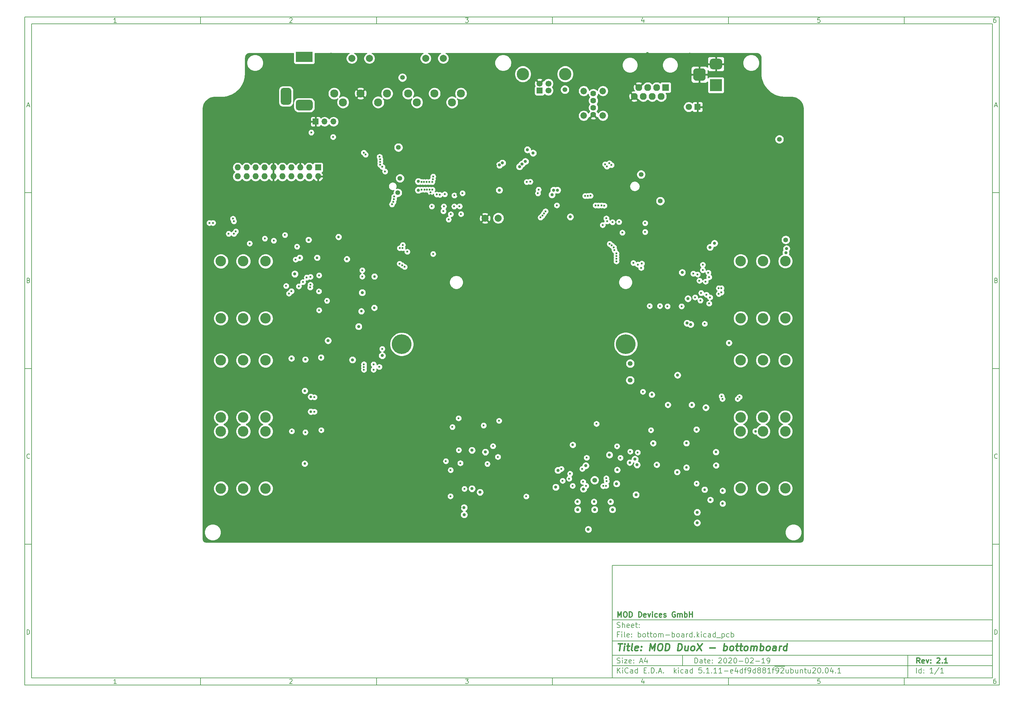
<source format=gbr>
G04 #@! TF.GenerationSoftware,KiCad,Pcbnew,5.1.11-e4df9d881f~92~ubuntu20.04.1*
G04 #@! TF.CreationDate,2021-11-17T14:43:53+01:00*
G04 #@! TF.ProjectId,bottom-board,626f7474-6f6d-42d6-926f-6172642e6b69,2.1*
G04 #@! TF.SameCoordinates,PX48111b4PY15fd6c8*
G04 #@! TF.FileFunction,Copper,L2,Inr*
G04 #@! TF.FilePolarity,Positive*
%FSLAX46Y46*%
G04 Gerber Fmt 4.6, Leading zero omitted, Abs format (unit mm)*
G04 Created by KiCad (PCBNEW 5.1.11-e4df9d881f~92~ubuntu20.04.1) date 2021-11-17 14:43:53*
%MOMM*%
%LPD*%
G01*
G04 APERTURE LIST*
%ADD10C,0.100000*%
%ADD11C,0.150000*%
%ADD12C,0.300000*%
%ADD13C,0.400000*%
G04 #@! TA.AperFunction,ComponentPad*
%ADD14C,2.000000*%
G04 #@! TD*
G04 #@! TA.AperFunction,ComponentPad*
%ADD15C,5.600000*%
G04 #@! TD*
G04 #@! TA.AperFunction,ComponentPad*
%ADD16C,1.800000*%
G04 #@! TD*
G04 #@! TA.AperFunction,ComponentPad*
%ADD17R,1.800000X1.800000*%
G04 #@! TD*
G04 #@! TA.AperFunction,ComponentPad*
%ADD18R,1.727200X1.727200*%
G04 #@! TD*
G04 #@! TA.AperFunction,ComponentPad*
%ADD19O,1.727200X1.727200*%
G04 #@! TD*
G04 #@! TA.AperFunction,ComponentPad*
%ADD20C,3.000000*%
G04 #@! TD*
G04 #@! TA.AperFunction,ComponentPad*
%ADD21R,3.500000X3.500000*%
G04 #@! TD*
G04 #@! TA.AperFunction,ComponentPad*
%ADD22O,1.700000X1.700000*%
G04 #@! TD*
G04 #@! TA.AperFunction,ComponentPad*
%ADD23R,1.700000X1.700000*%
G04 #@! TD*
G04 #@! TA.AperFunction,ComponentPad*
%ADD24C,1.700000*%
G04 #@! TD*
G04 #@! TA.AperFunction,ComponentPad*
%ADD25C,3.500000*%
G04 #@! TD*
G04 #@! TA.AperFunction,ComponentPad*
%ADD26C,1.620000*%
G04 #@! TD*
G04 #@! TA.AperFunction,ComponentPad*
%ADD27C,1.850000*%
G04 #@! TD*
G04 #@! TA.AperFunction,ComponentPad*
%ADD28R,4.800000X3.000000*%
G04 #@! TD*
G04 #@! TA.AperFunction,ComponentPad*
%ADD29C,2.300000*%
G04 #@! TD*
G04 #@! TA.AperFunction,ComponentPad*
%ADD30R,1.960000X1.960000*%
G04 #@! TD*
G04 #@! TA.AperFunction,ComponentPad*
%ADD31C,1.960000*%
G04 #@! TD*
G04 #@! TA.AperFunction,ViaPad*
%ADD32C,0.750000*%
G04 #@! TD*
G04 #@! TA.AperFunction,ViaPad*
%ADD33C,0.600000*%
G04 #@! TD*
G04 #@! TA.AperFunction,ViaPad*
%ADD34C,0.900000*%
G04 #@! TD*
G04 #@! TA.AperFunction,ViaPad*
%ADD35C,1.350000*%
G04 #@! TD*
G04 #@! TA.AperFunction,Conductor*
%ADD36C,0.254000*%
G04 #@! TD*
G04 #@! TA.AperFunction,Conductor*
%ADD37C,0.100000*%
G04 #@! TD*
G04 APERTURE END LIST*
D10*
D11*
X101434660Y-142949080D02*
X101434660Y-174949080D01*
X209434660Y-174949080D01*
X209434660Y-142949080D01*
X101434660Y-142949080D01*
D10*
D11*
X-65567540Y13058120D02*
X-65567540Y-176949080D01*
X211434660Y-176949080D01*
X211434660Y13058120D01*
X-65567540Y13058120D01*
D10*
D11*
X-63567540Y11058120D02*
X-63567540Y-174949080D01*
X209434660Y-174949080D01*
X209434660Y11058120D01*
X-63567540Y11058120D01*
D10*
D11*
X-15567540Y11058120D02*
X-15567540Y13058120D01*
D10*
D11*
X34432460Y11058120D02*
X34432460Y13058120D01*
D10*
D11*
X84432460Y11058120D02*
X84432460Y13058120D01*
D10*
D11*
X134432460Y11058120D02*
X134432460Y13058120D01*
D10*
D11*
X184432460Y11058120D02*
X184432460Y13058120D01*
D10*
D11*
X-39502064Y11470025D02*
X-40244921Y11470025D01*
X-39873493Y11470025D02*
X-39873493Y12770025D01*
X-39997302Y12584311D01*
X-40121112Y12460501D01*
X-40244921Y12398597D01*
D10*
D11*
X9755079Y12646216D02*
X9816983Y12708120D01*
X9940793Y12770025D01*
X10250317Y12770025D01*
X10374126Y12708120D01*
X10436031Y12646216D01*
X10497936Y12522406D01*
X10497936Y12398597D01*
X10436031Y12212882D01*
X9693174Y11470025D01*
X10497936Y11470025D01*
D10*
D11*
X59693174Y12770025D02*
X60497936Y12770025D01*
X60064602Y12274787D01*
X60250317Y12274787D01*
X60374126Y12212882D01*
X60436031Y12150978D01*
X60497936Y12027168D01*
X60497936Y11717644D01*
X60436031Y11593835D01*
X60374126Y11531930D01*
X60250317Y11470025D01*
X59878888Y11470025D01*
X59755079Y11531930D01*
X59693174Y11593835D01*
D10*
D11*
X110374126Y12336692D02*
X110374126Y11470025D01*
X110064602Y12831930D02*
X109755079Y11903359D01*
X110559840Y11903359D01*
D10*
D11*
X160436031Y12770025D02*
X159816983Y12770025D01*
X159755079Y12150978D01*
X159816983Y12212882D01*
X159940793Y12274787D01*
X160250317Y12274787D01*
X160374126Y12212882D01*
X160436031Y12150978D01*
X160497936Y12027168D01*
X160497936Y11717644D01*
X160436031Y11593835D01*
X160374126Y11531930D01*
X160250317Y11470025D01*
X159940793Y11470025D01*
X159816983Y11531930D01*
X159755079Y11593835D01*
D10*
D11*
X210374126Y12770025D02*
X210126507Y12770025D01*
X210002698Y12708120D01*
X209940793Y12646216D01*
X209816983Y12460501D01*
X209755079Y12212882D01*
X209755079Y11717644D01*
X209816983Y11593835D01*
X209878888Y11531930D01*
X210002698Y11470025D01*
X210250317Y11470025D01*
X210374126Y11531930D01*
X210436031Y11593835D01*
X210497936Y11717644D01*
X210497936Y12027168D01*
X210436031Y12150978D01*
X210374126Y12212882D01*
X210250317Y12274787D01*
X210002698Y12274787D01*
X209878888Y12212882D01*
X209816983Y12150978D01*
X209755079Y12027168D01*
D10*
D11*
X-15567540Y-174949080D02*
X-15567540Y-176949080D01*
D10*
D11*
X34432460Y-174949080D02*
X34432460Y-176949080D01*
D10*
D11*
X84432460Y-174949080D02*
X84432460Y-176949080D01*
D10*
D11*
X134432460Y-174949080D02*
X134432460Y-176949080D01*
D10*
D11*
X184432460Y-174949080D02*
X184432460Y-176949080D01*
D10*
D11*
X-39502064Y-176537175D02*
X-40244921Y-176537175D01*
X-39873493Y-176537175D02*
X-39873493Y-175237175D01*
X-39997302Y-175422889D01*
X-40121112Y-175546699D01*
X-40244921Y-175608603D01*
D10*
D11*
X9755079Y-175360984D02*
X9816983Y-175299080D01*
X9940793Y-175237175D01*
X10250317Y-175237175D01*
X10374126Y-175299080D01*
X10436031Y-175360984D01*
X10497936Y-175484794D01*
X10497936Y-175608603D01*
X10436031Y-175794318D01*
X9693174Y-176537175D01*
X10497936Y-176537175D01*
D10*
D11*
X59693174Y-175237175D02*
X60497936Y-175237175D01*
X60064602Y-175732413D01*
X60250317Y-175732413D01*
X60374126Y-175794318D01*
X60436031Y-175856222D01*
X60497936Y-175980032D01*
X60497936Y-176289556D01*
X60436031Y-176413365D01*
X60374126Y-176475270D01*
X60250317Y-176537175D01*
X59878888Y-176537175D01*
X59755079Y-176475270D01*
X59693174Y-176413365D01*
D10*
D11*
X110374126Y-175670508D02*
X110374126Y-176537175D01*
X110064602Y-175175270D02*
X109755079Y-176103841D01*
X110559840Y-176103841D01*
D10*
D11*
X160436031Y-175237175D02*
X159816983Y-175237175D01*
X159755079Y-175856222D01*
X159816983Y-175794318D01*
X159940793Y-175732413D01*
X160250317Y-175732413D01*
X160374126Y-175794318D01*
X160436031Y-175856222D01*
X160497936Y-175980032D01*
X160497936Y-176289556D01*
X160436031Y-176413365D01*
X160374126Y-176475270D01*
X160250317Y-176537175D01*
X159940793Y-176537175D01*
X159816983Y-176475270D01*
X159755079Y-176413365D01*
D10*
D11*
X210374126Y-175237175D02*
X210126507Y-175237175D01*
X210002698Y-175299080D01*
X209940793Y-175360984D01*
X209816983Y-175546699D01*
X209755079Y-175794318D01*
X209755079Y-176289556D01*
X209816983Y-176413365D01*
X209878888Y-176475270D01*
X210002698Y-176537175D01*
X210250317Y-176537175D01*
X210374126Y-176475270D01*
X210436031Y-176413365D01*
X210497936Y-176289556D01*
X210497936Y-175980032D01*
X210436031Y-175856222D01*
X210374126Y-175794318D01*
X210250317Y-175732413D01*
X210002698Y-175732413D01*
X209878888Y-175794318D01*
X209816983Y-175856222D01*
X209755079Y-175980032D01*
D10*
D11*
X-65567540Y-36941880D02*
X-63567540Y-36941880D01*
D10*
D11*
X-65567540Y-86941880D02*
X-63567540Y-86941880D01*
D10*
D11*
X-65567540Y-136941880D02*
X-63567540Y-136941880D01*
D10*
D11*
X-64877064Y-12158546D02*
X-64258017Y-12158546D01*
X-65000874Y-12529975D02*
X-64567540Y-11229975D01*
X-64134207Y-12529975D01*
D10*
D11*
X-64474683Y-61849022D02*
X-64288969Y-61910927D01*
X-64227064Y-61972832D01*
X-64165160Y-62096641D01*
X-64165160Y-62282356D01*
X-64227064Y-62406165D01*
X-64288969Y-62468070D01*
X-64412779Y-62529975D01*
X-64908017Y-62529975D01*
X-64908017Y-61229975D01*
X-64474683Y-61229975D01*
X-64350874Y-61291880D01*
X-64288969Y-61353784D01*
X-64227064Y-61477594D01*
X-64227064Y-61601403D01*
X-64288969Y-61725213D01*
X-64350874Y-61787118D01*
X-64474683Y-61849022D01*
X-64908017Y-61849022D01*
D10*
D11*
X-64165160Y-112406165D02*
X-64227064Y-112468070D01*
X-64412779Y-112529975D01*
X-64536588Y-112529975D01*
X-64722302Y-112468070D01*
X-64846112Y-112344260D01*
X-64908017Y-112220451D01*
X-64969921Y-111972832D01*
X-64969921Y-111787118D01*
X-64908017Y-111539499D01*
X-64846112Y-111415689D01*
X-64722302Y-111291880D01*
X-64536588Y-111229975D01*
X-64412779Y-111229975D01*
X-64227064Y-111291880D01*
X-64165160Y-111353784D01*
D10*
D11*
X-64908017Y-162529975D02*
X-64908017Y-161229975D01*
X-64598493Y-161229975D01*
X-64412779Y-161291880D01*
X-64288969Y-161415689D01*
X-64227064Y-161539499D01*
X-64165160Y-161787118D01*
X-64165160Y-161972832D01*
X-64227064Y-162220451D01*
X-64288969Y-162344260D01*
X-64412779Y-162468070D01*
X-64598493Y-162529975D01*
X-64908017Y-162529975D01*
D10*
D11*
X211434660Y-36941880D02*
X209434660Y-36941880D01*
D10*
D11*
X211434660Y-86941880D02*
X209434660Y-86941880D01*
D10*
D11*
X211434660Y-136941880D02*
X209434660Y-136941880D01*
D10*
D11*
X210125136Y-12158546D02*
X210744183Y-12158546D01*
X210001326Y-12529975D02*
X210434660Y-11229975D01*
X210867993Y-12529975D01*
D10*
D11*
X210527517Y-61849022D02*
X210713231Y-61910927D01*
X210775136Y-61972832D01*
X210837040Y-62096641D01*
X210837040Y-62282356D01*
X210775136Y-62406165D01*
X210713231Y-62468070D01*
X210589421Y-62529975D01*
X210094183Y-62529975D01*
X210094183Y-61229975D01*
X210527517Y-61229975D01*
X210651326Y-61291880D01*
X210713231Y-61353784D01*
X210775136Y-61477594D01*
X210775136Y-61601403D01*
X210713231Y-61725213D01*
X210651326Y-61787118D01*
X210527517Y-61849022D01*
X210094183Y-61849022D01*
D10*
D11*
X210837040Y-112406165D02*
X210775136Y-112468070D01*
X210589421Y-112529975D01*
X210465612Y-112529975D01*
X210279898Y-112468070D01*
X210156088Y-112344260D01*
X210094183Y-112220451D01*
X210032279Y-111972832D01*
X210032279Y-111787118D01*
X210094183Y-111539499D01*
X210156088Y-111415689D01*
X210279898Y-111291880D01*
X210465612Y-111229975D01*
X210589421Y-111229975D01*
X210775136Y-111291880D01*
X210837040Y-111353784D01*
D10*
D11*
X210094183Y-162529975D02*
X210094183Y-161229975D01*
X210403707Y-161229975D01*
X210589421Y-161291880D01*
X210713231Y-161415689D01*
X210775136Y-161539499D01*
X210837040Y-161787118D01*
X210837040Y-161972832D01*
X210775136Y-162220451D01*
X210713231Y-162344260D01*
X210589421Y-162468070D01*
X210403707Y-162529975D01*
X210094183Y-162529975D01*
D10*
D11*
X124866802Y-170727651D02*
X124866802Y-169227651D01*
X125223945Y-169227651D01*
X125438231Y-169299080D01*
X125581088Y-169441937D01*
X125652517Y-169584794D01*
X125723945Y-169870508D01*
X125723945Y-170084794D01*
X125652517Y-170370508D01*
X125581088Y-170513365D01*
X125438231Y-170656222D01*
X125223945Y-170727651D01*
X124866802Y-170727651D01*
X127009660Y-170727651D02*
X127009660Y-169941937D01*
X126938231Y-169799080D01*
X126795374Y-169727651D01*
X126509660Y-169727651D01*
X126366802Y-169799080D01*
X127009660Y-170656222D02*
X126866802Y-170727651D01*
X126509660Y-170727651D01*
X126366802Y-170656222D01*
X126295374Y-170513365D01*
X126295374Y-170370508D01*
X126366802Y-170227651D01*
X126509660Y-170156222D01*
X126866802Y-170156222D01*
X127009660Y-170084794D01*
X127509660Y-169727651D02*
X128081088Y-169727651D01*
X127723945Y-169227651D02*
X127723945Y-170513365D01*
X127795374Y-170656222D01*
X127938231Y-170727651D01*
X128081088Y-170727651D01*
X129152517Y-170656222D02*
X129009660Y-170727651D01*
X128723945Y-170727651D01*
X128581088Y-170656222D01*
X128509660Y-170513365D01*
X128509660Y-169941937D01*
X128581088Y-169799080D01*
X128723945Y-169727651D01*
X129009660Y-169727651D01*
X129152517Y-169799080D01*
X129223945Y-169941937D01*
X129223945Y-170084794D01*
X128509660Y-170227651D01*
X129866802Y-170584794D02*
X129938231Y-170656222D01*
X129866802Y-170727651D01*
X129795374Y-170656222D01*
X129866802Y-170584794D01*
X129866802Y-170727651D01*
X129866802Y-169799080D02*
X129938231Y-169870508D01*
X129866802Y-169941937D01*
X129795374Y-169870508D01*
X129866802Y-169799080D01*
X129866802Y-169941937D01*
X131652517Y-169370508D02*
X131723945Y-169299080D01*
X131866802Y-169227651D01*
X132223945Y-169227651D01*
X132366802Y-169299080D01*
X132438231Y-169370508D01*
X132509660Y-169513365D01*
X132509660Y-169656222D01*
X132438231Y-169870508D01*
X131581088Y-170727651D01*
X132509660Y-170727651D01*
X133438231Y-169227651D02*
X133581088Y-169227651D01*
X133723945Y-169299080D01*
X133795374Y-169370508D01*
X133866802Y-169513365D01*
X133938231Y-169799080D01*
X133938231Y-170156222D01*
X133866802Y-170441937D01*
X133795374Y-170584794D01*
X133723945Y-170656222D01*
X133581088Y-170727651D01*
X133438231Y-170727651D01*
X133295374Y-170656222D01*
X133223945Y-170584794D01*
X133152517Y-170441937D01*
X133081088Y-170156222D01*
X133081088Y-169799080D01*
X133152517Y-169513365D01*
X133223945Y-169370508D01*
X133295374Y-169299080D01*
X133438231Y-169227651D01*
X134509660Y-169370508D02*
X134581088Y-169299080D01*
X134723945Y-169227651D01*
X135081088Y-169227651D01*
X135223945Y-169299080D01*
X135295374Y-169370508D01*
X135366802Y-169513365D01*
X135366802Y-169656222D01*
X135295374Y-169870508D01*
X134438231Y-170727651D01*
X135366802Y-170727651D01*
X136295374Y-169227651D02*
X136438231Y-169227651D01*
X136581088Y-169299080D01*
X136652517Y-169370508D01*
X136723945Y-169513365D01*
X136795374Y-169799080D01*
X136795374Y-170156222D01*
X136723945Y-170441937D01*
X136652517Y-170584794D01*
X136581088Y-170656222D01*
X136438231Y-170727651D01*
X136295374Y-170727651D01*
X136152517Y-170656222D01*
X136081088Y-170584794D01*
X136009660Y-170441937D01*
X135938231Y-170156222D01*
X135938231Y-169799080D01*
X136009660Y-169513365D01*
X136081088Y-169370508D01*
X136152517Y-169299080D01*
X136295374Y-169227651D01*
X137438231Y-170156222D02*
X138581088Y-170156222D01*
X139581088Y-169227651D02*
X139723945Y-169227651D01*
X139866802Y-169299080D01*
X139938231Y-169370508D01*
X140009660Y-169513365D01*
X140081088Y-169799080D01*
X140081088Y-170156222D01*
X140009660Y-170441937D01*
X139938231Y-170584794D01*
X139866802Y-170656222D01*
X139723945Y-170727651D01*
X139581088Y-170727651D01*
X139438231Y-170656222D01*
X139366802Y-170584794D01*
X139295374Y-170441937D01*
X139223945Y-170156222D01*
X139223945Y-169799080D01*
X139295374Y-169513365D01*
X139366802Y-169370508D01*
X139438231Y-169299080D01*
X139581088Y-169227651D01*
X140652517Y-169370508D02*
X140723945Y-169299080D01*
X140866802Y-169227651D01*
X141223945Y-169227651D01*
X141366802Y-169299080D01*
X141438231Y-169370508D01*
X141509660Y-169513365D01*
X141509660Y-169656222D01*
X141438231Y-169870508D01*
X140581088Y-170727651D01*
X141509660Y-170727651D01*
X142152517Y-170156222D02*
X143295374Y-170156222D01*
X144795374Y-170727651D02*
X143938231Y-170727651D01*
X144366802Y-170727651D02*
X144366802Y-169227651D01*
X144223945Y-169441937D01*
X144081088Y-169584794D01*
X143938231Y-169656222D01*
X145509660Y-170727651D02*
X145795374Y-170727651D01*
X145938231Y-170656222D01*
X146009660Y-170584794D01*
X146152517Y-170370508D01*
X146223945Y-170084794D01*
X146223945Y-169513365D01*
X146152517Y-169370508D01*
X146081088Y-169299080D01*
X145938231Y-169227651D01*
X145652517Y-169227651D01*
X145509660Y-169299080D01*
X145438231Y-169370508D01*
X145366802Y-169513365D01*
X145366802Y-169870508D01*
X145438231Y-170013365D01*
X145509660Y-170084794D01*
X145652517Y-170156222D01*
X145938231Y-170156222D01*
X146081088Y-170084794D01*
X146152517Y-170013365D01*
X146223945Y-169870508D01*
D10*
D11*
X101434660Y-171449080D02*
X209434660Y-171449080D01*
D10*
D11*
X102866802Y-173527651D02*
X102866802Y-172027651D01*
X103723945Y-173527651D02*
X103081088Y-172670508D01*
X103723945Y-172027651D02*
X102866802Y-172884794D01*
X104366802Y-173527651D02*
X104366802Y-172527651D01*
X104366802Y-172027651D02*
X104295374Y-172099080D01*
X104366802Y-172170508D01*
X104438231Y-172099080D01*
X104366802Y-172027651D01*
X104366802Y-172170508D01*
X105938231Y-173384794D02*
X105866802Y-173456222D01*
X105652517Y-173527651D01*
X105509660Y-173527651D01*
X105295374Y-173456222D01*
X105152517Y-173313365D01*
X105081088Y-173170508D01*
X105009660Y-172884794D01*
X105009660Y-172670508D01*
X105081088Y-172384794D01*
X105152517Y-172241937D01*
X105295374Y-172099080D01*
X105509660Y-172027651D01*
X105652517Y-172027651D01*
X105866802Y-172099080D01*
X105938231Y-172170508D01*
X107223945Y-173527651D02*
X107223945Y-172741937D01*
X107152517Y-172599080D01*
X107009660Y-172527651D01*
X106723945Y-172527651D01*
X106581088Y-172599080D01*
X107223945Y-173456222D02*
X107081088Y-173527651D01*
X106723945Y-173527651D01*
X106581088Y-173456222D01*
X106509660Y-173313365D01*
X106509660Y-173170508D01*
X106581088Y-173027651D01*
X106723945Y-172956222D01*
X107081088Y-172956222D01*
X107223945Y-172884794D01*
X108581088Y-173527651D02*
X108581088Y-172027651D01*
X108581088Y-173456222D02*
X108438231Y-173527651D01*
X108152517Y-173527651D01*
X108009660Y-173456222D01*
X107938231Y-173384794D01*
X107866802Y-173241937D01*
X107866802Y-172813365D01*
X107938231Y-172670508D01*
X108009660Y-172599080D01*
X108152517Y-172527651D01*
X108438231Y-172527651D01*
X108581088Y-172599080D01*
X110438231Y-172741937D02*
X110938231Y-172741937D01*
X111152517Y-173527651D02*
X110438231Y-173527651D01*
X110438231Y-172027651D01*
X111152517Y-172027651D01*
X111795374Y-173384794D02*
X111866802Y-173456222D01*
X111795374Y-173527651D01*
X111723945Y-173456222D01*
X111795374Y-173384794D01*
X111795374Y-173527651D01*
X112509660Y-173527651D02*
X112509660Y-172027651D01*
X112866802Y-172027651D01*
X113081088Y-172099080D01*
X113223945Y-172241937D01*
X113295374Y-172384794D01*
X113366802Y-172670508D01*
X113366802Y-172884794D01*
X113295374Y-173170508D01*
X113223945Y-173313365D01*
X113081088Y-173456222D01*
X112866802Y-173527651D01*
X112509660Y-173527651D01*
X114009660Y-173384794D02*
X114081088Y-173456222D01*
X114009660Y-173527651D01*
X113938231Y-173456222D01*
X114009660Y-173384794D01*
X114009660Y-173527651D01*
X114652517Y-173099080D02*
X115366802Y-173099080D01*
X114509660Y-173527651D02*
X115009660Y-172027651D01*
X115509660Y-173527651D01*
X116009660Y-173384794D02*
X116081088Y-173456222D01*
X116009660Y-173527651D01*
X115938231Y-173456222D01*
X116009660Y-173384794D01*
X116009660Y-173527651D01*
X119009660Y-173527651D02*
X119009660Y-172027651D01*
X119152517Y-172956222D02*
X119581088Y-173527651D01*
X119581088Y-172527651D02*
X119009660Y-173099080D01*
X120223945Y-173527651D02*
X120223945Y-172527651D01*
X120223945Y-172027651D02*
X120152517Y-172099080D01*
X120223945Y-172170508D01*
X120295374Y-172099080D01*
X120223945Y-172027651D01*
X120223945Y-172170508D01*
X121581088Y-173456222D02*
X121438231Y-173527651D01*
X121152517Y-173527651D01*
X121009660Y-173456222D01*
X120938231Y-173384794D01*
X120866802Y-173241937D01*
X120866802Y-172813365D01*
X120938231Y-172670508D01*
X121009660Y-172599080D01*
X121152517Y-172527651D01*
X121438231Y-172527651D01*
X121581088Y-172599080D01*
X122866802Y-173527651D02*
X122866802Y-172741937D01*
X122795374Y-172599080D01*
X122652517Y-172527651D01*
X122366802Y-172527651D01*
X122223945Y-172599080D01*
X122866802Y-173456222D02*
X122723945Y-173527651D01*
X122366802Y-173527651D01*
X122223945Y-173456222D01*
X122152517Y-173313365D01*
X122152517Y-173170508D01*
X122223945Y-173027651D01*
X122366802Y-172956222D01*
X122723945Y-172956222D01*
X122866802Y-172884794D01*
X124223945Y-173527651D02*
X124223945Y-172027651D01*
X124223945Y-173456222D02*
X124081088Y-173527651D01*
X123795374Y-173527651D01*
X123652517Y-173456222D01*
X123581088Y-173384794D01*
X123509660Y-173241937D01*
X123509660Y-172813365D01*
X123581088Y-172670508D01*
X123652517Y-172599080D01*
X123795374Y-172527651D01*
X124081088Y-172527651D01*
X124223945Y-172599080D01*
X126795374Y-172027651D02*
X126081088Y-172027651D01*
X126009660Y-172741937D01*
X126081088Y-172670508D01*
X126223945Y-172599080D01*
X126581088Y-172599080D01*
X126723945Y-172670508D01*
X126795374Y-172741937D01*
X126866802Y-172884794D01*
X126866802Y-173241937D01*
X126795374Y-173384794D01*
X126723945Y-173456222D01*
X126581088Y-173527651D01*
X126223945Y-173527651D01*
X126081088Y-173456222D01*
X126009660Y-173384794D01*
X127509660Y-173384794D02*
X127581088Y-173456222D01*
X127509660Y-173527651D01*
X127438231Y-173456222D01*
X127509660Y-173384794D01*
X127509660Y-173527651D01*
X129009660Y-173527651D02*
X128152517Y-173527651D01*
X128581088Y-173527651D02*
X128581088Y-172027651D01*
X128438231Y-172241937D01*
X128295374Y-172384794D01*
X128152517Y-172456222D01*
X129652517Y-173384794D02*
X129723945Y-173456222D01*
X129652517Y-173527651D01*
X129581088Y-173456222D01*
X129652517Y-173384794D01*
X129652517Y-173527651D01*
X131152517Y-173527651D02*
X130295374Y-173527651D01*
X130723945Y-173527651D02*
X130723945Y-172027651D01*
X130581088Y-172241937D01*
X130438231Y-172384794D01*
X130295374Y-172456222D01*
X132581088Y-173527651D02*
X131723945Y-173527651D01*
X132152517Y-173527651D02*
X132152517Y-172027651D01*
X132009660Y-172241937D01*
X131866802Y-172384794D01*
X131723945Y-172456222D01*
X133223945Y-172956222D02*
X134366802Y-172956222D01*
X135652517Y-173456222D02*
X135509660Y-173527651D01*
X135223945Y-173527651D01*
X135081088Y-173456222D01*
X135009660Y-173313365D01*
X135009660Y-172741937D01*
X135081088Y-172599080D01*
X135223945Y-172527651D01*
X135509660Y-172527651D01*
X135652517Y-172599080D01*
X135723945Y-172741937D01*
X135723945Y-172884794D01*
X135009660Y-173027651D01*
X137009660Y-172527651D02*
X137009660Y-173527651D01*
X136652517Y-171956222D02*
X136295374Y-173027651D01*
X137223945Y-173027651D01*
X138438231Y-173527651D02*
X138438231Y-172027651D01*
X138438231Y-173456222D02*
X138295374Y-173527651D01*
X138009660Y-173527651D01*
X137866802Y-173456222D01*
X137795374Y-173384794D01*
X137723945Y-173241937D01*
X137723945Y-172813365D01*
X137795374Y-172670508D01*
X137866802Y-172599080D01*
X138009660Y-172527651D01*
X138295374Y-172527651D01*
X138438231Y-172599080D01*
X138938231Y-172527651D02*
X139509660Y-172527651D01*
X139152517Y-173527651D02*
X139152517Y-172241937D01*
X139223945Y-172099080D01*
X139366802Y-172027651D01*
X139509660Y-172027651D01*
X140081088Y-173527651D02*
X140366802Y-173527651D01*
X140509660Y-173456222D01*
X140581088Y-173384794D01*
X140723945Y-173170508D01*
X140795374Y-172884794D01*
X140795374Y-172313365D01*
X140723945Y-172170508D01*
X140652517Y-172099080D01*
X140509660Y-172027651D01*
X140223945Y-172027651D01*
X140081088Y-172099080D01*
X140009660Y-172170508D01*
X139938231Y-172313365D01*
X139938231Y-172670508D01*
X140009660Y-172813365D01*
X140081088Y-172884794D01*
X140223945Y-172956222D01*
X140509660Y-172956222D01*
X140652517Y-172884794D01*
X140723945Y-172813365D01*
X140795374Y-172670508D01*
X142081088Y-173527651D02*
X142081088Y-172027651D01*
X142081088Y-173456222D02*
X141938231Y-173527651D01*
X141652517Y-173527651D01*
X141509660Y-173456222D01*
X141438231Y-173384794D01*
X141366802Y-173241937D01*
X141366802Y-172813365D01*
X141438231Y-172670508D01*
X141509660Y-172599080D01*
X141652517Y-172527651D01*
X141938231Y-172527651D01*
X142081088Y-172599080D01*
X143009660Y-172670508D02*
X142866802Y-172599080D01*
X142795374Y-172527651D01*
X142723945Y-172384794D01*
X142723945Y-172313365D01*
X142795374Y-172170508D01*
X142866802Y-172099080D01*
X143009660Y-172027651D01*
X143295374Y-172027651D01*
X143438231Y-172099080D01*
X143509660Y-172170508D01*
X143581088Y-172313365D01*
X143581088Y-172384794D01*
X143509660Y-172527651D01*
X143438231Y-172599080D01*
X143295374Y-172670508D01*
X143009660Y-172670508D01*
X142866802Y-172741937D01*
X142795374Y-172813365D01*
X142723945Y-172956222D01*
X142723945Y-173241937D01*
X142795374Y-173384794D01*
X142866802Y-173456222D01*
X143009660Y-173527651D01*
X143295374Y-173527651D01*
X143438231Y-173456222D01*
X143509660Y-173384794D01*
X143581088Y-173241937D01*
X143581088Y-172956222D01*
X143509660Y-172813365D01*
X143438231Y-172741937D01*
X143295374Y-172670508D01*
X144438231Y-172670508D02*
X144295374Y-172599080D01*
X144223945Y-172527651D01*
X144152517Y-172384794D01*
X144152517Y-172313365D01*
X144223945Y-172170508D01*
X144295374Y-172099080D01*
X144438231Y-172027651D01*
X144723945Y-172027651D01*
X144866802Y-172099080D01*
X144938231Y-172170508D01*
X145009660Y-172313365D01*
X145009660Y-172384794D01*
X144938231Y-172527651D01*
X144866802Y-172599080D01*
X144723945Y-172670508D01*
X144438231Y-172670508D01*
X144295374Y-172741937D01*
X144223945Y-172813365D01*
X144152517Y-172956222D01*
X144152517Y-173241937D01*
X144223945Y-173384794D01*
X144295374Y-173456222D01*
X144438231Y-173527651D01*
X144723945Y-173527651D01*
X144866802Y-173456222D01*
X144938231Y-173384794D01*
X145009660Y-173241937D01*
X145009660Y-172956222D01*
X144938231Y-172813365D01*
X144866802Y-172741937D01*
X144723945Y-172670508D01*
X146438231Y-173527651D02*
X145581088Y-173527651D01*
X146009660Y-173527651D02*
X146009660Y-172027651D01*
X145866802Y-172241937D01*
X145723945Y-172384794D01*
X145581088Y-172456222D01*
X146866802Y-172527651D02*
X147438231Y-172527651D01*
X147081088Y-173527651D02*
X147081088Y-172241937D01*
X147152517Y-172099080D01*
X147295374Y-172027651D01*
X147438231Y-172027651D01*
X147581088Y-171619080D02*
X149009660Y-171619080D01*
X148009660Y-173527651D02*
X148295374Y-173527651D01*
X148438231Y-173456222D01*
X148509660Y-173384794D01*
X148652517Y-173170508D01*
X148723945Y-172884794D01*
X148723945Y-172313365D01*
X148652517Y-172170508D01*
X148581088Y-172099080D01*
X148438231Y-172027651D01*
X148152517Y-172027651D01*
X148009660Y-172099080D01*
X147938231Y-172170508D01*
X147866802Y-172313365D01*
X147866802Y-172670508D01*
X147938231Y-172813365D01*
X148009660Y-172884794D01*
X148152517Y-172956222D01*
X148438231Y-172956222D01*
X148581088Y-172884794D01*
X148652517Y-172813365D01*
X148723945Y-172670508D01*
X149009660Y-171619080D02*
X150438231Y-171619080D01*
X149295374Y-172170508D02*
X149366802Y-172099080D01*
X149509660Y-172027651D01*
X149866802Y-172027651D01*
X150009660Y-172099080D01*
X150081088Y-172170508D01*
X150152517Y-172313365D01*
X150152517Y-172456222D01*
X150081088Y-172670508D01*
X149223945Y-173527651D01*
X150152517Y-173527651D01*
X151438231Y-172527651D02*
X151438231Y-173527651D01*
X150795374Y-172527651D02*
X150795374Y-173313365D01*
X150866802Y-173456222D01*
X151009660Y-173527651D01*
X151223945Y-173527651D01*
X151366802Y-173456222D01*
X151438231Y-173384794D01*
X152152517Y-173527651D02*
X152152517Y-172027651D01*
X152152517Y-172599080D02*
X152295374Y-172527651D01*
X152581088Y-172527651D01*
X152723945Y-172599080D01*
X152795374Y-172670508D01*
X152866802Y-172813365D01*
X152866802Y-173241937D01*
X152795374Y-173384794D01*
X152723945Y-173456222D01*
X152581088Y-173527651D01*
X152295374Y-173527651D01*
X152152517Y-173456222D01*
X154152517Y-172527651D02*
X154152517Y-173527651D01*
X153509660Y-172527651D02*
X153509660Y-173313365D01*
X153581088Y-173456222D01*
X153723945Y-173527651D01*
X153938231Y-173527651D01*
X154081088Y-173456222D01*
X154152517Y-173384794D01*
X154866802Y-172527651D02*
X154866802Y-173527651D01*
X154866802Y-172670508D02*
X154938231Y-172599080D01*
X155081088Y-172527651D01*
X155295374Y-172527651D01*
X155438231Y-172599080D01*
X155509660Y-172741937D01*
X155509660Y-173527651D01*
X156009660Y-172527651D02*
X156581088Y-172527651D01*
X156223945Y-172027651D02*
X156223945Y-173313365D01*
X156295374Y-173456222D01*
X156438231Y-173527651D01*
X156581088Y-173527651D01*
X157723945Y-172527651D02*
X157723945Y-173527651D01*
X157081088Y-172527651D02*
X157081088Y-173313365D01*
X157152517Y-173456222D01*
X157295374Y-173527651D01*
X157509660Y-173527651D01*
X157652517Y-173456222D01*
X157723945Y-173384794D01*
X158366802Y-172170508D02*
X158438231Y-172099080D01*
X158581088Y-172027651D01*
X158938231Y-172027651D01*
X159081088Y-172099080D01*
X159152517Y-172170508D01*
X159223945Y-172313365D01*
X159223945Y-172456222D01*
X159152517Y-172670508D01*
X158295374Y-173527651D01*
X159223945Y-173527651D01*
X160152517Y-172027651D02*
X160295374Y-172027651D01*
X160438231Y-172099080D01*
X160509660Y-172170508D01*
X160581088Y-172313365D01*
X160652517Y-172599080D01*
X160652517Y-172956222D01*
X160581088Y-173241937D01*
X160509660Y-173384794D01*
X160438231Y-173456222D01*
X160295374Y-173527651D01*
X160152517Y-173527651D01*
X160009660Y-173456222D01*
X159938231Y-173384794D01*
X159866802Y-173241937D01*
X159795374Y-172956222D01*
X159795374Y-172599080D01*
X159866802Y-172313365D01*
X159938231Y-172170508D01*
X160009660Y-172099080D01*
X160152517Y-172027651D01*
X161295374Y-173384794D02*
X161366802Y-173456222D01*
X161295374Y-173527651D01*
X161223945Y-173456222D01*
X161295374Y-173384794D01*
X161295374Y-173527651D01*
X162295374Y-172027651D02*
X162438231Y-172027651D01*
X162581088Y-172099080D01*
X162652517Y-172170508D01*
X162723945Y-172313365D01*
X162795374Y-172599080D01*
X162795374Y-172956222D01*
X162723945Y-173241937D01*
X162652517Y-173384794D01*
X162581088Y-173456222D01*
X162438231Y-173527651D01*
X162295374Y-173527651D01*
X162152517Y-173456222D01*
X162081088Y-173384794D01*
X162009660Y-173241937D01*
X161938231Y-172956222D01*
X161938231Y-172599080D01*
X162009660Y-172313365D01*
X162081088Y-172170508D01*
X162152517Y-172099080D01*
X162295374Y-172027651D01*
X164081088Y-172527651D02*
X164081088Y-173527651D01*
X163723945Y-171956222D02*
X163366802Y-173027651D01*
X164295374Y-173027651D01*
X164866802Y-173384794D02*
X164938231Y-173456222D01*
X164866802Y-173527651D01*
X164795374Y-173456222D01*
X164866802Y-173384794D01*
X164866802Y-173527651D01*
X166366802Y-173527651D02*
X165509659Y-173527651D01*
X165938231Y-173527651D02*
X165938231Y-172027651D01*
X165795374Y-172241937D01*
X165652517Y-172384794D01*
X165509659Y-172456222D01*
D10*
D11*
X101434660Y-168449080D02*
X209434660Y-168449080D01*
D10*
D12*
X188843945Y-170727651D02*
X188343945Y-170013365D01*
X187986802Y-170727651D02*
X187986802Y-169227651D01*
X188558231Y-169227651D01*
X188701088Y-169299080D01*
X188772517Y-169370508D01*
X188843945Y-169513365D01*
X188843945Y-169727651D01*
X188772517Y-169870508D01*
X188701088Y-169941937D01*
X188558231Y-170013365D01*
X187986802Y-170013365D01*
X190058231Y-170656222D02*
X189915374Y-170727651D01*
X189629660Y-170727651D01*
X189486802Y-170656222D01*
X189415374Y-170513365D01*
X189415374Y-169941937D01*
X189486802Y-169799080D01*
X189629660Y-169727651D01*
X189915374Y-169727651D01*
X190058231Y-169799080D01*
X190129660Y-169941937D01*
X190129660Y-170084794D01*
X189415374Y-170227651D01*
X190629660Y-169727651D02*
X190986802Y-170727651D01*
X191343945Y-169727651D01*
X191915374Y-170584794D02*
X191986802Y-170656222D01*
X191915374Y-170727651D01*
X191843945Y-170656222D01*
X191915374Y-170584794D01*
X191915374Y-170727651D01*
X191915374Y-169799080D02*
X191986802Y-169870508D01*
X191915374Y-169941937D01*
X191843945Y-169870508D01*
X191915374Y-169799080D01*
X191915374Y-169941937D01*
X193701088Y-169370508D02*
X193772517Y-169299080D01*
X193915374Y-169227651D01*
X194272517Y-169227651D01*
X194415374Y-169299080D01*
X194486802Y-169370508D01*
X194558231Y-169513365D01*
X194558231Y-169656222D01*
X194486802Y-169870508D01*
X193629660Y-170727651D01*
X194558231Y-170727651D01*
X195201088Y-170584794D02*
X195272517Y-170656222D01*
X195201088Y-170727651D01*
X195129660Y-170656222D01*
X195201088Y-170584794D01*
X195201088Y-170727651D01*
X196701088Y-170727651D02*
X195843945Y-170727651D01*
X196272517Y-170727651D02*
X196272517Y-169227651D01*
X196129660Y-169441937D01*
X195986802Y-169584794D01*
X195843945Y-169656222D01*
D10*
D11*
X102795374Y-170656222D02*
X103009660Y-170727651D01*
X103366802Y-170727651D01*
X103509660Y-170656222D01*
X103581088Y-170584794D01*
X103652517Y-170441937D01*
X103652517Y-170299080D01*
X103581088Y-170156222D01*
X103509660Y-170084794D01*
X103366802Y-170013365D01*
X103081088Y-169941937D01*
X102938231Y-169870508D01*
X102866802Y-169799080D01*
X102795374Y-169656222D01*
X102795374Y-169513365D01*
X102866802Y-169370508D01*
X102938231Y-169299080D01*
X103081088Y-169227651D01*
X103438231Y-169227651D01*
X103652517Y-169299080D01*
X104295374Y-170727651D02*
X104295374Y-169727651D01*
X104295374Y-169227651D02*
X104223945Y-169299080D01*
X104295374Y-169370508D01*
X104366802Y-169299080D01*
X104295374Y-169227651D01*
X104295374Y-169370508D01*
X104866802Y-169727651D02*
X105652517Y-169727651D01*
X104866802Y-170727651D01*
X105652517Y-170727651D01*
X106795374Y-170656222D02*
X106652517Y-170727651D01*
X106366802Y-170727651D01*
X106223945Y-170656222D01*
X106152517Y-170513365D01*
X106152517Y-169941937D01*
X106223945Y-169799080D01*
X106366802Y-169727651D01*
X106652517Y-169727651D01*
X106795374Y-169799080D01*
X106866802Y-169941937D01*
X106866802Y-170084794D01*
X106152517Y-170227651D01*
X107509660Y-170584794D02*
X107581088Y-170656222D01*
X107509660Y-170727651D01*
X107438231Y-170656222D01*
X107509660Y-170584794D01*
X107509660Y-170727651D01*
X107509660Y-169799080D02*
X107581088Y-169870508D01*
X107509660Y-169941937D01*
X107438231Y-169870508D01*
X107509660Y-169799080D01*
X107509660Y-169941937D01*
X109295374Y-170299080D02*
X110009660Y-170299080D01*
X109152517Y-170727651D02*
X109652517Y-169227651D01*
X110152517Y-170727651D01*
X111295374Y-169727651D02*
X111295374Y-170727651D01*
X110938231Y-169156222D02*
X110581088Y-170227651D01*
X111509660Y-170227651D01*
D10*
D11*
X187866802Y-173527651D02*
X187866802Y-172027651D01*
X189223945Y-173527651D02*
X189223945Y-172027651D01*
X189223945Y-173456222D02*
X189081088Y-173527651D01*
X188795374Y-173527651D01*
X188652517Y-173456222D01*
X188581088Y-173384794D01*
X188509660Y-173241937D01*
X188509660Y-172813365D01*
X188581088Y-172670508D01*
X188652517Y-172599080D01*
X188795374Y-172527651D01*
X189081088Y-172527651D01*
X189223945Y-172599080D01*
X189938231Y-173384794D02*
X190009660Y-173456222D01*
X189938231Y-173527651D01*
X189866802Y-173456222D01*
X189938231Y-173384794D01*
X189938231Y-173527651D01*
X189938231Y-172599080D02*
X190009660Y-172670508D01*
X189938231Y-172741937D01*
X189866802Y-172670508D01*
X189938231Y-172599080D01*
X189938231Y-172741937D01*
X192581088Y-173527651D02*
X191723945Y-173527651D01*
X192152517Y-173527651D02*
X192152517Y-172027651D01*
X192009660Y-172241937D01*
X191866802Y-172384794D01*
X191723945Y-172456222D01*
X194295374Y-171956222D02*
X193009660Y-173884794D01*
X195581088Y-173527651D02*
X194723945Y-173527651D01*
X195152517Y-173527651D02*
X195152517Y-172027651D01*
X195009660Y-172241937D01*
X194866802Y-172384794D01*
X194723945Y-172456222D01*
D10*
D11*
X101434660Y-164449080D02*
X209434660Y-164449080D01*
D10*
D13*
X103147040Y-165153841D02*
X104289898Y-165153841D01*
X103468469Y-167153841D02*
X103718469Y-165153841D01*
X104706564Y-167153841D02*
X104873231Y-165820508D01*
X104956564Y-165153841D02*
X104849421Y-165249080D01*
X104932755Y-165344318D01*
X105039898Y-165249080D01*
X104956564Y-165153841D01*
X104932755Y-165344318D01*
X105539898Y-165820508D02*
X106301802Y-165820508D01*
X105908945Y-165153841D02*
X105694660Y-166868127D01*
X105766088Y-167058603D01*
X105944660Y-167153841D01*
X106135136Y-167153841D01*
X107087517Y-167153841D02*
X106908945Y-167058603D01*
X106837517Y-166868127D01*
X107051802Y-165153841D01*
X108623231Y-167058603D02*
X108420850Y-167153841D01*
X108039898Y-167153841D01*
X107861326Y-167058603D01*
X107789898Y-166868127D01*
X107885136Y-166106222D01*
X108004183Y-165915746D01*
X108206564Y-165820508D01*
X108587517Y-165820508D01*
X108766088Y-165915746D01*
X108837517Y-166106222D01*
X108813707Y-166296699D01*
X107837517Y-166487175D01*
X109587517Y-166963365D02*
X109670850Y-167058603D01*
X109563707Y-167153841D01*
X109480374Y-167058603D01*
X109587517Y-166963365D01*
X109563707Y-167153841D01*
X109718469Y-165915746D02*
X109801802Y-166010984D01*
X109694660Y-166106222D01*
X109611326Y-166010984D01*
X109718469Y-165915746D01*
X109694660Y-166106222D01*
X112039898Y-167153841D02*
X112289898Y-165153841D01*
X112777993Y-166582413D01*
X113623231Y-165153841D01*
X113373231Y-167153841D01*
X114956564Y-165153841D02*
X115337517Y-165153841D01*
X115516088Y-165249080D01*
X115682755Y-165439556D01*
X115730374Y-165820508D01*
X115647040Y-166487175D01*
X115504183Y-166868127D01*
X115289898Y-167058603D01*
X115087517Y-167153841D01*
X114706564Y-167153841D01*
X114527993Y-167058603D01*
X114361326Y-166868127D01*
X114313707Y-166487175D01*
X114397040Y-165820508D01*
X114539898Y-165439556D01*
X114754183Y-165249080D01*
X114956564Y-165153841D01*
X116420850Y-167153841D02*
X116670850Y-165153841D01*
X117147040Y-165153841D01*
X117420850Y-165249080D01*
X117587517Y-165439556D01*
X117658945Y-165630032D01*
X117706564Y-166010984D01*
X117670850Y-166296699D01*
X117527993Y-166677651D01*
X117408945Y-166868127D01*
X117194660Y-167058603D01*
X116897040Y-167153841D01*
X116420850Y-167153841D01*
X119944660Y-167153841D02*
X120194660Y-165153841D01*
X120670850Y-165153841D01*
X120944660Y-165249080D01*
X121111326Y-165439556D01*
X121182755Y-165630032D01*
X121230374Y-166010984D01*
X121194660Y-166296699D01*
X121051802Y-166677651D01*
X120932755Y-166868127D01*
X120718469Y-167058603D01*
X120420850Y-167153841D01*
X119944660Y-167153841D01*
X122968469Y-165820508D02*
X122801802Y-167153841D01*
X122111326Y-165820508D02*
X121980374Y-166868127D01*
X122051802Y-167058603D01*
X122230374Y-167153841D01*
X122516088Y-167153841D01*
X122718469Y-167058603D01*
X122825612Y-166963365D01*
X124039898Y-167153841D02*
X123861326Y-167058603D01*
X123777993Y-166963365D01*
X123706564Y-166772889D01*
X123777993Y-166201460D01*
X123897040Y-166010984D01*
X124004183Y-165915746D01*
X124206564Y-165820508D01*
X124492279Y-165820508D01*
X124670850Y-165915746D01*
X124754183Y-166010984D01*
X124825612Y-166201460D01*
X124754183Y-166772889D01*
X124635136Y-166963365D01*
X124527993Y-167058603D01*
X124325612Y-167153841D01*
X124039898Y-167153841D01*
X125623231Y-165153841D02*
X126706564Y-167153841D01*
X126956564Y-165153841D02*
X125373231Y-167153841D01*
X129087517Y-166391937D02*
X130611326Y-166391937D01*
X132992279Y-167153841D02*
X133242279Y-165153841D01*
X133147040Y-165915746D02*
X133349421Y-165820508D01*
X133730374Y-165820508D01*
X133908945Y-165915746D01*
X133992279Y-166010984D01*
X134063707Y-166201460D01*
X133992279Y-166772889D01*
X133873231Y-166963365D01*
X133766088Y-167058603D01*
X133563707Y-167153841D01*
X133182755Y-167153841D01*
X133004183Y-167058603D01*
X135087517Y-167153841D02*
X134908945Y-167058603D01*
X134825612Y-166963365D01*
X134754183Y-166772889D01*
X134825612Y-166201460D01*
X134944660Y-166010984D01*
X135051802Y-165915746D01*
X135254183Y-165820508D01*
X135539898Y-165820508D01*
X135718469Y-165915746D01*
X135801802Y-166010984D01*
X135873231Y-166201460D01*
X135801802Y-166772889D01*
X135682755Y-166963365D01*
X135575612Y-167058603D01*
X135373231Y-167153841D01*
X135087517Y-167153841D01*
X136492279Y-165820508D02*
X137254183Y-165820508D01*
X136861326Y-165153841D02*
X136647040Y-166868127D01*
X136718469Y-167058603D01*
X136897040Y-167153841D01*
X137087517Y-167153841D01*
X137635136Y-165820508D02*
X138397040Y-165820508D01*
X138004183Y-165153841D02*
X137789898Y-166868127D01*
X137861326Y-167058603D01*
X138039898Y-167153841D01*
X138230374Y-167153841D01*
X139182755Y-167153841D02*
X139004183Y-167058603D01*
X138920850Y-166963365D01*
X138849421Y-166772889D01*
X138920850Y-166201460D01*
X139039898Y-166010984D01*
X139147040Y-165915746D01*
X139349421Y-165820508D01*
X139635136Y-165820508D01*
X139813707Y-165915746D01*
X139897040Y-166010984D01*
X139968469Y-166201460D01*
X139897040Y-166772889D01*
X139777993Y-166963365D01*
X139670850Y-167058603D01*
X139468469Y-167153841D01*
X139182755Y-167153841D01*
X140706564Y-167153841D02*
X140873231Y-165820508D01*
X140849421Y-166010984D02*
X140956564Y-165915746D01*
X141158945Y-165820508D01*
X141444660Y-165820508D01*
X141623231Y-165915746D01*
X141694660Y-166106222D01*
X141563707Y-167153841D01*
X141694660Y-166106222D02*
X141813707Y-165915746D01*
X142016088Y-165820508D01*
X142301802Y-165820508D01*
X142480374Y-165915746D01*
X142551802Y-166106222D01*
X142420850Y-167153841D01*
X143373231Y-167153841D02*
X143623231Y-165153841D01*
X143527993Y-165915746D02*
X143730374Y-165820508D01*
X144111326Y-165820508D01*
X144289898Y-165915746D01*
X144373231Y-166010984D01*
X144444660Y-166201460D01*
X144373231Y-166772889D01*
X144254183Y-166963365D01*
X144147040Y-167058603D01*
X143944660Y-167153841D01*
X143563707Y-167153841D01*
X143385136Y-167058603D01*
X145468469Y-167153841D02*
X145289898Y-167058603D01*
X145206564Y-166963365D01*
X145135136Y-166772889D01*
X145206564Y-166201460D01*
X145325612Y-166010984D01*
X145432755Y-165915746D01*
X145635136Y-165820508D01*
X145920850Y-165820508D01*
X146099421Y-165915746D01*
X146182755Y-166010984D01*
X146254183Y-166201460D01*
X146182755Y-166772889D01*
X146063707Y-166963365D01*
X145956564Y-167058603D01*
X145754183Y-167153841D01*
X145468469Y-167153841D01*
X147849421Y-167153841D02*
X147980374Y-166106222D01*
X147908945Y-165915746D01*
X147730374Y-165820508D01*
X147349421Y-165820508D01*
X147147040Y-165915746D01*
X147861326Y-167058603D02*
X147658945Y-167153841D01*
X147182755Y-167153841D01*
X147004183Y-167058603D01*
X146932755Y-166868127D01*
X146956564Y-166677651D01*
X147075612Y-166487175D01*
X147277993Y-166391937D01*
X147754183Y-166391937D01*
X147956564Y-166296699D01*
X148801802Y-167153841D02*
X148968469Y-165820508D01*
X148920850Y-166201460D02*
X149039898Y-166010984D01*
X149147040Y-165915746D01*
X149349421Y-165820508D01*
X149539898Y-165820508D01*
X150897040Y-167153841D02*
X151147040Y-165153841D01*
X150908945Y-167058603D02*
X150706564Y-167153841D01*
X150325612Y-167153841D01*
X150147040Y-167058603D01*
X150063707Y-166963365D01*
X149992279Y-166772889D01*
X150063707Y-166201460D01*
X150182755Y-166010984D01*
X150289898Y-165915746D01*
X150492279Y-165820508D01*
X150873231Y-165820508D01*
X151051802Y-165915746D01*
D10*
D11*
X103366802Y-162541937D02*
X102866802Y-162541937D01*
X102866802Y-163327651D02*
X102866802Y-161827651D01*
X103581088Y-161827651D01*
X104152517Y-163327651D02*
X104152517Y-162327651D01*
X104152517Y-161827651D02*
X104081088Y-161899080D01*
X104152517Y-161970508D01*
X104223945Y-161899080D01*
X104152517Y-161827651D01*
X104152517Y-161970508D01*
X105081088Y-163327651D02*
X104938231Y-163256222D01*
X104866802Y-163113365D01*
X104866802Y-161827651D01*
X106223945Y-163256222D02*
X106081088Y-163327651D01*
X105795374Y-163327651D01*
X105652517Y-163256222D01*
X105581088Y-163113365D01*
X105581088Y-162541937D01*
X105652517Y-162399080D01*
X105795374Y-162327651D01*
X106081088Y-162327651D01*
X106223945Y-162399080D01*
X106295374Y-162541937D01*
X106295374Y-162684794D01*
X105581088Y-162827651D01*
X106938231Y-163184794D02*
X107009660Y-163256222D01*
X106938231Y-163327651D01*
X106866802Y-163256222D01*
X106938231Y-163184794D01*
X106938231Y-163327651D01*
X106938231Y-162399080D02*
X107009660Y-162470508D01*
X106938231Y-162541937D01*
X106866802Y-162470508D01*
X106938231Y-162399080D01*
X106938231Y-162541937D01*
X108795374Y-163327651D02*
X108795374Y-161827651D01*
X108795374Y-162399080D02*
X108938231Y-162327651D01*
X109223945Y-162327651D01*
X109366802Y-162399080D01*
X109438231Y-162470508D01*
X109509660Y-162613365D01*
X109509660Y-163041937D01*
X109438231Y-163184794D01*
X109366802Y-163256222D01*
X109223945Y-163327651D01*
X108938231Y-163327651D01*
X108795374Y-163256222D01*
X110366802Y-163327651D02*
X110223945Y-163256222D01*
X110152517Y-163184794D01*
X110081088Y-163041937D01*
X110081088Y-162613365D01*
X110152517Y-162470508D01*
X110223945Y-162399080D01*
X110366802Y-162327651D01*
X110581088Y-162327651D01*
X110723945Y-162399080D01*
X110795374Y-162470508D01*
X110866802Y-162613365D01*
X110866802Y-163041937D01*
X110795374Y-163184794D01*
X110723945Y-163256222D01*
X110581088Y-163327651D01*
X110366802Y-163327651D01*
X111295374Y-162327651D02*
X111866802Y-162327651D01*
X111509660Y-161827651D02*
X111509660Y-163113365D01*
X111581088Y-163256222D01*
X111723945Y-163327651D01*
X111866802Y-163327651D01*
X112152517Y-162327651D02*
X112723945Y-162327651D01*
X112366802Y-161827651D02*
X112366802Y-163113365D01*
X112438231Y-163256222D01*
X112581088Y-163327651D01*
X112723945Y-163327651D01*
X113438231Y-163327651D02*
X113295374Y-163256222D01*
X113223945Y-163184794D01*
X113152517Y-163041937D01*
X113152517Y-162613365D01*
X113223945Y-162470508D01*
X113295374Y-162399080D01*
X113438231Y-162327651D01*
X113652517Y-162327651D01*
X113795374Y-162399080D01*
X113866802Y-162470508D01*
X113938231Y-162613365D01*
X113938231Y-163041937D01*
X113866802Y-163184794D01*
X113795374Y-163256222D01*
X113652517Y-163327651D01*
X113438231Y-163327651D01*
X114581088Y-163327651D02*
X114581088Y-162327651D01*
X114581088Y-162470508D02*
X114652517Y-162399080D01*
X114795374Y-162327651D01*
X115009660Y-162327651D01*
X115152517Y-162399080D01*
X115223945Y-162541937D01*
X115223945Y-163327651D01*
X115223945Y-162541937D02*
X115295374Y-162399080D01*
X115438231Y-162327651D01*
X115652517Y-162327651D01*
X115795374Y-162399080D01*
X115866802Y-162541937D01*
X115866802Y-163327651D01*
X116581088Y-162756222D02*
X117723945Y-162756222D01*
X118438231Y-163327651D02*
X118438231Y-161827651D01*
X118438231Y-162399080D02*
X118581088Y-162327651D01*
X118866802Y-162327651D01*
X119009660Y-162399080D01*
X119081088Y-162470508D01*
X119152517Y-162613365D01*
X119152517Y-163041937D01*
X119081088Y-163184794D01*
X119009660Y-163256222D01*
X118866802Y-163327651D01*
X118581088Y-163327651D01*
X118438231Y-163256222D01*
X120009660Y-163327651D02*
X119866802Y-163256222D01*
X119795374Y-163184794D01*
X119723945Y-163041937D01*
X119723945Y-162613365D01*
X119795374Y-162470508D01*
X119866802Y-162399080D01*
X120009660Y-162327651D01*
X120223945Y-162327651D01*
X120366802Y-162399080D01*
X120438231Y-162470508D01*
X120509660Y-162613365D01*
X120509660Y-163041937D01*
X120438231Y-163184794D01*
X120366802Y-163256222D01*
X120223945Y-163327651D01*
X120009660Y-163327651D01*
X121795374Y-163327651D02*
X121795374Y-162541937D01*
X121723945Y-162399080D01*
X121581088Y-162327651D01*
X121295374Y-162327651D01*
X121152517Y-162399080D01*
X121795374Y-163256222D02*
X121652517Y-163327651D01*
X121295374Y-163327651D01*
X121152517Y-163256222D01*
X121081088Y-163113365D01*
X121081088Y-162970508D01*
X121152517Y-162827651D01*
X121295374Y-162756222D01*
X121652517Y-162756222D01*
X121795374Y-162684794D01*
X122509660Y-163327651D02*
X122509660Y-162327651D01*
X122509660Y-162613365D02*
X122581088Y-162470508D01*
X122652517Y-162399080D01*
X122795374Y-162327651D01*
X122938231Y-162327651D01*
X124081088Y-163327651D02*
X124081088Y-161827651D01*
X124081088Y-163256222D02*
X123938231Y-163327651D01*
X123652517Y-163327651D01*
X123509660Y-163256222D01*
X123438231Y-163184794D01*
X123366802Y-163041937D01*
X123366802Y-162613365D01*
X123438231Y-162470508D01*
X123509660Y-162399080D01*
X123652517Y-162327651D01*
X123938231Y-162327651D01*
X124081088Y-162399080D01*
X124795374Y-163184794D02*
X124866802Y-163256222D01*
X124795374Y-163327651D01*
X124723945Y-163256222D01*
X124795374Y-163184794D01*
X124795374Y-163327651D01*
X125509660Y-163327651D02*
X125509660Y-161827651D01*
X125652517Y-162756222D02*
X126081088Y-163327651D01*
X126081088Y-162327651D02*
X125509660Y-162899080D01*
X126723945Y-163327651D02*
X126723945Y-162327651D01*
X126723945Y-161827651D02*
X126652517Y-161899080D01*
X126723945Y-161970508D01*
X126795374Y-161899080D01*
X126723945Y-161827651D01*
X126723945Y-161970508D01*
X128081088Y-163256222D02*
X127938231Y-163327651D01*
X127652517Y-163327651D01*
X127509660Y-163256222D01*
X127438231Y-163184794D01*
X127366802Y-163041937D01*
X127366802Y-162613365D01*
X127438231Y-162470508D01*
X127509660Y-162399080D01*
X127652517Y-162327651D01*
X127938231Y-162327651D01*
X128081088Y-162399080D01*
X129366802Y-163327651D02*
X129366802Y-162541937D01*
X129295374Y-162399080D01*
X129152517Y-162327651D01*
X128866802Y-162327651D01*
X128723945Y-162399080D01*
X129366802Y-163256222D02*
X129223945Y-163327651D01*
X128866802Y-163327651D01*
X128723945Y-163256222D01*
X128652517Y-163113365D01*
X128652517Y-162970508D01*
X128723945Y-162827651D01*
X128866802Y-162756222D01*
X129223945Y-162756222D01*
X129366802Y-162684794D01*
X130723945Y-163327651D02*
X130723945Y-161827651D01*
X130723945Y-163256222D02*
X130581088Y-163327651D01*
X130295374Y-163327651D01*
X130152517Y-163256222D01*
X130081088Y-163184794D01*
X130009660Y-163041937D01*
X130009660Y-162613365D01*
X130081088Y-162470508D01*
X130152517Y-162399080D01*
X130295374Y-162327651D01*
X130581088Y-162327651D01*
X130723945Y-162399080D01*
X131081088Y-163470508D02*
X132223945Y-163470508D01*
X132581088Y-162327651D02*
X132581088Y-163827651D01*
X132581088Y-162399080D02*
X132723945Y-162327651D01*
X133009660Y-162327651D01*
X133152517Y-162399080D01*
X133223945Y-162470508D01*
X133295374Y-162613365D01*
X133295374Y-163041937D01*
X133223945Y-163184794D01*
X133152517Y-163256222D01*
X133009660Y-163327651D01*
X132723945Y-163327651D01*
X132581088Y-163256222D01*
X134581088Y-163256222D02*
X134438231Y-163327651D01*
X134152517Y-163327651D01*
X134009660Y-163256222D01*
X133938231Y-163184794D01*
X133866802Y-163041937D01*
X133866802Y-162613365D01*
X133938231Y-162470508D01*
X134009660Y-162399080D01*
X134152517Y-162327651D01*
X134438231Y-162327651D01*
X134581088Y-162399080D01*
X135223945Y-163327651D02*
X135223945Y-161827651D01*
X135223945Y-162399080D02*
X135366802Y-162327651D01*
X135652517Y-162327651D01*
X135795374Y-162399080D01*
X135866802Y-162470508D01*
X135938231Y-162613365D01*
X135938231Y-163041937D01*
X135866802Y-163184794D01*
X135795374Y-163256222D01*
X135652517Y-163327651D01*
X135366802Y-163327651D01*
X135223945Y-163256222D01*
D10*
D11*
X101434660Y-158449080D02*
X209434660Y-158449080D01*
D10*
D11*
X102795374Y-160556222D02*
X103009660Y-160627651D01*
X103366802Y-160627651D01*
X103509660Y-160556222D01*
X103581088Y-160484794D01*
X103652517Y-160341937D01*
X103652517Y-160199080D01*
X103581088Y-160056222D01*
X103509660Y-159984794D01*
X103366802Y-159913365D01*
X103081088Y-159841937D01*
X102938231Y-159770508D01*
X102866802Y-159699080D01*
X102795374Y-159556222D01*
X102795374Y-159413365D01*
X102866802Y-159270508D01*
X102938231Y-159199080D01*
X103081088Y-159127651D01*
X103438231Y-159127651D01*
X103652517Y-159199080D01*
X104295374Y-160627651D02*
X104295374Y-159127651D01*
X104938231Y-160627651D02*
X104938231Y-159841937D01*
X104866802Y-159699080D01*
X104723945Y-159627651D01*
X104509660Y-159627651D01*
X104366802Y-159699080D01*
X104295374Y-159770508D01*
X106223945Y-160556222D02*
X106081088Y-160627651D01*
X105795374Y-160627651D01*
X105652517Y-160556222D01*
X105581088Y-160413365D01*
X105581088Y-159841937D01*
X105652517Y-159699080D01*
X105795374Y-159627651D01*
X106081088Y-159627651D01*
X106223945Y-159699080D01*
X106295374Y-159841937D01*
X106295374Y-159984794D01*
X105581088Y-160127651D01*
X107509660Y-160556222D02*
X107366802Y-160627651D01*
X107081088Y-160627651D01*
X106938231Y-160556222D01*
X106866802Y-160413365D01*
X106866802Y-159841937D01*
X106938231Y-159699080D01*
X107081088Y-159627651D01*
X107366802Y-159627651D01*
X107509660Y-159699080D01*
X107581088Y-159841937D01*
X107581088Y-159984794D01*
X106866802Y-160127651D01*
X108009660Y-159627651D02*
X108581088Y-159627651D01*
X108223945Y-159127651D02*
X108223945Y-160413365D01*
X108295374Y-160556222D01*
X108438231Y-160627651D01*
X108581088Y-160627651D01*
X109081088Y-160484794D02*
X109152517Y-160556222D01*
X109081088Y-160627651D01*
X109009660Y-160556222D01*
X109081088Y-160484794D01*
X109081088Y-160627651D01*
X109081088Y-159699080D02*
X109152517Y-159770508D01*
X109081088Y-159841937D01*
X109009660Y-159770508D01*
X109081088Y-159699080D01*
X109081088Y-159841937D01*
D10*
D12*
X102986802Y-157627651D02*
X102986802Y-156127651D01*
X103486802Y-157199080D01*
X103986802Y-156127651D01*
X103986802Y-157627651D01*
X104986802Y-156127651D02*
X105272517Y-156127651D01*
X105415374Y-156199080D01*
X105558231Y-156341937D01*
X105629660Y-156627651D01*
X105629660Y-157127651D01*
X105558231Y-157413365D01*
X105415374Y-157556222D01*
X105272517Y-157627651D01*
X104986802Y-157627651D01*
X104843945Y-157556222D01*
X104701088Y-157413365D01*
X104629660Y-157127651D01*
X104629660Y-156627651D01*
X104701088Y-156341937D01*
X104843945Y-156199080D01*
X104986802Y-156127651D01*
X106272517Y-157627651D02*
X106272517Y-156127651D01*
X106629660Y-156127651D01*
X106843945Y-156199080D01*
X106986802Y-156341937D01*
X107058231Y-156484794D01*
X107129660Y-156770508D01*
X107129660Y-156984794D01*
X107058231Y-157270508D01*
X106986802Y-157413365D01*
X106843945Y-157556222D01*
X106629660Y-157627651D01*
X106272517Y-157627651D01*
X108915374Y-157627651D02*
X108915374Y-156127651D01*
X109272517Y-156127651D01*
X109486802Y-156199080D01*
X109629660Y-156341937D01*
X109701088Y-156484794D01*
X109772517Y-156770508D01*
X109772517Y-156984794D01*
X109701088Y-157270508D01*
X109629660Y-157413365D01*
X109486802Y-157556222D01*
X109272517Y-157627651D01*
X108915374Y-157627651D01*
X110986802Y-157556222D02*
X110843945Y-157627651D01*
X110558231Y-157627651D01*
X110415374Y-157556222D01*
X110343945Y-157413365D01*
X110343945Y-156841937D01*
X110415374Y-156699080D01*
X110558231Y-156627651D01*
X110843945Y-156627651D01*
X110986802Y-156699080D01*
X111058231Y-156841937D01*
X111058231Y-156984794D01*
X110343945Y-157127651D01*
X111558231Y-156627651D02*
X111915374Y-157627651D01*
X112272517Y-156627651D01*
X112843945Y-157627651D02*
X112843945Y-156627651D01*
X112843945Y-156127651D02*
X112772517Y-156199080D01*
X112843945Y-156270508D01*
X112915374Y-156199080D01*
X112843945Y-156127651D01*
X112843945Y-156270508D01*
X114201088Y-157556222D02*
X114058231Y-157627651D01*
X113772517Y-157627651D01*
X113629660Y-157556222D01*
X113558231Y-157484794D01*
X113486802Y-157341937D01*
X113486802Y-156913365D01*
X113558231Y-156770508D01*
X113629660Y-156699080D01*
X113772517Y-156627651D01*
X114058231Y-156627651D01*
X114201088Y-156699080D01*
X115415374Y-157556222D02*
X115272517Y-157627651D01*
X114986802Y-157627651D01*
X114843945Y-157556222D01*
X114772517Y-157413365D01*
X114772517Y-156841937D01*
X114843945Y-156699080D01*
X114986802Y-156627651D01*
X115272517Y-156627651D01*
X115415374Y-156699080D01*
X115486802Y-156841937D01*
X115486802Y-156984794D01*
X114772517Y-157127651D01*
X116058231Y-157556222D02*
X116201088Y-157627651D01*
X116486802Y-157627651D01*
X116629660Y-157556222D01*
X116701088Y-157413365D01*
X116701088Y-157341937D01*
X116629660Y-157199080D01*
X116486802Y-157127651D01*
X116272517Y-157127651D01*
X116129660Y-157056222D01*
X116058231Y-156913365D01*
X116058231Y-156841937D01*
X116129660Y-156699080D01*
X116272517Y-156627651D01*
X116486802Y-156627651D01*
X116629660Y-156699080D01*
X119272517Y-156199080D02*
X119129660Y-156127651D01*
X118915374Y-156127651D01*
X118701088Y-156199080D01*
X118558231Y-156341937D01*
X118486802Y-156484794D01*
X118415374Y-156770508D01*
X118415374Y-156984794D01*
X118486802Y-157270508D01*
X118558231Y-157413365D01*
X118701088Y-157556222D01*
X118915374Y-157627651D01*
X119058231Y-157627651D01*
X119272517Y-157556222D01*
X119343945Y-157484794D01*
X119343945Y-156984794D01*
X119058231Y-156984794D01*
X119986802Y-157627651D02*
X119986802Y-156627651D01*
X119986802Y-156770508D02*
X120058231Y-156699080D01*
X120201088Y-156627651D01*
X120415374Y-156627651D01*
X120558231Y-156699080D01*
X120629660Y-156841937D01*
X120629660Y-157627651D01*
X120629660Y-156841937D02*
X120701088Y-156699080D01*
X120843945Y-156627651D01*
X121058231Y-156627651D01*
X121201088Y-156699080D01*
X121272517Y-156841937D01*
X121272517Y-157627651D01*
X121986802Y-157627651D02*
X121986802Y-156127651D01*
X121986802Y-156699080D02*
X122129660Y-156627651D01*
X122415374Y-156627651D01*
X122558231Y-156699080D01*
X122629660Y-156770508D01*
X122701088Y-156913365D01*
X122701088Y-157341937D01*
X122629660Y-157484794D01*
X122558231Y-157556222D01*
X122415374Y-157627651D01*
X122129660Y-157627651D01*
X121986802Y-157556222D01*
X123343945Y-157627651D02*
X123343945Y-156127651D01*
X123343945Y-156841937D02*
X124201088Y-156841937D01*
X124201088Y-157627651D02*
X124201088Y-156127651D01*
D10*
D11*
X121434660Y-168449080D02*
X121434660Y-171449080D01*
D10*
D11*
X185434660Y-168449080D02*
X185434660Y-174949080D01*
D14*
X69024500Y-44160440D03*
X65255140Y-44196000D03*
D15*
X41591942Y-80019268D03*
X105249978Y-79971492D03*
D16*
X123142460Y-12544268D03*
D17*
X125642460Y-12544268D03*
D18*
X17821942Y-29749268D03*
D19*
X17821942Y-32289268D03*
X15281942Y-29749268D03*
X15281942Y-32289268D03*
X12741942Y-29749268D03*
X12741942Y-32289268D03*
X10201942Y-29749268D03*
X10201942Y-32289268D03*
X7661942Y-29749268D03*
X7661942Y-32289268D03*
X5121942Y-29749268D03*
X5121942Y-32289268D03*
X2581942Y-29749268D03*
X2581942Y-32289268D03*
X41942Y-29749268D03*
X41942Y-32289268D03*
X-2498058Y-29749268D03*
X-2498058Y-32289268D03*
X-5038058Y-29749268D03*
X-5038058Y-32289268D03*
D20*
X150591942Y-104794268D03*
X137891942Y-104794268D03*
X144241942Y-104794268D03*
X150591942Y-121024268D03*
X137891942Y-121024268D03*
X144241942Y-121024268D03*
X144241942Y-100824268D03*
X137891942Y-100824268D03*
X150591942Y-100824268D03*
X144241942Y-84594268D03*
X137891942Y-84594268D03*
X150591942Y-84594268D03*
X-9808058Y-121044268D03*
X2891942Y-121044268D03*
X-3458058Y-121044268D03*
X-9808058Y-104814268D03*
X2891942Y-104814268D03*
X-3458058Y-104814268D03*
X-9808058Y-100844268D03*
X2891942Y-100844268D03*
X-3458058Y-100844268D03*
X-9808058Y-84614268D03*
X2891942Y-84614268D03*
X-3458058Y-84614268D03*
X150591942Y-56394268D03*
X137891942Y-56394268D03*
X144241942Y-56394268D03*
X150591942Y-72624268D03*
X137891942Y-72624268D03*
X144241942Y-72624268D03*
G04 #@! TA.AperFunction,ComponentPad*
G36*
G01*
X125316942Y-1589268D02*
X127066942Y-1589268D01*
G75*
G02*
X127941942Y-2464268I0J-875000D01*
G01*
X127941942Y-4214268D01*
G75*
G02*
X127066942Y-5089268I-875000J0D01*
G01*
X125316942Y-5089268D01*
G75*
G02*
X124441942Y-4214268I0J875000D01*
G01*
X124441942Y-2464268D01*
G75*
G02*
X125316942Y-1589268I875000J0D01*
G01*
G37*
G04 #@! TD.AperFunction*
G04 #@! TA.AperFunction,ComponentPad*
G36*
G01*
X129891942Y1160732D02*
X131891942Y1160732D01*
G75*
G02*
X132641942Y410732I0J-750000D01*
G01*
X132641942Y-1089268D01*
G75*
G02*
X131891942Y-1839268I-750000J0D01*
G01*
X129891942Y-1839268D01*
G75*
G02*
X129141942Y-1089268I0J750000D01*
G01*
X129141942Y410732D01*
G75*
G02*
X129891942Y1160732I750000J0D01*
G01*
G37*
G04 #@! TD.AperFunction*
D21*
X130891942Y-6339268D03*
D22*
X22191980Y-16720820D03*
X19651980Y-16720820D03*
D23*
X17111980Y-16720820D03*
X80764813Y-7889244D03*
D24*
X83264813Y-7889244D03*
X83264813Y-5889244D03*
X80764813Y-5889244D03*
D25*
X75994813Y-3179244D03*
X88034813Y-3179244D03*
D26*
X96021942Y-8744268D03*
X96021942Y-10744268D03*
X96021942Y-12744268D03*
D27*
X98741942Y-8014268D03*
D26*
X96021942Y-14744268D03*
D27*
X98741942Y-15014268D03*
X93301942Y-8014268D03*
X93301942Y-15014268D03*
D20*
X-9808058Y-72644268D03*
X2891942Y-72644268D03*
X-3458058Y-72644268D03*
X-9808058Y-56414268D03*
X2891942Y-56414268D03*
X-3458058Y-56414268D03*
G04 #@! TA.AperFunction,ComponentPad*
G36*
G01*
X7942760Y-7119268D02*
X9442760Y-7119268D01*
G75*
G02*
X10192760Y-7869268I0J-750000D01*
G01*
X10192760Y-11169268D01*
G75*
G02*
X9442760Y-11919268I-750000J0D01*
G01*
X7942760Y-11919268D01*
G75*
G02*
X7192760Y-11169268I0J750000D01*
G01*
X7192760Y-7869268D01*
G75*
G02*
X7942760Y-7119268I750000J0D01*
G01*
G37*
G04 #@! TD.AperFunction*
G04 #@! TA.AperFunction,ComponentPad*
G36*
G01*
X12242760Y-10519268D02*
X15542760Y-10519268D01*
G75*
G02*
X16292760Y-11269268I0J-750000D01*
G01*
X16292760Y-12769268D01*
G75*
G02*
X15542760Y-13519268I-750000J0D01*
G01*
X12242760Y-13519268D01*
G75*
G02*
X11492760Y-12769268I0J750000D01*
G01*
X11492760Y-11269268D01*
G75*
G02*
X12242760Y-10519268I750000J0D01*
G01*
G37*
G04 #@! TD.AperFunction*
D28*
X13892760Y1680732D03*
D14*
X53392760Y1280732D03*
D29*
X45892760Y-11219268D03*
X43392760Y-8719268D03*
X50892760Y-8719268D03*
X58392760Y-8719268D03*
D14*
X48392760Y1280732D03*
D29*
X55892760Y-11219268D03*
X34892760Y-11219268D03*
D14*
X27392760Y1280732D03*
D29*
X37392760Y-8719268D03*
X29892760Y-8719268D03*
X22392760Y-8719268D03*
X24892760Y-11219268D03*
D14*
X32392760Y1280732D03*
D30*
X116586942Y-6999268D03*
D31*
X115316942Y-9539268D03*
X114046942Y-6999268D03*
X112776942Y-9539268D03*
X111506942Y-6999268D03*
X110236942Y-9539268D03*
X108966942Y-6999268D03*
X107696942Y-9539268D03*
D32*
X106400600Y-113685320D03*
D33*
X30350460Y-60761880D03*
X30350460Y-58983880D03*
D34*
X30350460Y-65333880D03*
X29334460Y-74985880D03*
X107870140Y-112704880D03*
D35*
X106499660Y-85501480D03*
X106494736Y-90256204D03*
D34*
X36040060Y-83266280D03*
X85360793Y-120686547D03*
D33*
X9522460Y-65587880D03*
X8740898Y-63447418D03*
X50499954Y-32345558D03*
X35430460Y-28948380D03*
X50296798Y-36050078D03*
X35463060Y-28186380D03*
X39367460Y-38778180D03*
X53540660Y-40821870D03*
X49794161Y-36834982D03*
X39445973Y-38032299D03*
D34*
X75054460Y-29519880D03*
X69364860Y-29062680D03*
D33*
X96644460Y-40526882D03*
X99387660Y-28859480D03*
X98350240Y-40535418D03*
X100588660Y-28550426D03*
X97473757Y-40559977D03*
X99895660Y-29494480D03*
X99125781Y-40611801D03*
X101191060Y-29069880D03*
X58849260Y-37076380D03*
X30791491Y-25542335D03*
X52384960Y-37520880D03*
X31302960Y-26090880D03*
X38808660Y-40225980D03*
X58023760Y-40797480D03*
X39202360Y-39527480D03*
X50123350Y-40821870D03*
D34*
X84275060Y-37520880D03*
X89481660Y-43794680D03*
D35*
X41081960Y-32821880D03*
X40637460Y-24058880D03*
X41780460Y-4183380D03*
X87944960Y-7612380D03*
X109598460Y-31742380D03*
X40446960Y-36949380D03*
X115059460Y-39298880D03*
D34*
X46288960Y-33730078D03*
X46301660Y-36200078D03*
X93875860Y-114559080D03*
X100606860Y-111485680D03*
D33*
X127932460Y-62191880D03*
X126182460Y-61941880D03*
X127132460Y-58941880D03*
X127138900Y-57420240D03*
X92880180Y-115470940D03*
X86931500Y-115470940D03*
X33571180Y-85730080D03*
X30843220Y-85727540D03*
X99634040Y-120286780D03*
X93124020Y-119156480D03*
X98839020Y-120350280D03*
X94000320Y-120309640D03*
X99804220Y-118971060D03*
X89151460Y-118267480D03*
X99695000Y-118138370D03*
D34*
X85976460Y-115879880D03*
D33*
X87309960Y-118836210D03*
D34*
X77315060Y-24703480D03*
X84774057Y-36200078D03*
D33*
X36842280Y-30891480D03*
X77086460Y-33880078D03*
X80285279Y-37078897D03*
X50238660Y-33880078D03*
X78102460Y-33799780D03*
X80464660Y-36050078D03*
X50412172Y-33109699D03*
X36065460Y-29583380D03*
X128932460Y-68441880D03*
X126440060Y-67581880D03*
X124432460Y-59941880D03*
X128697768Y-59664047D03*
X110741460Y-45572680D03*
X110741460Y-48087280D03*
X16766540Y-99204780D03*
X16766540Y-95102680D03*
X30838140Y-87259160D03*
X33573720Y-87259160D03*
X30843220Y-86497160D03*
X35229042Y-86455762D03*
X18040466Y-64963230D03*
X18083707Y-60439386D03*
X10232460Y-64941880D03*
D34*
X11200225Y-60049315D03*
D33*
X94447508Y-37822256D03*
X101262900Y-51941942D03*
X93698060Y-37851080D03*
X100673470Y-51478180D03*
X95196903Y-37792091D03*
X101838760Y-52468780D03*
X85658960Y-40526882D03*
X102037900Y-53256180D03*
X56487060Y-40821870D03*
X54905343Y-44550857D03*
X58425060Y-42996845D03*
X35463060Y-27436377D03*
X51526860Y-37437382D03*
X35298682Y-26704610D03*
X102580860Y-55695986D03*
X81579042Y-43440015D03*
X102580860Y-54945983D03*
X81995978Y-42816585D03*
X112032460Y-69141880D03*
X114932460Y-69141880D03*
X102580860Y-56445989D03*
X81048711Y-43970346D03*
X102580860Y-54195980D03*
X82433160Y-42207180D03*
D34*
X85824060Y-36200078D03*
X78915260Y-25666459D03*
X76721017Y-28030880D03*
X69314060Y-36200078D03*
D33*
X56550560Y-37698680D03*
X107401360Y-56913780D03*
X53413660Y-42181780D03*
X109814360Y-57073380D03*
X53807360Y-37368480D03*
X108703110Y-57363606D03*
X55509160Y-43045380D03*
X43152060Y-53713380D03*
X50503337Y-54338291D03*
X109636560Y-58292580D03*
X99717860Y-44226480D03*
X103324660Y-45242480D03*
X104264460Y-48290480D03*
X98676461Y-46106080D03*
X99946460Y-45039280D03*
X101470460Y-45318680D03*
X22075406Y-21072917D03*
X15872460Y-19804380D03*
D32*
X122496580Y-115092480D03*
X122496580Y-108155740D03*
D34*
X75740260Y-28783280D03*
X70203060Y-28478480D03*
D33*
X131682460Y-65691880D03*
X131681932Y-64089427D03*
D34*
X129181860Y-52456080D03*
X130451860Y-51313080D03*
D33*
X5204460Y-50569280D03*
X11427460Y-55935880D03*
X2664460Y-49966880D03*
X11808460Y-52252880D03*
X-12067540Y-45521880D03*
X-6385140Y-44321880D03*
X42393903Y-58034490D03*
X41872331Y-51794050D03*
X-6127540Y-45041880D03*
X-13083540Y-45521880D03*
X41697229Y-57579680D03*
X41781458Y-52678861D03*
D34*
X150746460Y-53980080D03*
X150924260Y-52837080D03*
D33*
X-5567540Y-47941880D03*
X40980360Y-57124870D03*
X41031672Y-52696868D03*
X125653659Y-60163079D03*
X129182460Y-66691880D03*
X124932460Y-66691880D03*
X127682460Y-74191880D03*
X128932460Y-60941880D03*
D34*
X123682562Y-74381910D03*
D33*
X13503106Y-62341077D03*
X12316460Y-63555880D03*
X14583375Y-61034670D03*
X15569630Y-63863130D03*
D34*
X5204460Y-91368880D03*
X86932460Y-106941880D03*
X22857460Y-99369880D03*
X16507460Y-120197880D03*
X-2580640Y-4551680D03*
D33*
X83050480Y-14224000D03*
X76019560Y-13169900D03*
D32*
X96987900Y-20170700D03*
X40980360Y-17142460D03*
X36263580Y-20129500D03*
X47815500Y-23756620D03*
D33*
X10032460Y-62541880D03*
X13432460Y-66541880D03*
D35*
X131188460Y-31551880D03*
D33*
X133474460Y-50601880D03*
X136243060Y-47122080D03*
D34*
X-8511540Y-79049880D03*
X-12067540Y-76255880D03*
X90802460Y-10723880D03*
X89278460Y-20375880D03*
X86738460Y-14025880D03*
X130070860Y-54767480D03*
X119834660Y-78465680D03*
X126489460Y-74528379D03*
D35*
X94574360Y-135742680D03*
X147139660Y-9911080D03*
X122400060Y-17277080D03*
X120291860Y-30307280D03*
X114805460Y-16743680D03*
D34*
X107388660Y-29646880D03*
X107261660Y-39425880D03*
X92529660Y-37647880D03*
X88059260Y-37647880D03*
X76045060Y-37597080D03*
X63954660Y-37495480D03*
X60068460Y-37571680D03*
X57579260Y-37495480D03*
X68247260Y-29265880D03*
X59408060Y-29392880D03*
X56918860Y-29316680D03*
X78254860Y-32517080D03*
X82308488Y-33568852D03*
X85290660Y-32593280D03*
X90802460Y-32491680D03*
X96314260Y-32542480D03*
X101883533Y-37726878D03*
X97025460Y-37343080D03*
D33*
X-1742440Y-45699680D03*
D34*
X44460160Y-44302680D03*
X43952160Y-48150780D03*
X47736760Y-48760380D03*
X49819560Y-45039280D03*
X51559460Y-48709580D03*
D33*
X111376460Y-78808580D03*
X43406060Y-51478180D03*
X46314360Y-51325780D03*
X49298860Y-52989480D03*
X44104560Y-32555180D03*
D34*
X49779860Y-37734870D03*
X44193460Y-36860480D03*
D33*
X117904260Y-59974480D03*
X108480860Y-69042280D03*
X117957180Y-65734598D03*
X124851160Y-63644780D03*
X113535460Y-60736480D03*
X79334360Y-49446180D03*
X81137760Y-52011580D03*
X83893660Y-53345080D03*
D34*
X88770460Y-102036880D03*
X93469460Y-97337880D03*
X95569030Y-92511880D03*
X95501460Y-82732880D03*
X95501460Y-71683880D03*
X95501460Y-64063880D03*
X92072460Y-58983880D03*
X86484460Y-54538880D03*
X80007460Y-54411880D03*
X78991460Y-46029880D03*
X72514460Y-46791880D03*
X63878460Y-48314919D03*
X58716385Y-53186805D03*
X51432460Y-59999880D03*
X43099888Y-60176308D03*
X38682370Y-64698880D03*
X38682370Y-71810880D03*
X38732460Y-83875880D03*
X40211727Y-88873613D03*
X46606460Y-91187980D03*
X56512460Y-91187980D03*
X68450460Y-93654880D03*
X74038460Y-99242880D03*
X80388460Y-105973880D03*
X85722460Y-111307880D03*
X28939096Y-101070464D03*
X36319460Y-101274880D03*
X40764460Y-109148880D03*
X40383460Y-115625880D03*
X33906460Y-117156940D03*
X22476460Y-117022880D03*
X22476460Y-112323880D03*
X15237460Y-112831880D03*
X2664460Y-114355880D03*
X9522460Y-102036880D03*
X-5463540Y-116260880D03*
X-5590540Y-107497880D03*
X23873460Y-107243880D03*
X21079460Y-126420880D03*
X29969460Y-128487880D03*
X40891460Y-128487880D03*
X53464460Y-128487880D03*
X58163460Y-126493980D03*
X52321460Y-124261880D03*
X40383460Y-122737880D03*
X35557460Y-120197880D03*
X19555460Y-120832880D03*
X62100460Y-125255580D03*
X75181460Y-125277880D03*
X77594460Y-128017980D03*
X-10416540Y-93146880D03*
X8887460Y-86796880D03*
X10792460Y-80827880D03*
X-5971540Y-76763880D03*
X-9959340Y-88587580D03*
X-11686540Y-69778880D03*
X5077460Y-66222880D03*
X8379460Y-58475880D03*
X-3812540Y-49966880D03*
X-14353540Y-43743880D03*
X-14480540Y-30535880D03*
X-14099540Y-15549880D03*
X-5844540Y-9453880D03*
X21460460Y2484120D03*
X40637460Y2357120D03*
X62862460Y2357120D03*
X90548460Y1976120D03*
X111376460Y2611120D03*
X123441460Y2484120D03*
X154048460Y-10850880D03*
X151508460Y-63936880D03*
X134236460Y-67238880D03*
X138427460Y-80192880D03*
X136014460Y-93273880D03*
X146936460Y-98607880D03*
X151762460Y-78922880D03*
X148333460Y-120959880D03*
X132839460Y-111053880D03*
X140459460Y-128579880D03*
X146809460Y-134929880D03*
X132331460Y-135056880D03*
X118869460Y-135183880D03*
X81658460Y-135564880D03*
X64513460Y-135437880D03*
X45082460Y-135564880D03*
X33525460Y-135183880D03*
X18793460Y-135564880D03*
X378460Y-135310880D03*
X-13845540Y-126420880D03*
X-14226540Y-112577880D03*
X-14607540Y-96448880D03*
X-14480540Y-79176880D03*
X-14480540Y-63936880D03*
X-14480540Y-52252880D03*
X35684460Y-49712880D03*
X22095460Y-44632880D03*
X2918460Y-43997880D03*
X7363460Y-40949880D03*
X31493460Y-41076880D03*
X32255460Y-56316880D03*
X12189460Y-48442880D03*
X39113460Y-59364880D03*
X33271460Y-74096880D03*
X100962460Y-85145880D03*
X103375460Y-96321880D03*
X101343460Y-105973880D03*
X106931460Y-55173880D03*
X109852460Y-49712880D03*
X116456460Y-50982880D03*
X120647460Y-57713880D03*
X127124460Y-51490880D03*
D33*
X9649460Y-21010880D03*
D34*
X72768460Y-119308880D03*
X73657460Y-109720380D03*
X138490960Y-4310380D03*
X136077960Y-106608880D03*
D33*
X2029460Y-37139880D03*
X88186260Y-12959080D03*
D32*
X23619460Y-49512220D03*
X134579360Y-79644240D03*
D33*
X125359160Y-119639180D03*
X108645960Y-110797340D03*
X94142560Y-112295852D03*
D32*
X91536520Y-124818140D03*
X100919280Y-124818140D03*
X96215200Y-124818140D03*
X14043660Y-93284040D03*
X14013180Y-113974880D03*
X17541240Y-55417720D03*
X33844940Y-60749180D03*
X18651220Y-83784440D03*
D33*
X96923860Y-102654100D03*
D32*
X90192860Y-108633260D03*
D33*
X89411163Y-116846050D03*
D32*
X12610156Y-55430420D03*
X30116220Y-70642480D03*
X33781440Y-69669660D03*
X15115540Y-50338030D03*
X130914140Y-114480340D03*
X130878580Y-110685580D03*
X125359160Y-104277160D03*
X124015500Y-97271840D03*
X114051080Y-114294920D03*
X102835210Y-115767789D03*
X127660400Y-121371360D03*
X25989280Y-55811420D03*
X14185900Y-84366100D03*
X10251440Y-84066380D03*
D33*
X14178280Y-105062020D03*
X10340340Y-104759760D03*
X18712180Y-104447340D03*
D32*
X119842280Y-116377720D03*
X117218460Y-97261680D03*
X112651540Y-94348300D03*
X132783580Y-125338840D03*
X132783580Y-121681240D03*
D33*
X36024820Y-81340960D03*
X-1653540Y-51363880D03*
X8392460Y-48951880D03*
X20332460Y-67641880D03*
X110106460Y-93527880D03*
D32*
X129286000Y-124292360D03*
D34*
X91564460Y-127055880D03*
X96390460Y-127055880D03*
X101470460Y-127055880D03*
X93228160Y-121213880D03*
D35*
X96390460Y-118673880D03*
D33*
X103735466Y-112323880D03*
X102740460Y-109021880D03*
X106515340Y-110545880D03*
X112392460Y-104449880D03*
D34*
X119961660Y-88803480D03*
X121286932Y-59623352D03*
X122933460Y-67061080D03*
X122673968Y-74035139D03*
X128013460Y-98049080D03*
X102638860Y-119689880D03*
X108455460Y-114322062D03*
X94599760Y-132679680D03*
X20647660Y-78999080D03*
X27581860Y-84460080D03*
D35*
X148904960Y-21734780D03*
X150695660Y-50335180D03*
D33*
X76959460Y-123303880D03*
X59395360Y-121137680D03*
X55420260Y-123245880D03*
X18094960Y-70350380D03*
X69237348Y-101783392D03*
X64856360Y-103129080D03*
X68907660Y-112057180D03*
X67510660Y-108996480D03*
X57731660Y-101071680D03*
X55979060Y-103560880D03*
X65910460Y-114063780D03*
X55471060Y-115803680D03*
X54124860Y-113263680D03*
X58239660Y-113835180D03*
X57782460Y-110126780D03*
D32*
X113052860Y-108183680D03*
D34*
X108150660Y-122814080D03*
D33*
X90144560Y-120297000D03*
X121104660Y-69232780D03*
X117104160Y-69232780D03*
D32*
X15745460Y-99204780D03*
X15745460Y-94975680D03*
D34*
X125557280Y-130799840D03*
D33*
X-6097540Y-48591880D03*
X-7597140Y-48602280D03*
X132432968Y-65290415D03*
X132431924Y-64085605D03*
X15634337Y-60843757D03*
X15625663Y-63115224D03*
D34*
X125559820Y-127817880D03*
X65351660Y-110685580D03*
X61541660Y-110177580D03*
X61541660Y-121099580D03*
X63827660Y-122115580D03*
X59319160Y-128487880D03*
X59293760Y-126493980D03*
D33*
X137030460Y-95559880D03*
X132712460Y-95559880D03*
X137560791Y-95029549D03*
X132458460Y-94797880D03*
X49439074Y-33880078D03*
X49546795Y-36050078D03*
X48689274Y-33862691D03*
X48796792Y-36050078D03*
X47939473Y-33880078D03*
X48046816Y-36056264D03*
X47190660Y-33837880D03*
X47216060Y-36050078D03*
D32*
X142120620Y-104787700D03*
D33*
X128182460Y-65941880D03*
X126682460Y-65441880D03*
D36*
X10854688Y180732D02*
X10866948Y56250D01*
X10903258Y-63448D01*
X10962223Y-173762D01*
X11041575Y-270453D01*
X11138266Y-349805D01*
X11248580Y-408770D01*
X11368278Y-445080D01*
X11492760Y-457340D01*
X16292760Y-457340D01*
X16417242Y-445080D01*
X16536940Y-408770D01*
X16647254Y-349805D01*
X16743945Y-270453D01*
X16823297Y-173762D01*
X16882262Y-63448D01*
X16918572Y56250D01*
X16930832Y180732D01*
X16930832Y2745732D01*
X26657122Y2745732D01*
X26618297Y2729650D01*
X26350508Y2550719D01*
X26122773Y2322984D01*
X25943842Y2055195D01*
X25820592Y1757644D01*
X25757760Y1441765D01*
X25757760Y1119699D01*
X25820592Y803820D01*
X25943842Y506269D01*
X26122773Y238480D01*
X26350508Y10745D01*
X26618297Y-168186D01*
X26915848Y-291436D01*
X27231727Y-354268D01*
X27553793Y-354268D01*
X27869672Y-291436D01*
X28167223Y-168186D01*
X28435012Y10745D01*
X28662747Y238480D01*
X28841678Y506269D01*
X28964928Y803820D01*
X29027760Y1119699D01*
X29027760Y1441765D01*
X28964928Y1757644D01*
X28841678Y2055195D01*
X28662747Y2322984D01*
X28435012Y2550719D01*
X28167223Y2729650D01*
X28128398Y2745732D01*
X31657122Y2745732D01*
X31618297Y2729650D01*
X31350508Y2550719D01*
X31122773Y2322984D01*
X30943842Y2055195D01*
X30820592Y1757644D01*
X30757760Y1441765D01*
X30757760Y1119699D01*
X30820592Y803820D01*
X30943842Y506269D01*
X31122773Y238480D01*
X31350508Y10745D01*
X31618297Y-168186D01*
X31915848Y-291436D01*
X32231727Y-354268D01*
X32553793Y-354268D01*
X32869672Y-291436D01*
X33167223Y-168186D01*
X33435012Y10745D01*
X33662747Y238480D01*
X33841678Y506269D01*
X33964928Y803820D01*
X34027760Y1119699D01*
X34027760Y1441765D01*
X33964928Y1757644D01*
X33841678Y2055195D01*
X33662747Y2322984D01*
X33435012Y2550719D01*
X33167223Y2729650D01*
X33128398Y2745732D01*
X47657122Y2745732D01*
X47618297Y2729650D01*
X47350508Y2550719D01*
X47122773Y2322984D01*
X46943842Y2055195D01*
X46820592Y1757644D01*
X46757760Y1441765D01*
X46757760Y1119699D01*
X46820592Y803820D01*
X46943842Y506269D01*
X47122773Y238480D01*
X47350508Y10745D01*
X47618297Y-168186D01*
X47915848Y-291436D01*
X48231727Y-354268D01*
X48553793Y-354268D01*
X48869672Y-291436D01*
X49167223Y-168186D01*
X49435012Y10745D01*
X49662747Y238480D01*
X49841678Y506269D01*
X49964928Y803820D01*
X50027760Y1119699D01*
X50027760Y1441765D01*
X49964928Y1757644D01*
X49841678Y2055195D01*
X49662747Y2322984D01*
X49435012Y2550719D01*
X49167223Y2729650D01*
X49128398Y2745732D01*
X52657122Y2745732D01*
X52618297Y2729650D01*
X52350508Y2550719D01*
X52122773Y2322984D01*
X51943842Y2055195D01*
X51820592Y1757644D01*
X51757760Y1441765D01*
X51757760Y1119699D01*
X51820592Y803820D01*
X51943842Y506269D01*
X52122773Y238480D01*
X52350508Y10745D01*
X52618297Y-168186D01*
X52915848Y-291436D01*
X53231727Y-354268D01*
X53553793Y-354268D01*
X53869672Y-291436D01*
X54167223Y-168186D01*
X54435012Y10745D01*
X54639901Y215634D01*
X68006942Y215634D01*
X68006942Y-254170D01*
X68098596Y-714947D01*
X68278382Y-1148989D01*
X68539392Y-1539617D01*
X68871593Y-1871818D01*
X69262221Y-2132828D01*
X69696263Y-2312614D01*
X70157040Y-2404268D01*
X70626844Y-2404268D01*
X71087621Y-2312614D01*
X71521663Y-2132828D01*
X71912291Y-1871818D01*
X72244492Y-1539617D01*
X72505502Y-1148989D01*
X72685288Y-714947D01*
X72742138Y-429140D01*
X104191942Y-429140D01*
X104191942Y-869396D01*
X104277832Y-1301193D01*
X104446311Y-1707937D01*
X104690904Y-2073997D01*
X105002213Y-2385306D01*
X105368273Y-2629899D01*
X105775017Y-2798378D01*
X106206814Y-2884268D01*
X106647070Y-2884268D01*
X107078867Y-2798378D01*
X107485611Y-2629899D01*
X107851671Y-2385306D01*
X108162980Y-2073997D01*
X108407573Y-1707937D01*
X108576052Y-1301193D01*
X108661942Y-869396D01*
X108661942Y-429140D01*
X115621942Y-429140D01*
X115621942Y-869396D01*
X115707832Y-1301193D01*
X115876311Y-1707937D01*
X116120904Y-2073997D01*
X116432213Y-2385306D01*
X116798273Y-2629899D01*
X117205017Y-2798378D01*
X117636814Y-2884268D01*
X118077070Y-2884268D01*
X118508867Y-2798378D01*
X118915611Y-2629899D01*
X119281671Y-2385306D01*
X119592980Y-2073997D01*
X119837573Y-1707937D01*
X119886727Y-1589268D01*
X123803870Y-1589268D01*
X123806942Y-3053518D01*
X123965692Y-3212268D01*
X126064942Y-3212268D01*
X126064942Y-1113018D01*
X126318942Y-1113018D01*
X126318942Y-3212268D01*
X128418192Y-3212268D01*
X128576942Y-3053518D01*
X128578873Y-2132901D01*
X128611405Y-2193762D01*
X128690757Y-2290453D01*
X128787448Y-2369805D01*
X128897762Y-2428770D01*
X129017460Y-2465080D01*
X129141942Y-2477340D01*
X130606192Y-2474268D01*
X130764942Y-2315518D01*
X130764942Y-466268D01*
X131018942Y-466268D01*
X131018942Y-2315518D01*
X131177692Y-2474268D01*
X132641942Y-2477340D01*
X132766424Y-2465080D01*
X132886122Y-2428770D01*
X132996436Y-2369805D01*
X133093127Y-2290453D01*
X133172479Y-2193762D01*
X133231444Y-2083448D01*
X133267754Y-1963750D01*
X133280014Y-1839268D01*
X133276942Y-625018D01*
X133118192Y-466268D01*
X131018942Y-466268D01*
X130764942Y-466268D01*
X128665692Y-466268D01*
X128506942Y-625018D01*
X128505244Y-1296073D01*
X128472479Y-1234774D01*
X128393127Y-1138083D01*
X128296436Y-1058731D01*
X128186122Y-999766D01*
X128066424Y-963456D01*
X127941942Y-951196D01*
X126477692Y-954268D01*
X126318942Y-1113018D01*
X126064942Y-1113018D01*
X125906192Y-954268D01*
X124441942Y-951196D01*
X124317460Y-963456D01*
X124197762Y-999766D01*
X124087448Y-1058731D01*
X123990757Y-1138083D01*
X123911405Y-1234774D01*
X123852440Y-1345088D01*
X123816130Y-1464786D01*
X123803870Y-1589268D01*
X119886727Y-1589268D01*
X120006052Y-1301193D01*
X120091942Y-869396D01*
X120091942Y-429140D01*
X120006052Y2657D01*
X119837573Y409401D01*
X119592980Y775461D01*
X119281671Y1086770D01*
X119170979Y1160732D01*
X128503870Y1160732D01*
X128506942Y-53518D01*
X128665692Y-212268D01*
X130764942Y-212268D01*
X130764942Y1636982D01*
X131018942Y1636982D01*
X131018942Y-212268D01*
X133118192Y-212268D01*
X133276942Y-53518D01*
X133277622Y215634D01*
X138506942Y215634D01*
X138506942Y-254170D01*
X138598596Y-714947D01*
X138778382Y-1148989D01*
X139039392Y-1539617D01*
X139371593Y-1871818D01*
X139762221Y-2132828D01*
X140196263Y-2312614D01*
X140657040Y-2404268D01*
X141126844Y-2404268D01*
X141587621Y-2312614D01*
X142021663Y-2132828D01*
X142412291Y-1871818D01*
X142744492Y-1539617D01*
X143005502Y-1148989D01*
X143185288Y-714947D01*
X143276942Y-254170D01*
X143276942Y215634D01*
X143185288Y676411D01*
X143005502Y1110453D01*
X142744492Y1501081D01*
X142412291Y1833282D01*
X142021663Y2094292D01*
X141587621Y2274078D01*
X141126844Y2365732D01*
X140657040Y2365732D01*
X140196263Y2274078D01*
X139762221Y2094292D01*
X139371593Y1833282D01*
X139039392Y1501081D01*
X138778382Y1110453D01*
X138598596Y676411D01*
X138506942Y215634D01*
X133277622Y215634D01*
X133280014Y1160732D01*
X133267754Y1285214D01*
X133231444Y1404912D01*
X133172479Y1515226D01*
X133093127Y1611917D01*
X132996436Y1691269D01*
X132886122Y1750234D01*
X132766424Y1786544D01*
X132641942Y1798804D01*
X131177692Y1795732D01*
X131018942Y1636982D01*
X130764942Y1636982D01*
X130606192Y1795732D01*
X129141942Y1798804D01*
X129017460Y1786544D01*
X128897762Y1750234D01*
X128787448Y1691269D01*
X128690757Y1611917D01*
X128611405Y1515226D01*
X128552440Y1404912D01*
X128516130Y1285214D01*
X128503870Y1160732D01*
X119170979Y1160732D01*
X118915611Y1331363D01*
X118508867Y1499842D01*
X118077070Y1585732D01*
X117636814Y1585732D01*
X117205017Y1499842D01*
X116798273Y1331363D01*
X116432213Y1086770D01*
X116120904Y775461D01*
X115876311Y409401D01*
X115707832Y2657D01*
X115621942Y-429140D01*
X108661942Y-429140D01*
X108576052Y2657D01*
X108407573Y409401D01*
X108162980Y775461D01*
X107851671Y1086770D01*
X107485611Y1331363D01*
X107078867Y1499842D01*
X106647070Y1585732D01*
X106206814Y1585732D01*
X105775017Y1499842D01*
X105368273Y1331363D01*
X105002213Y1086770D01*
X104690904Y775461D01*
X104446311Y409401D01*
X104277832Y2657D01*
X104191942Y-429140D01*
X72742138Y-429140D01*
X72776942Y-254170D01*
X72776942Y215634D01*
X72685288Y676411D01*
X72505502Y1110453D01*
X72244492Y1501081D01*
X71912291Y1833282D01*
X71521663Y2094292D01*
X71087621Y2274078D01*
X70626844Y2365732D01*
X70157040Y2365732D01*
X69696263Y2274078D01*
X69262221Y2094292D01*
X68871593Y1833282D01*
X68539392Y1501081D01*
X68278382Y1110453D01*
X68098596Y676411D01*
X68006942Y215634D01*
X54639901Y215634D01*
X54662747Y238480D01*
X54841678Y506269D01*
X54964928Y803820D01*
X55027760Y1119699D01*
X55027760Y1441765D01*
X54964928Y1757644D01*
X54841678Y2055195D01*
X54662747Y2322984D01*
X54435012Y2550719D01*
X54167223Y2729650D01*
X54128398Y2745732D01*
X142355995Y2745732D01*
X142636963Y2718183D01*
X142872654Y2647024D01*
X143090031Y2531441D01*
X143280821Y2375837D01*
X143437753Y2186139D01*
X143554848Y1969575D01*
X143627651Y1734388D01*
X143656943Y1455695D01*
X143656942Y-3055372D01*
X143658642Y-3072629D01*
X143684386Y-3618541D01*
X143689343Y-3656706D01*
X143692027Y-3695095D01*
X143694960Y-3712813D01*
X143867392Y-4680838D01*
X143880489Y-4730409D01*
X143892372Y-4780290D01*
X143898160Y-4797291D01*
X144226379Y-5724154D01*
X144247402Y-5770932D01*
X144267268Y-5818192D01*
X144275749Y-5834007D01*
X144275754Y-5834019D01*
X144275760Y-5834028D01*
X144750949Y-6694830D01*
X144779319Y-6737530D01*
X144806646Y-6780926D01*
X144817599Y-6795148D01*
X144817604Y-6795155D01*
X144817609Y-6795161D01*
X145427009Y-7566795D01*
X145461970Y-7604287D01*
X145496021Y-7642639D01*
X145509156Y-7654887D01*
X146236406Y-8316635D01*
X146277056Y-8347940D01*
X146316879Y-8380188D01*
X146331821Y-8390115D01*
X146331837Y-8390127D01*
X146331852Y-8390135D01*
X147157404Y-8924210D01*
X147202601Y-8948445D01*
X147247175Y-8973767D01*
X147263544Y-8981123D01*
X147263556Y-8981129D01*
X147263567Y-8981133D01*
X148165268Y-9373203D01*
X148213807Y-9389727D01*
X148261928Y-9407433D01*
X148279282Y-9412018D01*
X148279292Y-9412021D01*
X148279301Y-9412022D01*
X149232930Y-9651557D01*
X149283513Y-9659931D01*
X149333882Y-9669540D01*
X149351749Y-9671228D01*
X149351762Y-9671230D01*
X149351773Y-9671230D01*
X150325793Y-9751309D01*
X150355837Y-9754268D01*
X152355997Y-9754268D01*
X153025430Y-9819906D01*
X153634796Y-10003885D01*
X154196817Y-10302717D01*
X154690089Y-10705021D01*
X155095826Y-11195473D01*
X155398576Y-11755396D01*
X155586802Y-12363456D01*
X155656943Y-13030800D01*
X155656942Y-135483323D01*
X155638916Y-135667170D01*
X155595960Y-135809446D01*
X155526192Y-135940660D01*
X155432263Y-136055829D01*
X155317752Y-136150560D01*
X155187027Y-136221243D01*
X155045058Y-136265190D01*
X154863541Y-136284268D01*
X-14072113Y-136284268D01*
X-14255960Y-136266242D01*
X-14398236Y-136223286D01*
X-14529450Y-136153518D01*
X-14644619Y-136059589D01*
X-14739350Y-135945078D01*
X-14810033Y-135814353D01*
X-14853980Y-135672384D01*
X-14873058Y-135490867D01*
X-14873058Y-133284366D01*
X-14493058Y-133284366D01*
X-14493058Y-133754170D01*
X-14401404Y-134214947D01*
X-14221618Y-134648989D01*
X-13960608Y-135039617D01*
X-13628407Y-135371818D01*
X-13237779Y-135632828D01*
X-12803737Y-135812614D01*
X-12342960Y-135904268D01*
X-11873156Y-135904268D01*
X-11412379Y-135812614D01*
X-10978337Y-135632828D01*
X-10587709Y-135371818D01*
X-10255508Y-135039617D01*
X-9994498Y-134648989D01*
X-9814712Y-134214947D01*
X-9723058Y-133754170D01*
X-9723058Y-133284366D01*
X-9814712Y-132823589D01*
X-9918585Y-132572817D01*
X93514760Y-132572817D01*
X93514760Y-132786543D01*
X93556456Y-132996163D01*
X93638245Y-133193620D01*
X93756985Y-133371327D01*
X93908113Y-133522455D01*
X94085820Y-133641195D01*
X94283277Y-133722984D01*
X94492897Y-133764680D01*
X94706623Y-133764680D01*
X94916243Y-133722984D01*
X95113700Y-133641195D01*
X95291407Y-133522455D01*
X95442535Y-133371327D01*
X95500640Y-133284366D01*
X150506942Y-133284366D01*
X150506942Y-133754170D01*
X150598596Y-134214947D01*
X150778382Y-134648989D01*
X151039392Y-135039617D01*
X151371593Y-135371818D01*
X151762221Y-135632828D01*
X152196263Y-135812614D01*
X152657040Y-135904268D01*
X153126844Y-135904268D01*
X153587621Y-135812614D01*
X154021663Y-135632828D01*
X154412291Y-135371818D01*
X154744492Y-135039617D01*
X155005502Y-134648989D01*
X155185288Y-134214947D01*
X155276942Y-133754170D01*
X155276942Y-133284366D01*
X155185288Y-132823589D01*
X155005502Y-132389547D01*
X154744492Y-131998919D01*
X154412291Y-131666718D01*
X154021663Y-131405708D01*
X153587621Y-131225922D01*
X153126844Y-131134268D01*
X152657040Y-131134268D01*
X152196263Y-131225922D01*
X151762221Y-131405708D01*
X151371593Y-131666718D01*
X151039392Y-131998919D01*
X150778382Y-132389547D01*
X150598596Y-132823589D01*
X150506942Y-133284366D01*
X95500640Y-133284366D01*
X95561275Y-133193620D01*
X95643064Y-132996163D01*
X95684760Y-132786543D01*
X95684760Y-132572817D01*
X95643064Y-132363197D01*
X95561275Y-132165740D01*
X95442535Y-131988033D01*
X95291407Y-131836905D01*
X95113700Y-131718165D01*
X94916243Y-131636376D01*
X94706623Y-131594680D01*
X94492897Y-131594680D01*
X94283277Y-131636376D01*
X94085820Y-131718165D01*
X93908113Y-131836905D01*
X93756985Y-131988033D01*
X93638245Y-132165740D01*
X93556456Y-132363197D01*
X93514760Y-132572817D01*
X-9918585Y-132572817D01*
X-9994498Y-132389547D01*
X-10255508Y-131998919D01*
X-10587709Y-131666718D01*
X-10978337Y-131405708D01*
X-11412379Y-131225922D01*
X-11873156Y-131134268D01*
X-12342960Y-131134268D01*
X-12803737Y-131225922D01*
X-13237779Y-131405708D01*
X-13628407Y-131666718D01*
X-13960608Y-131998919D01*
X-14221618Y-132389547D01*
X-14401404Y-132823589D01*
X-14493058Y-133284366D01*
X-14873058Y-133284366D01*
X-14873058Y-130692977D01*
X124472280Y-130692977D01*
X124472280Y-130906703D01*
X124513976Y-131116323D01*
X124595765Y-131313780D01*
X124714505Y-131491487D01*
X124865633Y-131642615D01*
X125043340Y-131761355D01*
X125240797Y-131843144D01*
X125450417Y-131884840D01*
X125664143Y-131884840D01*
X125873763Y-131843144D01*
X126071220Y-131761355D01*
X126248927Y-131642615D01*
X126400055Y-131491487D01*
X126518795Y-131313780D01*
X126600584Y-131116323D01*
X126642280Y-130906703D01*
X126642280Y-130692977D01*
X126600584Y-130483357D01*
X126518795Y-130285900D01*
X126400055Y-130108193D01*
X126248927Y-129957065D01*
X126071220Y-129838325D01*
X125873763Y-129756536D01*
X125664143Y-129714840D01*
X125450417Y-129714840D01*
X125240797Y-129756536D01*
X125043340Y-129838325D01*
X124865633Y-129957065D01*
X124714505Y-130108193D01*
X124595765Y-130285900D01*
X124513976Y-130483357D01*
X124472280Y-130692977D01*
X-14873058Y-130692977D01*
X-14873058Y-126387117D01*
X58208760Y-126387117D01*
X58208760Y-126600843D01*
X58250456Y-126810463D01*
X58332245Y-127007920D01*
X58450985Y-127185627D01*
X58602113Y-127336755D01*
X58779820Y-127455495D01*
X58878068Y-127496190D01*
X58805220Y-127526365D01*
X58627513Y-127645105D01*
X58476385Y-127796233D01*
X58357645Y-127973940D01*
X58275856Y-128171397D01*
X58234160Y-128381017D01*
X58234160Y-128594743D01*
X58275856Y-128804363D01*
X58357645Y-129001820D01*
X58476385Y-129179527D01*
X58627513Y-129330655D01*
X58805220Y-129449395D01*
X59002677Y-129531184D01*
X59212297Y-129572880D01*
X59426023Y-129572880D01*
X59635643Y-129531184D01*
X59833100Y-129449395D01*
X60010807Y-129330655D01*
X60161935Y-129179527D01*
X60280675Y-129001820D01*
X60362464Y-128804363D01*
X60404160Y-128594743D01*
X60404160Y-128381017D01*
X60362464Y-128171397D01*
X60280675Y-127973940D01*
X60161935Y-127796233D01*
X60010807Y-127645105D01*
X59833100Y-127526365D01*
X59734852Y-127485670D01*
X59807700Y-127455495D01*
X59985407Y-127336755D01*
X60136535Y-127185627D01*
X60255275Y-127007920D01*
X60279673Y-126949017D01*
X90479460Y-126949017D01*
X90479460Y-127162743D01*
X90521156Y-127372363D01*
X90602945Y-127569820D01*
X90721685Y-127747527D01*
X90872813Y-127898655D01*
X91050520Y-128017395D01*
X91247977Y-128099184D01*
X91457597Y-128140880D01*
X91671323Y-128140880D01*
X91880943Y-128099184D01*
X92078400Y-128017395D01*
X92256107Y-127898655D01*
X92407235Y-127747527D01*
X92525975Y-127569820D01*
X92607764Y-127372363D01*
X92649460Y-127162743D01*
X92649460Y-126949017D01*
X95305460Y-126949017D01*
X95305460Y-127162743D01*
X95347156Y-127372363D01*
X95428945Y-127569820D01*
X95547685Y-127747527D01*
X95698813Y-127898655D01*
X95876520Y-128017395D01*
X96073977Y-128099184D01*
X96283597Y-128140880D01*
X96497323Y-128140880D01*
X96706943Y-128099184D01*
X96904400Y-128017395D01*
X97082107Y-127898655D01*
X97233235Y-127747527D01*
X97351975Y-127569820D01*
X97433764Y-127372363D01*
X97475460Y-127162743D01*
X97475460Y-126949017D01*
X100385460Y-126949017D01*
X100385460Y-127162743D01*
X100427156Y-127372363D01*
X100508945Y-127569820D01*
X100627685Y-127747527D01*
X100778813Y-127898655D01*
X100956520Y-128017395D01*
X101153977Y-128099184D01*
X101363597Y-128140880D01*
X101577323Y-128140880D01*
X101786943Y-128099184D01*
X101984400Y-128017395D01*
X102162107Y-127898655D01*
X102313235Y-127747527D01*
X102337630Y-127711017D01*
X124474820Y-127711017D01*
X124474820Y-127924743D01*
X124516516Y-128134363D01*
X124598305Y-128331820D01*
X124717045Y-128509527D01*
X124868173Y-128660655D01*
X125045880Y-128779395D01*
X125243337Y-128861184D01*
X125452957Y-128902880D01*
X125666683Y-128902880D01*
X125876303Y-128861184D01*
X126073760Y-128779395D01*
X126251467Y-128660655D01*
X126402595Y-128509527D01*
X126521335Y-128331820D01*
X126603124Y-128134363D01*
X126644820Y-127924743D01*
X126644820Y-127711017D01*
X126603124Y-127501397D01*
X126521335Y-127303940D01*
X126402595Y-127126233D01*
X126251467Y-126975105D01*
X126073760Y-126856365D01*
X125876303Y-126774576D01*
X125666683Y-126732880D01*
X125452957Y-126732880D01*
X125243337Y-126774576D01*
X125045880Y-126856365D01*
X124868173Y-126975105D01*
X124717045Y-127126233D01*
X124598305Y-127303940D01*
X124516516Y-127501397D01*
X124474820Y-127711017D01*
X102337630Y-127711017D01*
X102431975Y-127569820D01*
X102513764Y-127372363D01*
X102555460Y-127162743D01*
X102555460Y-126949017D01*
X102513764Y-126739397D01*
X102431975Y-126541940D01*
X102313235Y-126364233D01*
X102162107Y-126213105D01*
X101984400Y-126094365D01*
X101786943Y-126012576D01*
X101577323Y-125970880D01*
X101363597Y-125970880D01*
X101153977Y-126012576D01*
X100956520Y-126094365D01*
X100778813Y-126213105D01*
X100627685Y-126364233D01*
X100508945Y-126541940D01*
X100427156Y-126739397D01*
X100385460Y-126949017D01*
X97475460Y-126949017D01*
X97433764Y-126739397D01*
X97351975Y-126541940D01*
X97233235Y-126364233D01*
X97082107Y-126213105D01*
X96904400Y-126094365D01*
X96706943Y-126012576D01*
X96497323Y-125970880D01*
X96283597Y-125970880D01*
X96073977Y-126012576D01*
X95876520Y-126094365D01*
X95698813Y-126213105D01*
X95547685Y-126364233D01*
X95428945Y-126541940D01*
X95347156Y-126739397D01*
X95305460Y-126949017D01*
X92649460Y-126949017D01*
X92607764Y-126739397D01*
X92525975Y-126541940D01*
X92407235Y-126364233D01*
X92256107Y-126213105D01*
X92078400Y-126094365D01*
X91880943Y-126012576D01*
X91671323Y-125970880D01*
X91457597Y-125970880D01*
X91247977Y-126012576D01*
X91050520Y-126094365D01*
X90872813Y-126213105D01*
X90721685Y-126364233D01*
X90602945Y-126541940D01*
X90521156Y-126739397D01*
X90479460Y-126949017D01*
X60279673Y-126949017D01*
X60337064Y-126810463D01*
X60378760Y-126600843D01*
X60378760Y-126387117D01*
X60337064Y-126177497D01*
X60255275Y-125980040D01*
X60136535Y-125802333D01*
X59985407Y-125651205D01*
X59807700Y-125532465D01*
X59610243Y-125450676D01*
X59400623Y-125408980D01*
X59186897Y-125408980D01*
X58977277Y-125450676D01*
X58779820Y-125532465D01*
X58602113Y-125651205D01*
X58450985Y-125802333D01*
X58332245Y-125980040D01*
X58250456Y-126177497D01*
X58208760Y-126387117D01*
X-14873058Y-126387117D01*
X-14873058Y-124718664D01*
X90526520Y-124718664D01*
X90526520Y-124917616D01*
X90565334Y-125112746D01*
X90641470Y-125296554D01*
X90752002Y-125461977D01*
X90892683Y-125602658D01*
X91058106Y-125713190D01*
X91241914Y-125789326D01*
X91437044Y-125828140D01*
X91635996Y-125828140D01*
X91831126Y-125789326D01*
X92014934Y-125713190D01*
X92180357Y-125602658D01*
X92321038Y-125461977D01*
X92431570Y-125296554D01*
X92507706Y-125112746D01*
X92546520Y-124917616D01*
X92546520Y-124718664D01*
X95205200Y-124718664D01*
X95205200Y-124917616D01*
X95244014Y-125112746D01*
X95320150Y-125296554D01*
X95430682Y-125461977D01*
X95571363Y-125602658D01*
X95736786Y-125713190D01*
X95920594Y-125789326D01*
X96115724Y-125828140D01*
X96314676Y-125828140D01*
X96509806Y-125789326D01*
X96693614Y-125713190D01*
X96859037Y-125602658D01*
X96999718Y-125461977D01*
X97110250Y-125296554D01*
X97186386Y-125112746D01*
X97225200Y-124917616D01*
X97225200Y-124718664D01*
X99909280Y-124718664D01*
X99909280Y-124917616D01*
X99948094Y-125112746D01*
X100024230Y-125296554D01*
X100134762Y-125461977D01*
X100275443Y-125602658D01*
X100440866Y-125713190D01*
X100624674Y-125789326D01*
X100819804Y-125828140D01*
X101018756Y-125828140D01*
X101213886Y-125789326D01*
X101397694Y-125713190D01*
X101563117Y-125602658D01*
X101703798Y-125461977D01*
X101814330Y-125296554D01*
X101890466Y-125112746D01*
X101929280Y-124917616D01*
X101929280Y-124718664D01*
X101890466Y-124523534D01*
X101814330Y-124339726D01*
X101716214Y-124192884D01*
X128276000Y-124192884D01*
X128276000Y-124391836D01*
X128314814Y-124586966D01*
X128390950Y-124770774D01*
X128501482Y-124936197D01*
X128642163Y-125076878D01*
X128807586Y-125187410D01*
X128991394Y-125263546D01*
X129186524Y-125302360D01*
X129385476Y-125302360D01*
X129580606Y-125263546D01*
X129638986Y-125239364D01*
X131773580Y-125239364D01*
X131773580Y-125438316D01*
X131812394Y-125633446D01*
X131888530Y-125817254D01*
X131999062Y-125982677D01*
X132139743Y-126123358D01*
X132305166Y-126233890D01*
X132488974Y-126310026D01*
X132684104Y-126348840D01*
X132883056Y-126348840D01*
X133078186Y-126310026D01*
X133261994Y-126233890D01*
X133427417Y-126123358D01*
X133568098Y-125982677D01*
X133678630Y-125817254D01*
X133754766Y-125633446D01*
X133793580Y-125438316D01*
X133793580Y-125239364D01*
X133754766Y-125044234D01*
X133678630Y-124860426D01*
X133568098Y-124695003D01*
X133427417Y-124554322D01*
X133261994Y-124443790D01*
X133078186Y-124367654D01*
X132883056Y-124328840D01*
X132684104Y-124328840D01*
X132488974Y-124367654D01*
X132305166Y-124443790D01*
X132139743Y-124554322D01*
X131999062Y-124695003D01*
X131888530Y-124860426D01*
X131812394Y-125044234D01*
X131773580Y-125239364D01*
X129638986Y-125239364D01*
X129764414Y-125187410D01*
X129929837Y-125076878D01*
X130070518Y-124936197D01*
X130181050Y-124770774D01*
X130257186Y-124586966D01*
X130296000Y-124391836D01*
X130296000Y-124192884D01*
X130257186Y-123997754D01*
X130181050Y-123813946D01*
X130070518Y-123648523D01*
X129929837Y-123507842D01*
X129764414Y-123397310D01*
X129580606Y-123321174D01*
X129385476Y-123282360D01*
X129186524Y-123282360D01*
X128991394Y-123321174D01*
X128807586Y-123397310D01*
X128642163Y-123507842D01*
X128501482Y-123648523D01*
X128390950Y-123813946D01*
X128314814Y-123997754D01*
X128276000Y-124192884D01*
X101716214Y-124192884D01*
X101703798Y-124174303D01*
X101563117Y-124033622D01*
X101397694Y-123923090D01*
X101213886Y-123846954D01*
X101018756Y-123808140D01*
X100819804Y-123808140D01*
X100624674Y-123846954D01*
X100440866Y-123923090D01*
X100275443Y-124033622D01*
X100134762Y-124174303D01*
X100024230Y-124339726D01*
X99948094Y-124523534D01*
X99909280Y-124718664D01*
X97225200Y-124718664D01*
X97186386Y-124523534D01*
X97110250Y-124339726D01*
X96999718Y-124174303D01*
X96859037Y-124033622D01*
X96693614Y-123923090D01*
X96509806Y-123846954D01*
X96314676Y-123808140D01*
X96115724Y-123808140D01*
X95920594Y-123846954D01*
X95736786Y-123923090D01*
X95571363Y-124033622D01*
X95430682Y-124174303D01*
X95320150Y-124339726D01*
X95244014Y-124523534D01*
X95205200Y-124718664D01*
X92546520Y-124718664D01*
X92507706Y-124523534D01*
X92431570Y-124339726D01*
X92321038Y-124174303D01*
X92180357Y-124033622D01*
X92014934Y-123923090D01*
X91831126Y-123846954D01*
X91635996Y-123808140D01*
X91437044Y-123808140D01*
X91241914Y-123846954D01*
X91058106Y-123923090D01*
X90892683Y-124033622D01*
X90752002Y-124174303D01*
X90641470Y-124339726D01*
X90565334Y-124523534D01*
X90526520Y-124718664D01*
X-14873058Y-124718664D01*
X-14873058Y-120833989D01*
X-11943058Y-120833989D01*
X-11943058Y-121254547D01*
X-11861011Y-121667024D01*
X-11700070Y-122055570D01*
X-11466421Y-122405251D01*
X-11169041Y-122702631D01*
X-10819360Y-122936280D01*
X-10430814Y-123097221D01*
X-10018337Y-123179268D01*
X-9597779Y-123179268D01*
X-9185302Y-123097221D01*
X-8796756Y-122936280D01*
X-8447075Y-122702631D01*
X-8149695Y-122405251D01*
X-7916046Y-122055570D01*
X-7755105Y-121667024D01*
X-7673058Y-121254547D01*
X-7673058Y-120833989D01*
X-5593058Y-120833989D01*
X-5593058Y-121254547D01*
X-5511011Y-121667024D01*
X-5350070Y-122055570D01*
X-5116421Y-122405251D01*
X-4819041Y-122702631D01*
X-4469360Y-122936280D01*
X-4080814Y-123097221D01*
X-3668337Y-123179268D01*
X-3247779Y-123179268D01*
X-2835302Y-123097221D01*
X-2446756Y-122936280D01*
X-2097075Y-122702631D01*
X-1799695Y-122405251D01*
X-1566046Y-122055570D01*
X-1405105Y-121667024D01*
X-1323058Y-121254547D01*
X-1323058Y-120833989D01*
X756942Y-120833989D01*
X756942Y-121254547D01*
X838989Y-121667024D01*
X999930Y-122055570D01*
X1233579Y-122405251D01*
X1530959Y-122702631D01*
X1880640Y-122936280D01*
X2269186Y-123097221D01*
X2681663Y-123179268D01*
X3102221Y-123179268D01*
X3230302Y-123153791D01*
X54485260Y-123153791D01*
X54485260Y-123337969D01*
X54521192Y-123518609D01*
X54591674Y-123688769D01*
X54693998Y-123841908D01*
X54824232Y-123972142D01*
X54977371Y-124074466D01*
X55147531Y-124144948D01*
X55328171Y-124180880D01*
X55512349Y-124180880D01*
X55692989Y-124144948D01*
X55863149Y-124074466D01*
X56016288Y-123972142D01*
X56146522Y-123841908D01*
X56248846Y-123688769D01*
X56319328Y-123518609D01*
X56355260Y-123337969D01*
X56355260Y-123211791D01*
X76024460Y-123211791D01*
X76024460Y-123395969D01*
X76060392Y-123576609D01*
X76130874Y-123746769D01*
X76233198Y-123899908D01*
X76363432Y-124030142D01*
X76516571Y-124132466D01*
X76686731Y-124202948D01*
X76867371Y-124238880D01*
X77051549Y-124238880D01*
X77232189Y-124202948D01*
X77402349Y-124132466D01*
X77555488Y-124030142D01*
X77685722Y-123899908D01*
X77788046Y-123746769D01*
X77858528Y-123576609D01*
X77894460Y-123395969D01*
X77894460Y-123211791D01*
X77858528Y-123031151D01*
X77788046Y-122860991D01*
X77685722Y-122707852D01*
X77685087Y-122707217D01*
X107065660Y-122707217D01*
X107065660Y-122920943D01*
X107107356Y-123130563D01*
X107189145Y-123328020D01*
X107307885Y-123505727D01*
X107459013Y-123656855D01*
X107636720Y-123775595D01*
X107834177Y-123857384D01*
X108043797Y-123899080D01*
X108257523Y-123899080D01*
X108467143Y-123857384D01*
X108664600Y-123775595D01*
X108842307Y-123656855D01*
X108993435Y-123505727D01*
X109112175Y-123328020D01*
X109193964Y-123130563D01*
X109235660Y-122920943D01*
X109235660Y-122707217D01*
X109193964Y-122497597D01*
X109112175Y-122300140D01*
X108993435Y-122122433D01*
X108842307Y-121971305D01*
X108664600Y-121852565D01*
X108467143Y-121770776D01*
X108257523Y-121729080D01*
X108043797Y-121729080D01*
X107834177Y-121770776D01*
X107636720Y-121852565D01*
X107459013Y-121971305D01*
X107307885Y-122122433D01*
X107189145Y-122300140D01*
X107107356Y-122497597D01*
X107065660Y-122707217D01*
X77685087Y-122707217D01*
X77555488Y-122577618D01*
X77402349Y-122475294D01*
X77232189Y-122404812D01*
X77051549Y-122368880D01*
X76867371Y-122368880D01*
X76686731Y-122404812D01*
X76516571Y-122475294D01*
X76363432Y-122577618D01*
X76233198Y-122707852D01*
X76130874Y-122860991D01*
X76060392Y-123031151D01*
X76024460Y-123211791D01*
X56355260Y-123211791D01*
X56355260Y-123153791D01*
X56319328Y-122973151D01*
X56248846Y-122802991D01*
X56146522Y-122649852D01*
X56016288Y-122519618D01*
X55863149Y-122417294D01*
X55692989Y-122346812D01*
X55512349Y-122310880D01*
X55328171Y-122310880D01*
X55147531Y-122346812D01*
X54977371Y-122417294D01*
X54824232Y-122519618D01*
X54693998Y-122649852D01*
X54591674Y-122802991D01*
X54521192Y-122973151D01*
X54485260Y-123153791D01*
X3230302Y-123153791D01*
X3514698Y-123097221D01*
X3903244Y-122936280D01*
X4252925Y-122702631D01*
X4550305Y-122405251D01*
X4783954Y-122055570D01*
X4944895Y-121667024D01*
X5026942Y-121254547D01*
X5026942Y-121045591D01*
X58460360Y-121045591D01*
X58460360Y-121229769D01*
X58496292Y-121410409D01*
X58566774Y-121580569D01*
X58669098Y-121733708D01*
X58799332Y-121863942D01*
X58952471Y-121966266D01*
X59122631Y-122036748D01*
X59303271Y-122072680D01*
X59487449Y-122072680D01*
X59668089Y-122036748D01*
X59838249Y-121966266D01*
X59991388Y-121863942D01*
X60121622Y-121733708D01*
X60223946Y-121580569D01*
X60294428Y-121410409D01*
X60330360Y-121229769D01*
X60330360Y-121045591D01*
X60319843Y-120992717D01*
X60456660Y-120992717D01*
X60456660Y-121206443D01*
X60498356Y-121416063D01*
X60580145Y-121613520D01*
X60698885Y-121791227D01*
X60850013Y-121942355D01*
X61027720Y-122061095D01*
X61225177Y-122142884D01*
X61434797Y-122184580D01*
X61648523Y-122184580D01*
X61858143Y-122142884D01*
X62055600Y-122061095D01*
X62133989Y-122008717D01*
X62742660Y-122008717D01*
X62742660Y-122222443D01*
X62784356Y-122432063D01*
X62866145Y-122629520D01*
X62984885Y-122807227D01*
X63136013Y-122958355D01*
X63313720Y-123077095D01*
X63511177Y-123158884D01*
X63720797Y-123200580D01*
X63934523Y-123200580D01*
X64144143Y-123158884D01*
X64341600Y-123077095D01*
X64519307Y-122958355D01*
X64670435Y-122807227D01*
X64789175Y-122629520D01*
X64870964Y-122432063D01*
X64912660Y-122222443D01*
X64912660Y-122008717D01*
X64870964Y-121799097D01*
X64789175Y-121601640D01*
X64670435Y-121423933D01*
X64519307Y-121272805D01*
X64341600Y-121154065D01*
X64144143Y-121072276D01*
X63934523Y-121030580D01*
X63720797Y-121030580D01*
X63511177Y-121072276D01*
X63313720Y-121154065D01*
X63136013Y-121272805D01*
X62984885Y-121423933D01*
X62866145Y-121601640D01*
X62784356Y-121799097D01*
X62742660Y-122008717D01*
X62133989Y-122008717D01*
X62233307Y-121942355D01*
X62384435Y-121791227D01*
X62503175Y-121613520D01*
X62584964Y-121416063D01*
X62626660Y-121206443D01*
X62626660Y-120992717D01*
X62584964Y-120783097D01*
X62503175Y-120585640D01*
X62499196Y-120579684D01*
X84275793Y-120579684D01*
X84275793Y-120793410D01*
X84317489Y-121003030D01*
X84399278Y-121200487D01*
X84518018Y-121378194D01*
X84669146Y-121529322D01*
X84846853Y-121648062D01*
X85044310Y-121729851D01*
X85253930Y-121771547D01*
X85467656Y-121771547D01*
X85677276Y-121729851D01*
X85874733Y-121648062D01*
X86052440Y-121529322D01*
X86203568Y-121378194D01*
X86322308Y-121200487D01*
X86404097Y-121003030D01*
X86445793Y-120793410D01*
X86445793Y-120579684D01*
X86404097Y-120370064D01*
X86335689Y-120204911D01*
X89209560Y-120204911D01*
X89209560Y-120389089D01*
X89245492Y-120569729D01*
X89315974Y-120739889D01*
X89418298Y-120893028D01*
X89548532Y-121023262D01*
X89701671Y-121125586D01*
X89871831Y-121196068D01*
X90052471Y-121232000D01*
X90236649Y-121232000D01*
X90417289Y-121196068D01*
X90587449Y-121125586D01*
X90615239Y-121107017D01*
X92143160Y-121107017D01*
X92143160Y-121320743D01*
X92184856Y-121530363D01*
X92266645Y-121727820D01*
X92385385Y-121905527D01*
X92536513Y-122056655D01*
X92714220Y-122175395D01*
X92911677Y-122257184D01*
X93121297Y-122298880D01*
X93335023Y-122298880D01*
X93544643Y-122257184D01*
X93742100Y-122175395D01*
X93919807Y-122056655D01*
X94070935Y-121905527D01*
X94189675Y-121727820D01*
X94271464Y-121530363D01*
X94313160Y-121320743D01*
X94313160Y-121192094D01*
X94443209Y-121138226D01*
X94596348Y-121035902D01*
X94726582Y-120905668D01*
X94828906Y-120752529D01*
X94899388Y-120582369D01*
X94935320Y-120401729D01*
X94935320Y-120258191D01*
X97904020Y-120258191D01*
X97904020Y-120442369D01*
X97939952Y-120623009D01*
X98010434Y-120793169D01*
X98112758Y-120946308D01*
X98242992Y-121076542D01*
X98396131Y-121178866D01*
X98566291Y-121249348D01*
X98746931Y-121285280D01*
X98931109Y-121285280D01*
X98998454Y-121271884D01*
X126650400Y-121271884D01*
X126650400Y-121470836D01*
X126689214Y-121665966D01*
X126765350Y-121849774D01*
X126875882Y-122015197D01*
X127016563Y-122155878D01*
X127181986Y-122266410D01*
X127365794Y-122342546D01*
X127560924Y-122381360D01*
X127759876Y-122381360D01*
X127955006Y-122342546D01*
X128138814Y-122266410D01*
X128304237Y-122155878D01*
X128444918Y-122015197D01*
X128555450Y-121849774D01*
X128631586Y-121665966D01*
X128648334Y-121581764D01*
X131773580Y-121581764D01*
X131773580Y-121780716D01*
X131812394Y-121975846D01*
X131888530Y-122159654D01*
X131999062Y-122325077D01*
X132139743Y-122465758D01*
X132305166Y-122576290D01*
X132488974Y-122652426D01*
X132684104Y-122691240D01*
X132883056Y-122691240D01*
X133078186Y-122652426D01*
X133261994Y-122576290D01*
X133427417Y-122465758D01*
X133568098Y-122325077D01*
X133678630Y-122159654D01*
X133754766Y-121975846D01*
X133793580Y-121780716D01*
X133793580Y-121581764D01*
X133754766Y-121386634D01*
X133678630Y-121202826D01*
X133568098Y-121037403D01*
X133427417Y-120896722D01*
X133303599Y-120813989D01*
X135756942Y-120813989D01*
X135756942Y-121234547D01*
X135838989Y-121647024D01*
X135999930Y-122035570D01*
X136233579Y-122385251D01*
X136530959Y-122682631D01*
X136880640Y-122916280D01*
X137269186Y-123077221D01*
X137681663Y-123159268D01*
X138102221Y-123159268D01*
X138514698Y-123077221D01*
X138903244Y-122916280D01*
X139252925Y-122682631D01*
X139550305Y-122385251D01*
X139783954Y-122035570D01*
X139944895Y-121647024D01*
X140026942Y-121234547D01*
X140026942Y-120813989D01*
X142106942Y-120813989D01*
X142106942Y-121234547D01*
X142188989Y-121647024D01*
X142349930Y-122035570D01*
X142583579Y-122385251D01*
X142880959Y-122682631D01*
X143230640Y-122916280D01*
X143619186Y-123077221D01*
X144031663Y-123159268D01*
X144452221Y-123159268D01*
X144864698Y-123077221D01*
X145253244Y-122916280D01*
X145602925Y-122682631D01*
X145900305Y-122385251D01*
X146133954Y-122035570D01*
X146294895Y-121647024D01*
X146376942Y-121234547D01*
X146376942Y-120813989D01*
X148456942Y-120813989D01*
X148456942Y-121234547D01*
X148538989Y-121647024D01*
X148699930Y-122035570D01*
X148933579Y-122385251D01*
X149230959Y-122682631D01*
X149580640Y-122916280D01*
X149969186Y-123077221D01*
X150381663Y-123159268D01*
X150802221Y-123159268D01*
X151214698Y-123077221D01*
X151603244Y-122916280D01*
X151952925Y-122682631D01*
X152250305Y-122385251D01*
X152483954Y-122035570D01*
X152644895Y-121647024D01*
X152726942Y-121234547D01*
X152726942Y-120813989D01*
X152644895Y-120401512D01*
X152483954Y-120012966D01*
X152250305Y-119663285D01*
X151952925Y-119365905D01*
X151603244Y-119132256D01*
X151214698Y-118971315D01*
X150802221Y-118889268D01*
X150381663Y-118889268D01*
X149969186Y-118971315D01*
X149580640Y-119132256D01*
X149230959Y-119365905D01*
X148933579Y-119663285D01*
X148699930Y-120012966D01*
X148538989Y-120401512D01*
X148456942Y-120813989D01*
X146376942Y-120813989D01*
X146294895Y-120401512D01*
X146133954Y-120012966D01*
X145900305Y-119663285D01*
X145602925Y-119365905D01*
X145253244Y-119132256D01*
X144864698Y-118971315D01*
X144452221Y-118889268D01*
X144031663Y-118889268D01*
X143619186Y-118971315D01*
X143230640Y-119132256D01*
X142880959Y-119365905D01*
X142583579Y-119663285D01*
X142349930Y-120012966D01*
X142188989Y-120401512D01*
X142106942Y-120813989D01*
X140026942Y-120813989D01*
X139944895Y-120401512D01*
X139783954Y-120012966D01*
X139550305Y-119663285D01*
X139252925Y-119365905D01*
X138903244Y-119132256D01*
X138514698Y-118971315D01*
X138102221Y-118889268D01*
X137681663Y-118889268D01*
X137269186Y-118971315D01*
X136880640Y-119132256D01*
X136530959Y-119365905D01*
X136233579Y-119663285D01*
X135999930Y-120012966D01*
X135838989Y-120401512D01*
X135756942Y-120813989D01*
X133303599Y-120813989D01*
X133261994Y-120786190D01*
X133078186Y-120710054D01*
X132883056Y-120671240D01*
X132684104Y-120671240D01*
X132488974Y-120710054D01*
X132305166Y-120786190D01*
X132139743Y-120896722D01*
X131999062Y-121037403D01*
X131888530Y-121202826D01*
X131812394Y-121386634D01*
X131773580Y-121581764D01*
X128648334Y-121581764D01*
X128670400Y-121470836D01*
X128670400Y-121271884D01*
X128631586Y-121076754D01*
X128555450Y-120892946D01*
X128444918Y-120727523D01*
X128304237Y-120586842D01*
X128138814Y-120476310D01*
X127955006Y-120400174D01*
X127759876Y-120361360D01*
X127560924Y-120361360D01*
X127365794Y-120400174D01*
X127181986Y-120476310D01*
X127016563Y-120586842D01*
X126875882Y-120727523D01*
X126765350Y-120892946D01*
X126689214Y-121076754D01*
X126650400Y-121271884D01*
X98998454Y-121271884D01*
X99111749Y-121249348D01*
X99281909Y-121178866D01*
X99305844Y-121162873D01*
X99361311Y-121185848D01*
X99541951Y-121221780D01*
X99726129Y-121221780D01*
X99906769Y-121185848D01*
X100076929Y-121115366D01*
X100230068Y-121013042D01*
X100360302Y-120882808D01*
X100462626Y-120729669D01*
X100533108Y-120559509D01*
X100569040Y-120378869D01*
X100569040Y-120194691D01*
X100533108Y-120014051D01*
X100462626Y-119843891D01*
X100375667Y-119713747D01*
X100400248Y-119697322D01*
X100514553Y-119583017D01*
X101553860Y-119583017D01*
X101553860Y-119796743D01*
X101595556Y-120006363D01*
X101677345Y-120203820D01*
X101796085Y-120381527D01*
X101947213Y-120532655D01*
X102124920Y-120651395D01*
X102322377Y-120733184D01*
X102531997Y-120774880D01*
X102745723Y-120774880D01*
X102955343Y-120733184D01*
X103152800Y-120651395D01*
X103330507Y-120532655D01*
X103481635Y-120381527D01*
X103600375Y-120203820D01*
X103682164Y-120006363D01*
X103723860Y-119796743D01*
X103723860Y-119583017D01*
X103716714Y-119547091D01*
X124424160Y-119547091D01*
X124424160Y-119731269D01*
X124460092Y-119911909D01*
X124530574Y-120082069D01*
X124632898Y-120235208D01*
X124763132Y-120365442D01*
X124916271Y-120467766D01*
X125086431Y-120538248D01*
X125267071Y-120574180D01*
X125451249Y-120574180D01*
X125631889Y-120538248D01*
X125802049Y-120467766D01*
X125955188Y-120365442D01*
X126085422Y-120235208D01*
X126187746Y-120082069D01*
X126258228Y-119911909D01*
X126294160Y-119731269D01*
X126294160Y-119547091D01*
X126258228Y-119366451D01*
X126187746Y-119196291D01*
X126085422Y-119043152D01*
X125955188Y-118912918D01*
X125802049Y-118810594D01*
X125631889Y-118740112D01*
X125451249Y-118704180D01*
X125267071Y-118704180D01*
X125086431Y-118740112D01*
X124916271Y-118810594D01*
X124763132Y-118912918D01*
X124632898Y-119043152D01*
X124530574Y-119196291D01*
X124460092Y-119366451D01*
X124424160Y-119547091D01*
X103716714Y-119547091D01*
X103682164Y-119373397D01*
X103600375Y-119175940D01*
X103481635Y-118998233D01*
X103330507Y-118847105D01*
X103152800Y-118728365D01*
X102955343Y-118646576D01*
X102745723Y-118604880D01*
X102531997Y-118604880D01*
X102322377Y-118646576D01*
X102124920Y-118728365D01*
X101947213Y-118847105D01*
X101796085Y-118998233D01*
X101677345Y-119175940D01*
X101595556Y-119373397D01*
X101553860Y-119583017D01*
X100514553Y-119583017D01*
X100530482Y-119567088D01*
X100632806Y-119413949D01*
X100703288Y-119243789D01*
X100739220Y-119063149D01*
X100739220Y-118878971D01*
X100703288Y-118698331D01*
X100632806Y-118528171D01*
X100578957Y-118447580D01*
X100594068Y-118411099D01*
X100630000Y-118230459D01*
X100630000Y-118046281D01*
X100594068Y-117865641D01*
X100523586Y-117695481D01*
X100421262Y-117542342D01*
X100291028Y-117412108D01*
X100137889Y-117309784D01*
X99967729Y-117239302D01*
X99787089Y-117203370D01*
X99602911Y-117203370D01*
X99422271Y-117239302D01*
X99252111Y-117309784D01*
X99098972Y-117412108D01*
X98968738Y-117542342D01*
X98866414Y-117695481D01*
X98795932Y-117865641D01*
X98760000Y-118046281D01*
X98760000Y-118230459D01*
X98795932Y-118411099D01*
X98866414Y-118581259D01*
X98920263Y-118661850D01*
X98905152Y-118698331D01*
X98869220Y-118878971D01*
X98869220Y-119063149D01*
X98905152Y-119243789D01*
X98975634Y-119413949D01*
X98983485Y-119425698D01*
X98931109Y-119415280D01*
X98746931Y-119415280D01*
X98566291Y-119451212D01*
X98396131Y-119521694D01*
X98242992Y-119624018D01*
X98112758Y-119754252D01*
X98010434Y-119907391D01*
X97939952Y-120077551D01*
X97904020Y-120258191D01*
X94935320Y-120258191D01*
X94935320Y-120217551D01*
X94899388Y-120036911D01*
X94828906Y-119866751D01*
X94726582Y-119713612D01*
X94596348Y-119583378D01*
X94443209Y-119481054D01*
X94273049Y-119410572D01*
X94092409Y-119374640D01*
X94033943Y-119374640D01*
X94059020Y-119248569D01*
X94059020Y-119064391D01*
X94023088Y-118883751D01*
X93952606Y-118713591D01*
X93850282Y-118560452D01*
X93834686Y-118544856D01*
X95080460Y-118544856D01*
X95080460Y-118802904D01*
X95130802Y-119055993D01*
X95229553Y-119294398D01*
X95372916Y-119508957D01*
X95555383Y-119691424D01*
X95769942Y-119834787D01*
X96008347Y-119933538D01*
X96261436Y-119983880D01*
X96519484Y-119983880D01*
X96772573Y-119933538D01*
X97010978Y-119834787D01*
X97225537Y-119691424D01*
X97408004Y-119508957D01*
X97551367Y-119294398D01*
X97650118Y-119055993D01*
X97700460Y-118802904D01*
X97700460Y-118544856D01*
X97650118Y-118291767D01*
X97551367Y-118053362D01*
X97408004Y-117838803D01*
X97225537Y-117656336D01*
X97010978Y-117512973D01*
X96772573Y-117414222D01*
X96519484Y-117363880D01*
X96261436Y-117363880D01*
X96008347Y-117414222D01*
X95769942Y-117512973D01*
X95555383Y-117656336D01*
X95372916Y-117838803D01*
X95229553Y-118053362D01*
X95130802Y-118291767D01*
X95080460Y-118544856D01*
X93834686Y-118544856D01*
X93720048Y-118430218D01*
X93566909Y-118327894D01*
X93396749Y-118257412D01*
X93216109Y-118221480D01*
X93031931Y-118221480D01*
X92851291Y-118257412D01*
X92681131Y-118327894D01*
X92527992Y-118430218D01*
X92397758Y-118560452D01*
X92295434Y-118713591D01*
X92224952Y-118883751D01*
X92189020Y-119064391D01*
X92189020Y-119248569D01*
X92224952Y-119429209D01*
X92295434Y-119599369D01*
X92397758Y-119752508D01*
X92527992Y-119882742D01*
X92681131Y-119985066D01*
X92851291Y-120055548D01*
X93031931Y-120091480D01*
X93090397Y-120091480D01*
X93081379Y-120136820D01*
X92911677Y-120170576D01*
X92714220Y-120252365D01*
X92536513Y-120371105D01*
X92385385Y-120522233D01*
X92266645Y-120699940D01*
X92184856Y-120897397D01*
X92143160Y-121107017D01*
X90615239Y-121107017D01*
X90740588Y-121023262D01*
X90870822Y-120893028D01*
X90973146Y-120739889D01*
X91043628Y-120569729D01*
X91079560Y-120389089D01*
X91079560Y-120204911D01*
X91043628Y-120024271D01*
X90973146Y-119854111D01*
X90870822Y-119700972D01*
X90740588Y-119570738D01*
X90587449Y-119468414D01*
X90417289Y-119397932D01*
X90236649Y-119362000D01*
X90052471Y-119362000D01*
X89871831Y-119397932D01*
X89701671Y-119468414D01*
X89548532Y-119570738D01*
X89418298Y-119700972D01*
X89315974Y-119854111D01*
X89245492Y-120024271D01*
X89209560Y-120204911D01*
X86335689Y-120204911D01*
X86322308Y-120172607D01*
X86203568Y-119994900D01*
X86052440Y-119843772D01*
X85874733Y-119725032D01*
X85677276Y-119643243D01*
X85467656Y-119601547D01*
X85253930Y-119601547D01*
X85044310Y-119643243D01*
X84846853Y-119725032D01*
X84669146Y-119843772D01*
X84518018Y-119994900D01*
X84399278Y-120172607D01*
X84317489Y-120370064D01*
X84275793Y-120579684D01*
X62499196Y-120579684D01*
X62384435Y-120407933D01*
X62233307Y-120256805D01*
X62055600Y-120138065D01*
X61858143Y-120056276D01*
X61648523Y-120014580D01*
X61434797Y-120014580D01*
X61225177Y-120056276D01*
X61027720Y-120138065D01*
X60850013Y-120256805D01*
X60698885Y-120407933D01*
X60580145Y-120585640D01*
X60498356Y-120783097D01*
X60456660Y-120992717D01*
X60319843Y-120992717D01*
X60294428Y-120864951D01*
X60223946Y-120694791D01*
X60121622Y-120541652D01*
X59991388Y-120411418D01*
X59838249Y-120309094D01*
X59668089Y-120238612D01*
X59487449Y-120202680D01*
X59303271Y-120202680D01*
X59122631Y-120238612D01*
X58952471Y-120309094D01*
X58799332Y-120411418D01*
X58669098Y-120541652D01*
X58566774Y-120694791D01*
X58496292Y-120864951D01*
X58460360Y-121045591D01*
X5026942Y-121045591D01*
X5026942Y-120833989D01*
X4944895Y-120421512D01*
X4783954Y-120032966D01*
X4550305Y-119683285D01*
X4252925Y-119385905D01*
X3903244Y-119152256D01*
X3514698Y-118991315D01*
X3102221Y-118909268D01*
X2681663Y-118909268D01*
X2269186Y-118991315D01*
X1880640Y-119152256D01*
X1530959Y-119385905D01*
X1233579Y-119683285D01*
X999930Y-120032966D01*
X838989Y-120421512D01*
X756942Y-120833989D01*
X-1323058Y-120833989D01*
X-1405105Y-120421512D01*
X-1566046Y-120032966D01*
X-1799695Y-119683285D01*
X-2097075Y-119385905D01*
X-2446756Y-119152256D01*
X-2835302Y-118991315D01*
X-3247779Y-118909268D01*
X-3668337Y-118909268D01*
X-4080814Y-118991315D01*
X-4469360Y-119152256D01*
X-4819041Y-119385905D01*
X-5116421Y-119683285D01*
X-5350070Y-120032966D01*
X-5511011Y-120421512D01*
X-5593058Y-120833989D01*
X-7673058Y-120833989D01*
X-7755105Y-120421512D01*
X-7916046Y-120032966D01*
X-8149695Y-119683285D01*
X-8447075Y-119385905D01*
X-8796756Y-119152256D01*
X-9185302Y-118991315D01*
X-9597779Y-118909268D01*
X-10018337Y-118909268D01*
X-10430814Y-118991315D01*
X-10819360Y-119152256D01*
X-11169041Y-119385905D01*
X-11466421Y-119683285D01*
X-11700070Y-120032966D01*
X-11861011Y-120421512D01*
X-11943058Y-120833989D01*
X-14873058Y-120833989D01*
X-14873058Y-118744121D01*
X86374960Y-118744121D01*
X86374960Y-118928299D01*
X86410892Y-119108939D01*
X86481374Y-119279099D01*
X86583698Y-119432238D01*
X86713932Y-119562472D01*
X86867071Y-119664796D01*
X87037231Y-119735278D01*
X87217871Y-119771210D01*
X87402049Y-119771210D01*
X87582689Y-119735278D01*
X87752849Y-119664796D01*
X87905988Y-119562472D01*
X88036222Y-119432238D01*
X88138546Y-119279099D01*
X88209028Y-119108939D01*
X88244960Y-118928299D01*
X88244960Y-118744121D01*
X88209028Y-118563481D01*
X88138546Y-118393321D01*
X88036222Y-118240182D01*
X87971431Y-118175391D01*
X88216460Y-118175391D01*
X88216460Y-118359569D01*
X88252392Y-118540209D01*
X88322874Y-118710369D01*
X88425198Y-118863508D01*
X88555432Y-118993742D01*
X88708571Y-119096066D01*
X88878731Y-119166548D01*
X89059371Y-119202480D01*
X89243549Y-119202480D01*
X89424189Y-119166548D01*
X89594349Y-119096066D01*
X89747488Y-118993742D01*
X89877722Y-118863508D01*
X89980046Y-118710369D01*
X90050528Y-118540209D01*
X90086460Y-118359569D01*
X90086460Y-118175391D01*
X90050528Y-117994751D01*
X89980046Y-117824591D01*
X89877722Y-117671452D01*
X89870150Y-117663880D01*
X90007191Y-117572312D01*
X90137425Y-117442078D01*
X90239749Y-117288939D01*
X90310231Y-117118779D01*
X90346163Y-116938139D01*
X90346163Y-116753961D01*
X90310231Y-116573321D01*
X90239749Y-116403161D01*
X90137425Y-116250022D01*
X90007191Y-116119788D01*
X89854052Y-116017464D01*
X89683892Y-115946982D01*
X89503252Y-115911050D01*
X89319074Y-115911050D01*
X89138434Y-115946982D01*
X88968274Y-116017464D01*
X88815135Y-116119788D01*
X88684901Y-116250022D01*
X88582577Y-116403161D01*
X88512095Y-116573321D01*
X88476163Y-116753961D01*
X88476163Y-116938139D01*
X88512095Y-117118779D01*
X88582577Y-117288939D01*
X88684901Y-117442078D01*
X88692473Y-117449650D01*
X88555432Y-117541218D01*
X88425198Y-117671452D01*
X88322874Y-117824591D01*
X88252392Y-117994751D01*
X88216460Y-118175391D01*
X87971431Y-118175391D01*
X87905988Y-118109948D01*
X87752849Y-118007624D01*
X87582689Y-117937142D01*
X87402049Y-117901210D01*
X87217871Y-117901210D01*
X87037231Y-117937142D01*
X86867071Y-118007624D01*
X86713932Y-118109948D01*
X86583698Y-118240182D01*
X86481374Y-118393321D01*
X86410892Y-118563481D01*
X86374960Y-118744121D01*
X-14873058Y-118744121D01*
X-14873058Y-115711591D01*
X54536060Y-115711591D01*
X54536060Y-115895769D01*
X54571992Y-116076409D01*
X54642474Y-116246569D01*
X54744798Y-116399708D01*
X54875032Y-116529942D01*
X55028171Y-116632266D01*
X55198331Y-116702748D01*
X55378971Y-116738680D01*
X55563149Y-116738680D01*
X55743789Y-116702748D01*
X55913949Y-116632266D01*
X56067088Y-116529942D01*
X56197322Y-116399708D01*
X56299646Y-116246569D01*
X56370128Y-116076409D01*
X56406060Y-115895769D01*
X56406060Y-115773017D01*
X84891460Y-115773017D01*
X84891460Y-115986743D01*
X84933156Y-116196363D01*
X85014945Y-116393820D01*
X85133685Y-116571527D01*
X85284813Y-116722655D01*
X85462520Y-116841395D01*
X85659977Y-116923184D01*
X85869597Y-116964880D01*
X86083323Y-116964880D01*
X86292943Y-116923184D01*
X86490400Y-116841395D01*
X86668107Y-116722655D01*
X86819235Y-116571527D01*
X86929877Y-116405940D01*
X87023589Y-116405940D01*
X87204229Y-116370008D01*
X87374389Y-116299526D01*
X87527528Y-116197202D01*
X87657762Y-116066968D01*
X87760086Y-115913829D01*
X87830568Y-115743669D01*
X87866500Y-115563029D01*
X87866500Y-115378851D01*
X91945180Y-115378851D01*
X91945180Y-115563029D01*
X91981112Y-115743669D01*
X92051594Y-115913829D01*
X92153918Y-116066968D01*
X92284152Y-116197202D01*
X92437291Y-116299526D01*
X92607451Y-116370008D01*
X92788091Y-116405940D01*
X92972269Y-116405940D01*
X93152909Y-116370008D01*
X93323069Y-116299526D01*
X93476208Y-116197202D01*
X93606442Y-116066968D01*
X93708766Y-115913829D01*
X93779248Y-115743669D01*
X93794237Y-115668313D01*
X101825210Y-115668313D01*
X101825210Y-115867265D01*
X101864024Y-116062395D01*
X101940160Y-116246203D01*
X102050692Y-116411626D01*
X102191373Y-116552307D01*
X102356796Y-116662839D01*
X102540604Y-116738975D01*
X102735734Y-116777789D01*
X102934686Y-116777789D01*
X103129816Y-116738975D01*
X103313624Y-116662839D01*
X103479047Y-116552307D01*
X103619728Y-116411626D01*
X103708850Y-116278244D01*
X118832280Y-116278244D01*
X118832280Y-116477196D01*
X118871094Y-116672326D01*
X118947230Y-116856134D01*
X119057762Y-117021557D01*
X119198443Y-117162238D01*
X119363866Y-117272770D01*
X119547674Y-117348906D01*
X119742804Y-117387720D01*
X119941756Y-117387720D01*
X120136886Y-117348906D01*
X120320694Y-117272770D01*
X120486117Y-117162238D01*
X120626798Y-117021557D01*
X120737330Y-116856134D01*
X120813466Y-116672326D01*
X120852280Y-116477196D01*
X120852280Y-116278244D01*
X120813466Y-116083114D01*
X120737330Y-115899306D01*
X120626798Y-115733883D01*
X120486117Y-115593202D01*
X120320694Y-115482670D01*
X120136886Y-115406534D01*
X119941756Y-115367720D01*
X119742804Y-115367720D01*
X119547674Y-115406534D01*
X119363866Y-115482670D01*
X119198443Y-115593202D01*
X119057762Y-115733883D01*
X118947230Y-115899306D01*
X118871094Y-116083114D01*
X118832280Y-116278244D01*
X103708850Y-116278244D01*
X103730260Y-116246203D01*
X103806396Y-116062395D01*
X103845210Y-115867265D01*
X103845210Y-115668313D01*
X103806396Y-115473183D01*
X103730260Y-115289375D01*
X103619728Y-115123952D01*
X103479047Y-114983271D01*
X103313624Y-114872739D01*
X103129816Y-114796603D01*
X102934686Y-114757789D01*
X102735734Y-114757789D01*
X102540604Y-114796603D01*
X102356796Y-114872739D01*
X102191373Y-114983271D01*
X102050692Y-115123952D01*
X101940160Y-115289375D01*
X101864024Y-115473183D01*
X101825210Y-115668313D01*
X93794237Y-115668313D01*
X93799058Y-115644080D01*
X93982723Y-115644080D01*
X94192343Y-115602384D01*
X94389800Y-115520595D01*
X94567507Y-115401855D01*
X94718635Y-115250727D01*
X94837375Y-115073020D01*
X94919164Y-114875563D01*
X94960860Y-114665943D01*
X94960860Y-114452217D01*
X94919164Y-114242597D01*
X94837375Y-114045140D01*
X94718635Y-113867433D01*
X94567507Y-113716305D01*
X94389800Y-113597565D01*
X94361503Y-113585844D01*
X105390600Y-113585844D01*
X105390600Y-113784796D01*
X105429414Y-113979926D01*
X105505550Y-114163734D01*
X105616082Y-114329157D01*
X105756763Y-114469838D01*
X105922186Y-114580370D01*
X106105994Y-114656506D01*
X106301124Y-114695320D01*
X106500076Y-114695320D01*
X106695206Y-114656506D01*
X106879014Y-114580370D01*
X107044437Y-114469838D01*
X107185118Y-114329157D01*
X107295650Y-114163734D01*
X107371786Y-113979926D01*
X107410600Y-113784796D01*
X107410600Y-113688928D01*
X107538257Y-113741805D01*
X107493945Y-113808122D01*
X107412156Y-114005579D01*
X107370460Y-114215199D01*
X107370460Y-114428925D01*
X107412156Y-114638545D01*
X107493945Y-114836002D01*
X107612685Y-115013709D01*
X107763813Y-115164837D01*
X107941520Y-115283577D01*
X108138977Y-115365366D01*
X108348597Y-115407062D01*
X108562323Y-115407062D01*
X108771943Y-115365366D01*
X108969400Y-115283577D01*
X109147107Y-115164837D01*
X109298235Y-115013709D01*
X109416975Y-114836002D01*
X109498764Y-114638545D01*
X109540460Y-114428925D01*
X109540460Y-114215199D01*
X109536531Y-114195444D01*
X113041080Y-114195444D01*
X113041080Y-114394396D01*
X113079894Y-114589526D01*
X113156030Y-114773334D01*
X113266562Y-114938757D01*
X113407243Y-115079438D01*
X113572666Y-115189970D01*
X113756474Y-115266106D01*
X113951604Y-115304920D01*
X114150556Y-115304920D01*
X114345686Y-115266106D01*
X114529494Y-115189970D01*
X114694917Y-115079438D01*
X114781351Y-114993004D01*
X121486580Y-114993004D01*
X121486580Y-115191956D01*
X121525394Y-115387086D01*
X121601530Y-115570894D01*
X121712062Y-115736317D01*
X121852743Y-115876998D01*
X122018166Y-115987530D01*
X122201974Y-116063666D01*
X122397104Y-116102480D01*
X122596056Y-116102480D01*
X122791186Y-116063666D01*
X122974994Y-115987530D01*
X123140417Y-115876998D01*
X123281098Y-115736317D01*
X123391630Y-115570894D01*
X123467766Y-115387086D01*
X123506580Y-115191956D01*
X123506580Y-114993004D01*
X123467766Y-114797874D01*
X123391630Y-114614066D01*
X123281098Y-114448643D01*
X123213319Y-114380864D01*
X129904140Y-114380864D01*
X129904140Y-114579816D01*
X129942954Y-114774946D01*
X130019090Y-114958754D01*
X130129622Y-115124177D01*
X130270303Y-115264858D01*
X130435726Y-115375390D01*
X130619534Y-115451526D01*
X130814664Y-115490340D01*
X131013616Y-115490340D01*
X131208746Y-115451526D01*
X131392554Y-115375390D01*
X131557977Y-115264858D01*
X131698658Y-115124177D01*
X131809190Y-114958754D01*
X131885326Y-114774946D01*
X131924140Y-114579816D01*
X131924140Y-114380864D01*
X131885326Y-114185734D01*
X131809190Y-114001926D01*
X131698658Y-113836503D01*
X131557977Y-113695822D01*
X131392554Y-113585290D01*
X131208746Y-113509154D01*
X131013616Y-113470340D01*
X130814664Y-113470340D01*
X130619534Y-113509154D01*
X130435726Y-113585290D01*
X130270303Y-113695822D01*
X130129622Y-113836503D01*
X130019090Y-114001926D01*
X129942954Y-114185734D01*
X129904140Y-114380864D01*
X123213319Y-114380864D01*
X123140417Y-114307962D01*
X122974994Y-114197430D01*
X122791186Y-114121294D01*
X122596056Y-114082480D01*
X122397104Y-114082480D01*
X122201974Y-114121294D01*
X122018166Y-114197430D01*
X121852743Y-114307962D01*
X121712062Y-114448643D01*
X121601530Y-114614066D01*
X121525394Y-114797874D01*
X121486580Y-114993004D01*
X114781351Y-114993004D01*
X114835598Y-114938757D01*
X114946130Y-114773334D01*
X115022266Y-114589526D01*
X115061080Y-114394396D01*
X115061080Y-114195444D01*
X115022266Y-114000314D01*
X114946130Y-113816506D01*
X114835598Y-113651083D01*
X114694917Y-113510402D01*
X114529494Y-113399870D01*
X114345686Y-113323734D01*
X114150556Y-113284920D01*
X113951604Y-113284920D01*
X113756474Y-113323734D01*
X113572666Y-113399870D01*
X113407243Y-113510402D01*
X113266562Y-113651083D01*
X113156030Y-113816506D01*
X113079894Y-114000314D01*
X113041080Y-114195444D01*
X109536531Y-114195444D01*
X109498764Y-114005579D01*
X109416975Y-113808122D01*
X109298235Y-113630415D01*
X109147107Y-113479287D01*
X108969400Y-113360547D01*
X108787343Y-113285137D01*
X108831655Y-113218820D01*
X108913444Y-113021363D01*
X108955140Y-112811743D01*
X108955140Y-112598017D01*
X108913444Y-112388397D01*
X108831655Y-112190940D01*
X108712915Y-112013233D01*
X108561787Y-111862105D01*
X108384080Y-111743365D01*
X108186623Y-111661576D01*
X107977003Y-111619880D01*
X107763277Y-111619880D01*
X107553657Y-111661576D01*
X107356200Y-111743365D01*
X107178493Y-111862105D01*
X107027365Y-112013233D01*
X106908625Y-112190940D01*
X106826836Y-112388397D01*
X106785140Y-112598017D01*
X106785140Y-112751386D01*
X106695206Y-112714134D01*
X106500076Y-112675320D01*
X106301124Y-112675320D01*
X106105994Y-112714134D01*
X105922186Y-112790270D01*
X105756763Y-112900802D01*
X105616082Y-113041483D01*
X105505550Y-113206906D01*
X105429414Y-113390714D01*
X105390600Y-113585844D01*
X94361503Y-113585844D01*
X94192343Y-113515776D01*
X93982723Y-113474080D01*
X93768997Y-113474080D01*
X93559377Y-113515776D01*
X93361920Y-113597565D01*
X93184213Y-113716305D01*
X93033085Y-113867433D01*
X92914345Y-114045140D01*
X92832556Y-114242597D01*
X92790860Y-114452217D01*
X92790860Y-114535940D01*
X92788091Y-114535940D01*
X92607451Y-114571872D01*
X92437291Y-114642354D01*
X92284152Y-114744678D01*
X92153918Y-114874912D01*
X92051594Y-115028051D01*
X91981112Y-115198211D01*
X91945180Y-115378851D01*
X87866500Y-115378851D01*
X87830568Y-115198211D01*
X87760086Y-115028051D01*
X87657762Y-114874912D01*
X87527528Y-114744678D01*
X87374389Y-114642354D01*
X87204229Y-114571872D01*
X87023589Y-114535940D01*
X86839411Y-114535940D01*
X86658771Y-114571872D01*
X86488611Y-114642354D01*
X86335472Y-114744678D01*
X86251765Y-114828385D01*
X86083323Y-114794880D01*
X85869597Y-114794880D01*
X85659977Y-114836576D01*
X85462520Y-114918365D01*
X85284813Y-115037105D01*
X85133685Y-115188233D01*
X85014945Y-115365940D01*
X84933156Y-115563397D01*
X84891460Y-115773017D01*
X56406060Y-115773017D01*
X56406060Y-115711591D01*
X56370128Y-115530951D01*
X56299646Y-115360791D01*
X56197322Y-115207652D01*
X56067088Y-115077418D01*
X55913949Y-114975094D01*
X55743789Y-114904612D01*
X55563149Y-114868680D01*
X55378971Y-114868680D01*
X55198331Y-114904612D01*
X55028171Y-114975094D01*
X54875032Y-115077418D01*
X54744798Y-115207652D01*
X54642474Y-115360791D01*
X54571992Y-115530951D01*
X54536060Y-115711591D01*
X-14873058Y-115711591D01*
X-14873058Y-113875404D01*
X13003180Y-113875404D01*
X13003180Y-114074356D01*
X13041994Y-114269486D01*
X13118130Y-114453294D01*
X13228662Y-114618717D01*
X13369343Y-114759398D01*
X13534766Y-114869930D01*
X13718574Y-114946066D01*
X13913704Y-114984880D01*
X14112656Y-114984880D01*
X14307786Y-114946066D01*
X14491594Y-114869930D01*
X14657017Y-114759398D01*
X14797698Y-114618717D01*
X14908230Y-114453294D01*
X14984366Y-114269486D01*
X15023180Y-114074356D01*
X15023180Y-113875404D01*
X14984366Y-113680274D01*
X14908230Y-113496466D01*
X14797698Y-113331043D01*
X14657017Y-113190362D01*
X14628925Y-113171591D01*
X53189860Y-113171591D01*
X53189860Y-113355769D01*
X53225792Y-113536409D01*
X53296274Y-113706569D01*
X53398598Y-113859708D01*
X53528832Y-113989942D01*
X53681971Y-114092266D01*
X53852131Y-114162748D01*
X54032771Y-114198680D01*
X54216949Y-114198680D01*
X54397589Y-114162748D01*
X54567749Y-114092266D01*
X54720888Y-113989942D01*
X54851122Y-113859708D01*
X54929042Y-113743091D01*
X57304660Y-113743091D01*
X57304660Y-113927269D01*
X57340592Y-114107909D01*
X57411074Y-114278069D01*
X57513398Y-114431208D01*
X57643632Y-114561442D01*
X57796771Y-114663766D01*
X57966931Y-114734248D01*
X58147571Y-114770180D01*
X58331749Y-114770180D01*
X58512389Y-114734248D01*
X58682549Y-114663766D01*
X58835688Y-114561442D01*
X58965922Y-114431208D01*
X59068246Y-114278069D01*
X59138728Y-114107909D01*
X59165823Y-113971691D01*
X64975460Y-113971691D01*
X64975460Y-114155869D01*
X65011392Y-114336509D01*
X65081874Y-114506669D01*
X65184198Y-114659808D01*
X65314432Y-114790042D01*
X65467571Y-114892366D01*
X65637731Y-114962848D01*
X65818371Y-114998780D01*
X66002549Y-114998780D01*
X66183189Y-114962848D01*
X66353349Y-114892366D01*
X66506488Y-114790042D01*
X66636722Y-114659808D01*
X66739046Y-114506669D01*
X66809528Y-114336509D01*
X66845460Y-114155869D01*
X66845460Y-113971691D01*
X66809528Y-113791051D01*
X66739046Y-113620891D01*
X66636722Y-113467752D01*
X66506488Y-113337518D01*
X66353349Y-113235194D01*
X66183189Y-113164712D01*
X66002549Y-113128780D01*
X65818371Y-113128780D01*
X65637731Y-113164712D01*
X65467571Y-113235194D01*
X65314432Y-113337518D01*
X65184198Y-113467752D01*
X65081874Y-113620891D01*
X65011392Y-113791051D01*
X64975460Y-113971691D01*
X59165823Y-113971691D01*
X59174660Y-113927269D01*
X59174660Y-113743091D01*
X59138728Y-113562451D01*
X59068246Y-113392291D01*
X58965922Y-113239152D01*
X58835688Y-113108918D01*
X58682549Y-113006594D01*
X58512389Y-112936112D01*
X58331749Y-112900180D01*
X58147571Y-112900180D01*
X57966931Y-112936112D01*
X57796771Y-113006594D01*
X57643632Y-113108918D01*
X57513398Y-113239152D01*
X57411074Y-113392291D01*
X57340592Y-113562451D01*
X57304660Y-113743091D01*
X54929042Y-113743091D01*
X54953446Y-113706569D01*
X55023928Y-113536409D01*
X55059860Y-113355769D01*
X55059860Y-113171591D01*
X55023928Y-112990951D01*
X54953446Y-112820791D01*
X54851122Y-112667652D01*
X54720888Y-112537418D01*
X54567749Y-112435094D01*
X54397589Y-112364612D01*
X54216949Y-112328680D01*
X54032771Y-112328680D01*
X53852131Y-112364612D01*
X53681971Y-112435094D01*
X53528832Y-112537418D01*
X53398598Y-112667652D01*
X53296274Y-112820791D01*
X53225792Y-112990951D01*
X53189860Y-113171591D01*
X14628925Y-113171591D01*
X14491594Y-113079830D01*
X14307786Y-113003694D01*
X14112656Y-112964880D01*
X13913704Y-112964880D01*
X13718574Y-113003694D01*
X13534766Y-113079830D01*
X13369343Y-113190362D01*
X13228662Y-113331043D01*
X13118130Y-113496466D01*
X13041994Y-113680274D01*
X13003180Y-113875404D01*
X-14873058Y-113875404D01*
X-14873058Y-111965091D01*
X67972660Y-111965091D01*
X67972660Y-112149269D01*
X68008592Y-112329909D01*
X68079074Y-112500069D01*
X68181398Y-112653208D01*
X68311632Y-112783442D01*
X68464771Y-112885766D01*
X68634931Y-112956248D01*
X68815571Y-112992180D01*
X68999749Y-112992180D01*
X69180389Y-112956248D01*
X69350549Y-112885766D01*
X69503688Y-112783442D01*
X69633922Y-112653208D01*
X69736246Y-112500069D01*
X69806728Y-112329909D01*
X69831820Y-112203763D01*
X93207560Y-112203763D01*
X93207560Y-112387941D01*
X93243492Y-112568581D01*
X93313974Y-112738741D01*
X93416298Y-112891880D01*
X93546532Y-113022114D01*
X93699671Y-113124438D01*
X93869831Y-113194920D01*
X94050471Y-113230852D01*
X94234649Y-113230852D01*
X94415289Y-113194920D01*
X94585449Y-113124438D01*
X94738588Y-113022114D01*
X94868822Y-112891880D01*
X94971146Y-112738741D01*
X95041628Y-112568581D01*
X95077560Y-112387941D01*
X95077560Y-112203763D01*
X95041628Y-112023123D01*
X94971146Y-111852963D01*
X94868822Y-111699824D01*
X94738588Y-111569590D01*
X94585449Y-111467266D01*
X94415289Y-111396784D01*
X94324964Y-111378817D01*
X99521860Y-111378817D01*
X99521860Y-111592543D01*
X99563556Y-111802163D01*
X99645345Y-111999620D01*
X99764085Y-112177327D01*
X99915213Y-112328455D01*
X100092920Y-112447195D01*
X100290377Y-112528984D01*
X100499997Y-112570680D01*
X100713723Y-112570680D01*
X100923343Y-112528984D01*
X101120800Y-112447195D01*
X101298507Y-112328455D01*
X101395171Y-112231791D01*
X102800466Y-112231791D01*
X102800466Y-112415969D01*
X102836398Y-112596609D01*
X102906880Y-112766769D01*
X103009204Y-112919908D01*
X103139438Y-113050142D01*
X103292577Y-113152466D01*
X103462737Y-113222948D01*
X103643377Y-113258880D01*
X103827555Y-113258880D01*
X104008195Y-113222948D01*
X104178355Y-113152466D01*
X104331494Y-113050142D01*
X104461728Y-112919908D01*
X104564052Y-112766769D01*
X104634534Y-112596609D01*
X104670466Y-112415969D01*
X104670466Y-112231791D01*
X104634534Y-112051151D01*
X104564052Y-111880991D01*
X104461728Y-111727852D01*
X104331494Y-111597618D01*
X104178355Y-111495294D01*
X104008195Y-111424812D01*
X103827555Y-111388880D01*
X103643377Y-111388880D01*
X103462737Y-111424812D01*
X103292577Y-111495294D01*
X103139438Y-111597618D01*
X103009204Y-111727852D01*
X102906880Y-111880991D01*
X102836398Y-112051151D01*
X102800466Y-112231791D01*
X101395171Y-112231791D01*
X101449635Y-112177327D01*
X101568375Y-111999620D01*
X101650164Y-111802163D01*
X101691860Y-111592543D01*
X101691860Y-111378817D01*
X101650164Y-111169197D01*
X101568375Y-110971740D01*
X101449635Y-110794033D01*
X101298507Y-110642905D01*
X101120800Y-110524165D01*
X100950902Y-110453791D01*
X105580340Y-110453791D01*
X105580340Y-110637969D01*
X105616272Y-110818609D01*
X105686754Y-110988769D01*
X105789078Y-111141908D01*
X105919312Y-111272142D01*
X106072451Y-111374466D01*
X106242611Y-111444948D01*
X106423251Y-111480880D01*
X106607429Y-111480880D01*
X106788069Y-111444948D01*
X106958229Y-111374466D01*
X107111368Y-111272142D01*
X107241602Y-111141908D01*
X107343926Y-110988769D01*
X107414408Y-110818609D01*
X107436956Y-110705251D01*
X107710960Y-110705251D01*
X107710960Y-110889429D01*
X107746892Y-111070069D01*
X107817374Y-111240229D01*
X107919698Y-111393368D01*
X108049932Y-111523602D01*
X108203071Y-111625926D01*
X108373231Y-111696408D01*
X108553871Y-111732340D01*
X108738049Y-111732340D01*
X108918689Y-111696408D01*
X109088849Y-111625926D01*
X109241988Y-111523602D01*
X109372222Y-111393368D01*
X109474546Y-111240229D01*
X109545028Y-111070069D01*
X109580960Y-110889429D01*
X109580960Y-110705251D01*
X109557260Y-110586104D01*
X129868580Y-110586104D01*
X129868580Y-110785056D01*
X129907394Y-110980186D01*
X129983530Y-111163994D01*
X130094062Y-111329417D01*
X130234743Y-111470098D01*
X130400166Y-111580630D01*
X130583974Y-111656766D01*
X130779104Y-111695580D01*
X130978056Y-111695580D01*
X131173186Y-111656766D01*
X131356994Y-111580630D01*
X131522417Y-111470098D01*
X131663098Y-111329417D01*
X131773630Y-111163994D01*
X131849766Y-110980186D01*
X131888580Y-110785056D01*
X131888580Y-110586104D01*
X131849766Y-110390974D01*
X131773630Y-110207166D01*
X131663098Y-110041743D01*
X131522417Y-109901062D01*
X131356994Y-109790530D01*
X131173186Y-109714394D01*
X130978056Y-109675580D01*
X130779104Y-109675580D01*
X130583974Y-109714394D01*
X130400166Y-109790530D01*
X130234743Y-109901062D01*
X130094062Y-110041743D01*
X129983530Y-110207166D01*
X129907394Y-110390974D01*
X129868580Y-110586104D01*
X109557260Y-110586104D01*
X109545028Y-110524611D01*
X109474546Y-110354451D01*
X109372222Y-110201312D01*
X109241988Y-110071078D01*
X109088849Y-109968754D01*
X108918689Y-109898272D01*
X108738049Y-109862340D01*
X108553871Y-109862340D01*
X108373231Y-109898272D01*
X108203071Y-109968754D01*
X108049932Y-110071078D01*
X107919698Y-110201312D01*
X107817374Y-110354451D01*
X107746892Y-110524611D01*
X107710960Y-110705251D01*
X107436956Y-110705251D01*
X107450340Y-110637969D01*
X107450340Y-110453791D01*
X107414408Y-110273151D01*
X107343926Y-110102991D01*
X107241602Y-109949852D01*
X107111368Y-109819618D01*
X106958229Y-109717294D01*
X106788069Y-109646812D01*
X106607429Y-109610880D01*
X106423251Y-109610880D01*
X106242611Y-109646812D01*
X106072451Y-109717294D01*
X105919312Y-109819618D01*
X105789078Y-109949852D01*
X105686754Y-110102991D01*
X105616272Y-110273151D01*
X105580340Y-110453791D01*
X100950902Y-110453791D01*
X100923343Y-110442376D01*
X100713723Y-110400680D01*
X100499997Y-110400680D01*
X100290377Y-110442376D01*
X100092920Y-110524165D01*
X99915213Y-110642905D01*
X99764085Y-110794033D01*
X99645345Y-110971740D01*
X99563556Y-111169197D01*
X99521860Y-111378817D01*
X94324964Y-111378817D01*
X94234649Y-111360852D01*
X94050471Y-111360852D01*
X93869831Y-111396784D01*
X93699671Y-111467266D01*
X93546532Y-111569590D01*
X93416298Y-111699824D01*
X93313974Y-111852963D01*
X93243492Y-112023123D01*
X93207560Y-112203763D01*
X69831820Y-112203763D01*
X69842660Y-112149269D01*
X69842660Y-111965091D01*
X69806728Y-111784451D01*
X69736246Y-111614291D01*
X69633922Y-111461152D01*
X69503688Y-111330918D01*
X69350549Y-111228594D01*
X69180389Y-111158112D01*
X68999749Y-111122180D01*
X68815571Y-111122180D01*
X68634931Y-111158112D01*
X68464771Y-111228594D01*
X68311632Y-111330918D01*
X68181398Y-111461152D01*
X68079074Y-111614291D01*
X68008592Y-111784451D01*
X67972660Y-111965091D01*
X-14873058Y-111965091D01*
X-14873058Y-110034691D01*
X56847460Y-110034691D01*
X56847460Y-110218869D01*
X56883392Y-110399509D01*
X56953874Y-110569669D01*
X57056198Y-110722808D01*
X57186432Y-110853042D01*
X57339571Y-110955366D01*
X57509731Y-111025848D01*
X57690371Y-111061780D01*
X57874549Y-111061780D01*
X58055189Y-111025848D01*
X58225349Y-110955366D01*
X58378488Y-110853042D01*
X58508722Y-110722808D01*
X58611046Y-110569669D01*
X58681528Y-110399509D01*
X58717460Y-110218869D01*
X58717460Y-110070717D01*
X60456660Y-110070717D01*
X60456660Y-110284443D01*
X60498356Y-110494063D01*
X60580145Y-110691520D01*
X60698885Y-110869227D01*
X60850013Y-111020355D01*
X61027720Y-111139095D01*
X61225177Y-111220884D01*
X61434797Y-111262580D01*
X61648523Y-111262580D01*
X61858143Y-111220884D01*
X62055600Y-111139095D01*
X62233307Y-111020355D01*
X62384435Y-110869227D01*
X62503175Y-110691520D01*
X62549899Y-110578717D01*
X64266660Y-110578717D01*
X64266660Y-110792443D01*
X64308356Y-111002063D01*
X64390145Y-111199520D01*
X64508885Y-111377227D01*
X64660013Y-111528355D01*
X64837720Y-111647095D01*
X65035177Y-111728884D01*
X65244797Y-111770580D01*
X65458523Y-111770580D01*
X65668143Y-111728884D01*
X65865600Y-111647095D01*
X66043307Y-111528355D01*
X66194435Y-111377227D01*
X66313175Y-111199520D01*
X66394964Y-111002063D01*
X66436660Y-110792443D01*
X66436660Y-110578717D01*
X66394964Y-110369097D01*
X66313175Y-110171640D01*
X66194435Y-109993933D01*
X66043307Y-109842805D01*
X65865600Y-109724065D01*
X65668143Y-109642276D01*
X65458523Y-109600580D01*
X65244797Y-109600580D01*
X65035177Y-109642276D01*
X64837720Y-109724065D01*
X64660013Y-109842805D01*
X64508885Y-109993933D01*
X64390145Y-110171640D01*
X64308356Y-110369097D01*
X64266660Y-110578717D01*
X62549899Y-110578717D01*
X62584964Y-110494063D01*
X62626660Y-110284443D01*
X62626660Y-110070717D01*
X62584964Y-109861097D01*
X62503175Y-109663640D01*
X62384435Y-109485933D01*
X62233307Y-109334805D01*
X62055600Y-109216065D01*
X61858143Y-109134276D01*
X61648523Y-109092580D01*
X61434797Y-109092580D01*
X61225177Y-109134276D01*
X61027720Y-109216065D01*
X60850013Y-109334805D01*
X60698885Y-109485933D01*
X60580145Y-109663640D01*
X60498356Y-109861097D01*
X60456660Y-110070717D01*
X58717460Y-110070717D01*
X58717460Y-110034691D01*
X58681528Y-109854051D01*
X58611046Y-109683891D01*
X58508722Y-109530752D01*
X58378488Y-109400518D01*
X58225349Y-109298194D01*
X58055189Y-109227712D01*
X57874549Y-109191780D01*
X57690371Y-109191780D01*
X57509731Y-109227712D01*
X57339571Y-109298194D01*
X57186432Y-109400518D01*
X57056198Y-109530752D01*
X56953874Y-109683891D01*
X56883392Y-109854051D01*
X56847460Y-110034691D01*
X-14873058Y-110034691D01*
X-14873058Y-108904391D01*
X66575660Y-108904391D01*
X66575660Y-109088569D01*
X66611592Y-109269209D01*
X66682074Y-109439369D01*
X66784398Y-109592508D01*
X66914632Y-109722742D01*
X67067771Y-109825066D01*
X67237931Y-109895548D01*
X67418571Y-109931480D01*
X67602749Y-109931480D01*
X67783389Y-109895548D01*
X67953549Y-109825066D01*
X68106688Y-109722742D01*
X68236922Y-109592508D01*
X68339246Y-109439369D01*
X68409728Y-109269209D01*
X68445660Y-109088569D01*
X68445660Y-108904391D01*
X68409728Y-108723751D01*
X68339246Y-108553591D01*
X68326012Y-108533784D01*
X89182860Y-108533784D01*
X89182860Y-108732736D01*
X89221674Y-108927866D01*
X89297810Y-109111674D01*
X89408342Y-109277097D01*
X89549023Y-109417778D01*
X89714446Y-109528310D01*
X89898254Y-109604446D01*
X90093384Y-109643260D01*
X90292336Y-109643260D01*
X90487466Y-109604446D01*
X90671274Y-109528310D01*
X90836697Y-109417778D01*
X90977378Y-109277097D01*
X91087910Y-109111674D01*
X91163248Y-108929791D01*
X101805460Y-108929791D01*
X101805460Y-109113969D01*
X101841392Y-109294609D01*
X101911874Y-109464769D01*
X102014198Y-109617908D01*
X102144432Y-109748142D01*
X102297571Y-109850466D01*
X102467731Y-109920948D01*
X102648371Y-109956880D01*
X102832549Y-109956880D01*
X103013189Y-109920948D01*
X103183349Y-109850466D01*
X103336488Y-109748142D01*
X103466722Y-109617908D01*
X103569046Y-109464769D01*
X103639528Y-109294609D01*
X103675460Y-109113969D01*
X103675460Y-108929791D01*
X103639528Y-108749151D01*
X103569046Y-108578991D01*
X103466722Y-108425852D01*
X103336488Y-108295618D01*
X103183349Y-108193294D01*
X103013189Y-108122812D01*
X102832549Y-108086880D01*
X102648371Y-108086880D01*
X102467731Y-108122812D01*
X102297571Y-108193294D01*
X102144432Y-108295618D01*
X102014198Y-108425852D01*
X101911874Y-108578991D01*
X101841392Y-108749151D01*
X101805460Y-108929791D01*
X91163248Y-108929791D01*
X91164046Y-108927866D01*
X91202860Y-108732736D01*
X91202860Y-108533784D01*
X91164046Y-108338654D01*
X91087910Y-108154846D01*
X91040709Y-108084204D01*
X112042860Y-108084204D01*
X112042860Y-108283156D01*
X112081674Y-108478286D01*
X112157810Y-108662094D01*
X112268342Y-108827517D01*
X112409023Y-108968198D01*
X112574446Y-109078730D01*
X112758254Y-109154866D01*
X112953384Y-109193680D01*
X113152336Y-109193680D01*
X113347466Y-109154866D01*
X113531274Y-109078730D01*
X113696697Y-108968198D01*
X113837378Y-108827517D01*
X113947910Y-108662094D01*
X114024046Y-108478286D01*
X114062860Y-108283156D01*
X114062860Y-108084204D01*
X114057303Y-108056264D01*
X121486580Y-108056264D01*
X121486580Y-108255216D01*
X121525394Y-108450346D01*
X121601530Y-108634154D01*
X121712062Y-108799577D01*
X121852743Y-108940258D01*
X122018166Y-109050790D01*
X122201974Y-109126926D01*
X122397104Y-109165740D01*
X122596056Y-109165740D01*
X122791186Y-109126926D01*
X122974994Y-109050790D01*
X123140417Y-108940258D01*
X123281098Y-108799577D01*
X123391630Y-108634154D01*
X123467766Y-108450346D01*
X123506580Y-108255216D01*
X123506580Y-108056264D01*
X123467766Y-107861134D01*
X123391630Y-107677326D01*
X123281098Y-107511903D01*
X123140417Y-107371222D01*
X122974994Y-107260690D01*
X122791186Y-107184554D01*
X122596056Y-107145740D01*
X122397104Y-107145740D01*
X122201974Y-107184554D01*
X122018166Y-107260690D01*
X121852743Y-107371222D01*
X121712062Y-107511903D01*
X121601530Y-107677326D01*
X121525394Y-107861134D01*
X121486580Y-108056264D01*
X114057303Y-108056264D01*
X114024046Y-107889074D01*
X113947910Y-107705266D01*
X113837378Y-107539843D01*
X113696697Y-107399162D01*
X113531274Y-107288630D01*
X113347466Y-107212494D01*
X113152336Y-107173680D01*
X112953384Y-107173680D01*
X112758254Y-107212494D01*
X112574446Y-107288630D01*
X112409023Y-107399162D01*
X112268342Y-107539843D01*
X112157810Y-107705266D01*
X112081674Y-107889074D01*
X112042860Y-108084204D01*
X91040709Y-108084204D01*
X90977378Y-107989423D01*
X90836697Y-107848742D01*
X90671274Y-107738210D01*
X90487466Y-107662074D01*
X90292336Y-107623260D01*
X90093384Y-107623260D01*
X89898254Y-107662074D01*
X89714446Y-107738210D01*
X89549023Y-107848742D01*
X89408342Y-107989423D01*
X89297810Y-108154846D01*
X89221674Y-108338654D01*
X89182860Y-108533784D01*
X68326012Y-108533784D01*
X68236922Y-108400452D01*
X68106688Y-108270218D01*
X67953549Y-108167894D01*
X67783389Y-108097412D01*
X67602749Y-108061480D01*
X67418571Y-108061480D01*
X67237931Y-108097412D01*
X67067771Y-108167894D01*
X66914632Y-108270218D01*
X66784398Y-108400452D01*
X66682074Y-108553591D01*
X66611592Y-108723751D01*
X66575660Y-108904391D01*
X-14873058Y-108904391D01*
X-14873058Y-100633989D01*
X-11943058Y-100633989D01*
X-11943058Y-101054547D01*
X-11861011Y-101467024D01*
X-11700070Y-101855570D01*
X-11466421Y-102205251D01*
X-11169041Y-102502631D01*
X-10819360Y-102736280D01*
X-10594867Y-102829268D01*
X-10819360Y-102922256D01*
X-11169041Y-103155905D01*
X-11466421Y-103453285D01*
X-11700070Y-103802966D01*
X-11861011Y-104191512D01*
X-11943058Y-104603989D01*
X-11943058Y-105024547D01*
X-11861011Y-105437024D01*
X-11700070Y-105825570D01*
X-11466421Y-106175251D01*
X-11169041Y-106472631D01*
X-10819360Y-106706280D01*
X-10430814Y-106867221D01*
X-10018337Y-106949268D01*
X-9597779Y-106949268D01*
X-9185302Y-106867221D01*
X-8796756Y-106706280D01*
X-8447075Y-106472631D01*
X-8149695Y-106175251D01*
X-7916046Y-105825570D01*
X-7755105Y-105437024D01*
X-7673058Y-105024547D01*
X-7673058Y-104603989D01*
X-7755105Y-104191512D01*
X-7916046Y-103802966D01*
X-8149695Y-103453285D01*
X-8447075Y-103155905D01*
X-8796756Y-102922256D01*
X-9021249Y-102829268D01*
X-8796756Y-102736280D01*
X-8447075Y-102502631D01*
X-8149695Y-102205251D01*
X-7916046Y-101855570D01*
X-7755105Y-101467024D01*
X-7673058Y-101054547D01*
X-7673058Y-100633989D01*
X-5593058Y-100633989D01*
X-5593058Y-101054547D01*
X-5511011Y-101467024D01*
X-5350070Y-101855570D01*
X-5116421Y-102205251D01*
X-4819041Y-102502631D01*
X-4469360Y-102736280D01*
X-4244867Y-102829268D01*
X-4469360Y-102922256D01*
X-4819041Y-103155905D01*
X-5116421Y-103453285D01*
X-5350070Y-103802966D01*
X-5511011Y-104191512D01*
X-5593058Y-104603989D01*
X-5593058Y-105024547D01*
X-5511011Y-105437024D01*
X-5350070Y-105825570D01*
X-5116421Y-106175251D01*
X-4819041Y-106472631D01*
X-4469360Y-106706280D01*
X-4080814Y-106867221D01*
X-3668337Y-106949268D01*
X-3247779Y-106949268D01*
X-2835302Y-106867221D01*
X-2446756Y-106706280D01*
X-2097075Y-106472631D01*
X-1799695Y-106175251D01*
X-1566046Y-105825570D01*
X-1405105Y-105437024D01*
X-1323058Y-105024547D01*
X-1323058Y-104603989D01*
X-1405105Y-104191512D01*
X-1566046Y-103802966D01*
X-1799695Y-103453285D01*
X-2097075Y-103155905D01*
X-2446756Y-102922256D01*
X-2671249Y-102829268D01*
X-2446756Y-102736280D01*
X-2097075Y-102502631D01*
X-1799695Y-102205251D01*
X-1566046Y-101855570D01*
X-1405105Y-101467024D01*
X-1323058Y-101054547D01*
X-1323058Y-100633989D01*
X756942Y-100633989D01*
X756942Y-101054547D01*
X838989Y-101467024D01*
X999930Y-101855570D01*
X1233579Y-102205251D01*
X1530959Y-102502631D01*
X1880640Y-102736280D01*
X2105133Y-102829268D01*
X1880640Y-102922256D01*
X1530959Y-103155905D01*
X1233579Y-103453285D01*
X999930Y-103802966D01*
X838989Y-104191512D01*
X756942Y-104603989D01*
X756942Y-105024547D01*
X838989Y-105437024D01*
X999930Y-105825570D01*
X1233579Y-106175251D01*
X1530959Y-106472631D01*
X1880640Y-106706280D01*
X2269186Y-106867221D01*
X2681663Y-106949268D01*
X3102221Y-106949268D01*
X3514698Y-106867221D01*
X3903244Y-106706280D01*
X4252925Y-106472631D01*
X4550305Y-106175251D01*
X4783954Y-105825570D01*
X4944895Y-105437024D01*
X5026942Y-105024547D01*
X5026942Y-104667671D01*
X9405340Y-104667671D01*
X9405340Y-104851849D01*
X9441272Y-105032489D01*
X9511754Y-105202649D01*
X9614078Y-105355788D01*
X9744312Y-105486022D01*
X9897451Y-105588346D01*
X10067611Y-105658828D01*
X10248251Y-105694760D01*
X10432429Y-105694760D01*
X10613069Y-105658828D01*
X10783229Y-105588346D01*
X10936368Y-105486022D01*
X11066602Y-105355788D01*
X11168926Y-105202649D01*
X11239408Y-105032489D01*
X11251851Y-104969931D01*
X13243280Y-104969931D01*
X13243280Y-105154109D01*
X13279212Y-105334749D01*
X13349694Y-105504909D01*
X13452018Y-105658048D01*
X13582252Y-105788282D01*
X13735391Y-105890606D01*
X13905551Y-105961088D01*
X14086191Y-105997020D01*
X14270369Y-105997020D01*
X14451009Y-105961088D01*
X14621169Y-105890606D01*
X14774308Y-105788282D01*
X14904542Y-105658048D01*
X15006866Y-105504909D01*
X15077348Y-105334749D01*
X15113280Y-105154109D01*
X15113280Y-104969931D01*
X15077348Y-104789291D01*
X15006866Y-104619131D01*
X14904542Y-104465992D01*
X14793801Y-104355251D01*
X17777180Y-104355251D01*
X17777180Y-104539429D01*
X17813112Y-104720069D01*
X17883594Y-104890229D01*
X17985918Y-105043368D01*
X18116152Y-105173602D01*
X18269291Y-105275926D01*
X18439451Y-105346408D01*
X18620091Y-105382340D01*
X18804269Y-105382340D01*
X18984909Y-105346408D01*
X19155069Y-105275926D01*
X19308208Y-105173602D01*
X19438442Y-105043368D01*
X19540766Y-104890229D01*
X19611248Y-104720069D01*
X19647180Y-104539429D01*
X19647180Y-104355251D01*
X19611248Y-104174611D01*
X19540766Y-104004451D01*
X19438442Y-103851312D01*
X19308208Y-103721078D01*
X19155069Y-103618754D01*
X18984909Y-103548272D01*
X18804269Y-103512340D01*
X18620091Y-103512340D01*
X18439451Y-103548272D01*
X18269291Y-103618754D01*
X18116152Y-103721078D01*
X17985918Y-103851312D01*
X17883594Y-104004451D01*
X17813112Y-104174611D01*
X17777180Y-104355251D01*
X14793801Y-104355251D01*
X14774308Y-104335758D01*
X14621169Y-104233434D01*
X14451009Y-104162952D01*
X14270369Y-104127020D01*
X14086191Y-104127020D01*
X13905551Y-104162952D01*
X13735391Y-104233434D01*
X13582252Y-104335758D01*
X13452018Y-104465992D01*
X13349694Y-104619131D01*
X13279212Y-104789291D01*
X13243280Y-104969931D01*
X11251851Y-104969931D01*
X11275340Y-104851849D01*
X11275340Y-104667671D01*
X11239408Y-104487031D01*
X11168926Y-104316871D01*
X11066602Y-104163732D01*
X10936368Y-104033498D01*
X10783229Y-103931174D01*
X10613069Y-103860692D01*
X10432429Y-103824760D01*
X10248251Y-103824760D01*
X10067611Y-103860692D01*
X9897451Y-103931174D01*
X9744312Y-104033498D01*
X9614078Y-104163732D01*
X9511754Y-104316871D01*
X9441272Y-104487031D01*
X9405340Y-104667671D01*
X5026942Y-104667671D01*
X5026942Y-104603989D01*
X4944895Y-104191512D01*
X4783954Y-103802966D01*
X4560666Y-103468791D01*
X55044060Y-103468791D01*
X55044060Y-103652969D01*
X55079992Y-103833609D01*
X55150474Y-104003769D01*
X55252798Y-104156908D01*
X55383032Y-104287142D01*
X55536171Y-104389466D01*
X55706331Y-104459948D01*
X55886971Y-104495880D01*
X56071149Y-104495880D01*
X56251789Y-104459948D01*
X56421949Y-104389466D01*
X56469354Y-104357791D01*
X111457460Y-104357791D01*
X111457460Y-104541969D01*
X111493392Y-104722609D01*
X111563874Y-104892769D01*
X111666198Y-105045908D01*
X111796432Y-105176142D01*
X111949571Y-105278466D01*
X112119731Y-105348948D01*
X112300371Y-105384880D01*
X112484549Y-105384880D01*
X112665189Y-105348948D01*
X112835349Y-105278466D01*
X112988488Y-105176142D01*
X113118722Y-105045908D01*
X113221046Y-104892769D01*
X113291528Y-104722609D01*
X113327460Y-104541969D01*
X113327460Y-104357791D01*
X113291635Y-104177684D01*
X124349160Y-104177684D01*
X124349160Y-104376636D01*
X124387974Y-104571766D01*
X124464110Y-104755574D01*
X124574642Y-104920997D01*
X124715323Y-105061678D01*
X124880746Y-105172210D01*
X125064554Y-105248346D01*
X125259684Y-105287160D01*
X125458636Y-105287160D01*
X125653766Y-105248346D01*
X125837574Y-105172210D01*
X126002997Y-105061678D01*
X126143678Y-104920997D01*
X126254210Y-104755574D01*
X126330346Y-104571766D01*
X126369160Y-104376636D01*
X126369160Y-104177684D01*
X126330346Y-103982554D01*
X126254210Y-103798746D01*
X126143678Y-103633323D01*
X126002997Y-103492642D01*
X125837574Y-103382110D01*
X125653766Y-103305974D01*
X125458636Y-103267160D01*
X125259684Y-103267160D01*
X125064554Y-103305974D01*
X124880746Y-103382110D01*
X124715323Y-103492642D01*
X124574642Y-103633323D01*
X124464110Y-103798746D01*
X124387974Y-103982554D01*
X124349160Y-104177684D01*
X113291635Y-104177684D01*
X113291528Y-104177151D01*
X113221046Y-104006991D01*
X113118722Y-103853852D01*
X112988488Y-103723618D01*
X112835349Y-103621294D01*
X112665189Y-103550812D01*
X112484549Y-103514880D01*
X112300371Y-103514880D01*
X112119731Y-103550812D01*
X111949571Y-103621294D01*
X111796432Y-103723618D01*
X111666198Y-103853852D01*
X111563874Y-104006991D01*
X111493392Y-104177151D01*
X111457460Y-104357791D01*
X56469354Y-104357791D01*
X56575088Y-104287142D01*
X56705322Y-104156908D01*
X56807646Y-104003769D01*
X56878128Y-103833609D01*
X56914060Y-103652969D01*
X56914060Y-103468791D01*
X56878128Y-103288151D01*
X56807646Y-103117991D01*
X56753524Y-103036991D01*
X63921360Y-103036991D01*
X63921360Y-103221169D01*
X63957292Y-103401809D01*
X64027774Y-103571969D01*
X64130098Y-103725108D01*
X64260332Y-103855342D01*
X64413471Y-103957666D01*
X64583631Y-104028148D01*
X64764271Y-104064080D01*
X64948449Y-104064080D01*
X65129089Y-104028148D01*
X65299249Y-103957666D01*
X65452388Y-103855342D01*
X65582622Y-103725108D01*
X65684946Y-103571969D01*
X65755428Y-103401809D01*
X65791360Y-103221169D01*
X65791360Y-103036991D01*
X65755428Y-102856351D01*
X65684946Y-102686191D01*
X65582622Y-102533052D01*
X65452388Y-102402818D01*
X65299249Y-102300494D01*
X65129089Y-102230012D01*
X64948449Y-102194080D01*
X64764271Y-102194080D01*
X64583631Y-102230012D01*
X64413471Y-102300494D01*
X64260332Y-102402818D01*
X64130098Y-102533052D01*
X64027774Y-102686191D01*
X63957292Y-102856351D01*
X63921360Y-103036991D01*
X56753524Y-103036991D01*
X56705322Y-102964852D01*
X56575088Y-102834618D01*
X56421949Y-102732294D01*
X56251789Y-102661812D01*
X56071149Y-102625880D01*
X55886971Y-102625880D01*
X55706331Y-102661812D01*
X55536171Y-102732294D01*
X55383032Y-102834618D01*
X55252798Y-102964852D01*
X55150474Y-103117991D01*
X55079992Y-103288151D01*
X55044060Y-103468791D01*
X4560666Y-103468791D01*
X4550305Y-103453285D01*
X4252925Y-103155905D01*
X3903244Y-102922256D01*
X3678751Y-102829268D01*
X3903244Y-102736280D01*
X4252925Y-102502631D01*
X4550305Y-102205251D01*
X4783954Y-101855570D01*
X4944895Y-101467024D01*
X5026942Y-101054547D01*
X5026942Y-100979591D01*
X56796660Y-100979591D01*
X56796660Y-101163769D01*
X56832592Y-101344409D01*
X56903074Y-101514569D01*
X57005398Y-101667708D01*
X57135632Y-101797942D01*
X57288771Y-101900266D01*
X57458931Y-101970748D01*
X57639571Y-102006680D01*
X57823749Y-102006680D01*
X58004389Y-101970748D01*
X58174549Y-101900266D01*
X58327688Y-101797942D01*
X58434327Y-101691303D01*
X68302348Y-101691303D01*
X68302348Y-101875481D01*
X68338280Y-102056121D01*
X68408762Y-102226281D01*
X68511086Y-102379420D01*
X68641320Y-102509654D01*
X68794459Y-102611978D01*
X68964619Y-102682460D01*
X69145259Y-102718392D01*
X69329437Y-102718392D01*
X69510077Y-102682460D01*
X69680237Y-102611978D01*
X69755018Y-102562011D01*
X95988860Y-102562011D01*
X95988860Y-102746189D01*
X96024792Y-102926829D01*
X96095274Y-103096989D01*
X96197598Y-103250128D01*
X96327832Y-103380362D01*
X96480971Y-103482686D01*
X96651131Y-103553168D01*
X96831771Y-103589100D01*
X97015949Y-103589100D01*
X97196589Y-103553168D01*
X97366749Y-103482686D01*
X97519888Y-103380362D01*
X97650122Y-103250128D01*
X97752446Y-103096989D01*
X97822928Y-102926829D01*
X97858860Y-102746189D01*
X97858860Y-102562011D01*
X97822928Y-102381371D01*
X97752446Y-102211211D01*
X97650122Y-102058072D01*
X97519888Y-101927838D01*
X97366749Y-101825514D01*
X97196589Y-101755032D01*
X97015949Y-101719100D01*
X96831771Y-101719100D01*
X96651131Y-101755032D01*
X96480971Y-101825514D01*
X96327832Y-101927838D01*
X96197598Y-102058072D01*
X96095274Y-102211211D01*
X96024792Y-102381371D01*
X95988860Y-102562011D01*
X69755018Y-102562011D01*
X69833376Y-102509654D01*
X69963610Y-102379420D01*
X70065934Y-102226281D01*
X70136416Y-102056121D01*
X70172348Y-101875481D01*
X70172348Y-101691303D01*
X70136416Y-101510663D01*
X70065934Y-101340503D01*
X69963610Y-101187364D01*
X69833376Y-101057130D01*
X69680237Y-100954806D01*
X69510077Y-100884324D01*
X69329437Y-100848392D01*
X69145259Y-100848392D01*
X68964619Y-100884324D01*
X68794459Y-100954806D01*
X68641320Y-101057130D01*
X68511086Y-101187364D01*
X68408762Y-101340503D01*
X68338280Y-101510663D01*
X68302348Y-101691303D01*
X58434327Y-101691303D01*
X58457922Y-101667708D01*
X58560246Y-101514569D01*
X58630728Y-101344409D01*
X58666660Y-101163769D01*
X58666660Y-100979591D01*
X58630728Y-100798951D01*
X58560246Y-100628791D01*
X58550356Y-100613989D01*
X135756942Y-100613989D01*
X135756942Y-101034547D01*
X135838989Y-101447024D01*
X135999930Y-101835570D01*
X136233579Y-102185251D01*
X136530959Y-102482631D01*
X136880640Y-102716280D01*
X137105133Y-102809268D01*
X136880640Y-102902256D01*
X136530959Y-103135905D01*
X136233579Y-103433285D01*
X135999930Y-103782966D01*
X135838989Y-104171512D01*
X135756942Y-104583989D01*
X135756942Y-105004547D01*
X135838989Y-105417024D01*
X135999930Y-105805570D01*
X136233579Y-106155251D01*
X136530959Y-106452631D01*
X136880640Y-106686280D01*
X137269186Y-106847221D01*
X137681663Y-106929268D01*
X138102221Y-106929268D01*
X138514698Y-106847221D01*
X138903244Y-106686280D01*
X139252925Y-106452631D01*
X139550305Y-106155251D01*
X139783954Y-105805570D01*
X139944895Y-105417024D01*
X140026942Y-105004547D01*
X140026942Y-104688224D01*
X141110620Y-104688224D01*
X141110620Y-104887176D01*
X141149434Y-105082306D01*
X141225570Y-105266114D01*
X141336102Y-105431537D01*
X141476783Y-105572218D01*
X141642206Y-105682750D01*
X141826014Y-105758886D01*
X142021144Y-105797700D01*
X142220096Y-105797700D01*
X142337035Y-105774439D01*
X142349930Y-105805570D01*
X142583579Y-106155251D01*
X142880959Y-106452631D01*
X143230640Y-106686280D01*
X143619186Y-106847221D01*
X144031663Y-106929268D01*
X144452221Y-106929268D01*
X144864698Y-106847221D01*
X145253244Y-106686280D01*
X145602925Y-106452631D01*
X145900305Y-106155251D01*
X146133954Y-105805570D01*
X146294895Y-105417024D01*
X146376942Y-105004547D01*
X146376942Y-104583989D01*
X146294895Y-104171512D01*
X146133954Y-103782966D01*
X145900305Y-103433285D01*
X145602925Y-103135905D01*
X145253244Y-102902256D01*
X145028751Y-102809268D01*
X145253244Y-102716280D01*
X145602925Y-102482631D01*
X145900305Y-102185251D01*
X146133954Y-101835570D01*
X146294895Y-101447024D01*
X146376942Y-101034547D01*
X146376942Y-100613989D01*
X148456942Y-100613989D01*
X148456942Y-101034547D01*
X148538989Y-101447024D01*
X148699930Y-101835570D01*
X148933579Y-102185251D01*
X149230959Y-102482631D01*
X149580640Y-102716280D01*
X149805133Y-102809268D01*
X149580640Y-102902256D01*
X149230959Y-103135905D01*
X148933579Y-103433285D01*
X148699930Y-103782966D01*
X148538989Y-104171512D01*
X148456942Y-104583989D01*
X148456942Y-105004547D01*
X148538989Y-105417024D01*
X148699930Y-105805570D01*
X148933579Y-106155251D01*
X149230959Y-106452631D01*
X149580640Y-106686280D01*
X149969186Y-106847221D01*
X150381663Y-106929268D01*
X150802221Y-106929268D01*
X151214698Y-106847221D01*
X151603244Y-106686280D01*
X151952925Y-106452631D01*
X152250305Y-106155251D01*
X152483954Y-105805570D01*
X152644895Y-105417024D01*
X152726942Y-105004547D01*
X152726942Y-104583989D01*
X152644895Y-104171512D01*
X152483954Y-103782966D01*
X152250305Y-103433285D01*
X151952925Y-103135905D01*
X151603244Y-102902256D01*
X151378751Y-102809268D01*
X151603244Y-102716280D01*
X151952925Y-102482631D01*
X152250305Y-102185251D01*
X152483954Y-101835570D01*
X152644895Y-101447024D01*
X152726942Y-101034547D01*
X152726942Y-100613989D01*
X152644895Y-100201512D01*
X152483954Y-99812966D01*
X152250305Y-99463285D01*
X151952925Y-99165905D01*
X151603244Y-98932256D01*
X151214698Y-98771315D01*
X150802221Y-98689268D01*
X150381663Y-98689268D01*
X149969186Y-98771315D01*
X149580640Y-98932256D01*
X149230959Y-99165905D01*
X148933579Y-99463285D01*
X148699930Y-99812966D01*
X148538989Y-100201512D01*
X148456942Y-100613989D01*
X146376942Y-100613989D01*
X146294895Y-100201512D01*
X146133954Y-99812966D01*
X145900305Y-99463285D01*
X145602925Y-99165905D01*
X145253244Y-98932256D01*
X144864698Y-98771315D01*
X144452221Y-98689268D01*
X144031663Y-98689268D01*
X143619186Y-98771315D01*
X143230640Y-98932256D01*
X142880959Y-99165905D01*
X142583579Y-99463285D01*
X142349930Y-99812966D01*
X142188989Y-100201512D01*
X142106942Y-100613989D01*
X142106942Y-101034547D01*
X142188989Y-101447024D01*
X142349930Y-101835570D01*
X142583579Y-102185251D01*
X142880959Y-102482631D01*
X143230640Y-102716280D01*
X143455133Y-102809268D01*
X143230640Y-102902256D01*
X142880959Y-103135905D01*
X142583579Y-103433285D01*
X142349930Y-103782966D01*
X142342062Y-103801961D01*
X142220096Y-103777700D01*
X142021144Y-103777700D01*
X141826014Y-103816514D01*
X141642206Y-103892650D01*
X141476783Y-104003182D01*
X141336102Y-104143863D01*
X141225570Y-104309286D01*
X141149434Y-104493094D01*
X141110620Y-104688224D01*
X140026942Y-104688224D01*
X140026942Y-104583989D01*
X139944895Y-104171512D01*
X139783954Y-103782966D01*
X139550305Y-103433285D01*
X139252925Y-103135905D01*
X138903244Y-102902256D01*
X138678751Y-102809268D01*
X138903244Y-102716280D01*
X139252925Y-102482631D01*
X139550305Y-102185251D01*
X139783954Y-101835570D01*
X139944895Y-101447024D01*
X140026942Y-101034547D01*
X140026942Y-100613989D01*
X139944895Y-100201512D01*
X139783954Y-99812966D01*
X139550305Y-99463285D01*
X139252925Y-99165905D01*
X138903244Y-98932256D01*
X138514698Y-98771315D01*
X138102221Y-98689268D01*
X137681663Y-98689268D01*
X137269186Y-98771315D01*
X136880640Y-98932256D01*
X136530959Y-99165905D01*
X136233579Y-99463285D01*
X135999930Y-99812966D01*
X135838989Y-100201512D01*
X135756942Y-100613989D01*
X58550356Y-100613989D01*
X58457922Y-100475652D01*
X58327688Y-100345418D01*
X58174549Y-100243094D01*
X58004389Y-100172612D01*
X57823749Y-100136680D01*
X57639571Y-100136680D01*
X57458931Y-100172612D01*
X57288771Y-100243094D01*
X57135632Y-100345418D01*
X57005398Y-100475652D01*
X56903074Y-100628791D01*
X56832592Y-100798951D01*
X56796660Y-100979591D01*
X5026942Y-100979591D01*
X5026942Y-100633989D01*
X4944895Y-100221512D01*
X4783954Y-99832966D01*
X4550305Y-99483285D01*
X4252925Y-99185905D01*
X4132297Y-99105304D01*
X14735460Y-99105304D01*
X14735460Y-99304256D01*
X14774274Y-99499386D01*
X14850410Y-99683194D01*
X14960942Y-99848617D01*
X15101623Y-99989298D01*
X15267046Y-100099830D01*
X15450854Y-100175966D01*
X15645984Y-100214780D01*
X15844936Y-100214780D01*
X16040066Y-100175966D01*
X16223874Y-100099830D01*
X16323498Y-100033264D01*
X16323651Y-100033366D01*
X16493811Y-100103848D01*
X16674451Y-100139780D01*
X16858629Y-100139780D01*
X17039269Y-100103848D01*
X17209429Y-100033366D01*
X17362568Y-99931042D01*
X17492802Y-99800808D01*
X17595126Y-99647669D01*
X17665608Y-99477509D01*
X17701540Y-99296869D01*
X17701540Y-99112691D01*
X17665608Y-98932051D01*
X17595126Y-98761891D01*
X17492802Y-98608752D01*
X17362568Y-98478518D01*
X17209429Y-98376194D01*
X17039269Y-98305712D01*
X16858629Y-98269780D01*
X16674451Y-98269780D01*
X16493811Y-98305712D01*
X16323651Y-98376194D01*
X16323498Y-98376296D01*
X16223874Y-98309730D01*
X16040066Y-98233594D01*
X15844936Y-98194780D01*
X15645984Y-98194780D01*
X15450854Y-98233594D01*
X15267046Y-98309730D01*
X15101623Y-98420262D01*
X14960942Y-98560943D01*
X14850410Y-98726366D01*
X14774274Y-98910174D01*
X14735460Y-99105304D01*
X4132297Y-99105304D01*
X3903244Y-98952256D01*
X3514698Y-98791315D01*
X3102221Y-98709268D01*
X2681663Y-98709268D01*
X2269186Y-98791315D01*
X1880640Y-98952256D01*
X1530959Y-99185905D01*
X1233579Y-99483285D01*
X999930Y-99832966D01*
X838989Y-100221512D01*
X756942Y-100633989D01*
X-1323058Y-100633989D01*
X-1405105Y-100221512D01*
X-1566046Y-99832966D01*
X-1799695Y-99483285D01*
X-2097075Y-99185905D01*
X-2446756Y-98952256D01*
X-2835302Y-98791315D01*
X-3247779Y-98709268D01*
X-3668337Y-98709268D01*
X-4080814Y-98791315D01*
X-4469360Y-98952256D01*
X-4819041Y-99185905D01*
X-5116421Y-99483285D01*
X-5350070Y-99832966D01*
X-5511011Y-100221512D01*
X-5593058Y-100633989D01*
X-7673058Y-100633989D01*
X-7755105Y-100221512D01*
X-7916046Y-99832966D01*
X-8149695Y-99483285D01*
X-8447075Y-99185905D01*
X-8796756Y-98952256D01*
X-9185302Y-98791315D01*
X-9597779Y-98709268D01*
X-10018337Y-98709268D01*
X-10430814Y-98791315D01*
X-10819360Y-98952256D01*
X-11169041Y-99185905D01*
X-11466421Y-99483285D01*
X-11700070Y-99832966D01*
X-11861011Y-100221512D01*
X-11943058Y-100633989D01*
X-14873058Y-100633989D01*
X-14873058Y-97162204D01*
X116208460Y-97162204D01*
X116208460Y-97361156D01*
X116247274Y-97556286D01*
X116323410Y-97740094D01*
X116433942Y-97905517D01*
X116574623Y-98046198D01*
X116740046Y-98156730D01*
X116923854Y-98232866D01*
X117118984Y-98271680D01*
X117317936Y-98271680D01*
X117513066Y-98232866D01*
X117696874Y-98156730D01*
X117862297Y-98046198D01*
X118002978Y-97905517D01*
X118113510Y-97740094D01*
X118189646Y-97556286D01*
X118228460Y-97361156D01*
X118228460Y-97172364D01*
X123005500Y-97172364D01*
X123005500Y-97371316D01*
X123044314Y-97566446D01*
X123120450Y-97750254D01*
X123230982Y-97915677D01*
X123371663Y-98056358D01*
X123537086Y-98166890D01*
X123720894Y-98243026D01*
X123916024Y-98281840D01*
X124114976Y-98281840D01*
X124310106Y-98243026D01*
X124493914Y-98166890D01*
X124659337Y-98056358D01*
X124773478Y-97942217D01*
X126928460Y-97942217D01*
X126928460Y-98155943D01*
X126970156Y-98365563D01*
X127051945Y-98563020D01*
X127170685Y-98740727D01*
X127321813Y-98891855D01*
X127499520Y-99010595D01*
X127696977Y-99092384D01*
X127906597Y-99134080D01*
X128120323Y-99134080D01*
X128329943Y-99092384D01*
X128527400Y-99010595D01*
X128705107Y-98891855D01*
X128856235Y-98740727D01*
X128974975Y-98563020D01*
X129056764Y-98365563D01*
X129098460Y-98155943D01*
X129098460Y-97942217D01*
X129056764Y-97732597D01*
X128974975Y-97535140D01*
X128856235Y-97357433D01*
X128705107Y-97206305D01*
X128527400Y-97087565D01*
X128329943Y-97005776D01*
X128120323Y-96964080D01*
X127906597Y-96964080D01*
X127696977Y-97005776D01*
X127499520Y-97087565D01*
X127321813Y-97206305D01*
X127170685Y-97357433D01*
X127051945Y-97535140D01*
X126970156Y-97732597D01*
X126928460Y-97942217D01*
X124773478Y-97942217D01*
X124800018Y-97915677D01*
X124910550Y-97750254D01*
X124986686Y-97566446D01*
X125025500Y-97371316D01*
X125025500Y-97172364D01*
X124986686Y-96977234D01*
X124910550Y-96793426D01*
X124800018Y-96628003D01*
X124659337Y-96487322D01*
X124493914Y-96376790D01*
X124310106Y-96300654D01*
X124114976Y-96261840D01*
X123916024Y-96261840D01*
X123720894Y-96300654D01*
X123537086Y-96376790D01*
X123371663Y-96487322D01*
X123230982Y-96628003D01*
X123120450Y-96793426D01*
X123044314Y-96977234D01*
X123005500Y-97172364D01*
X118228460Y-97172364D01*
X118228460Y-97162204D01*
X118189646Y-96967074D01*
X118113510Y-96783266D01*
X118002978Y-96617843D01*
X117862297Y-96477162D01*
X117696874Y-96366630D01*
X117513066Y-96290494D01*
X117317936Y-96251680D01*
X117118984Y-96251680D01*
X116923854Y-96290494D01*
X116740046Y-96366630D01*
X116574623Y-96477162D01*
X116433942Y-96617843D01*
X116323410Y-96783266D01*
X116247274Y-96967074D01*
X116208460Y-97162204D01*
X-14873058Y-97162204D01*
X-14873058Y-94876204D01*
X14735460Y-94876204D01*
X14735460Y-95075156D01*
X14774274Y-95270286D01*
X14850410Y-95454094D01*
X14960942Y-95619517D01*
X15101623Y-95760198D01*
X15267046Y-95870730D01*
X15450854Y-95946866D01*
X15645984Y-95985680D01*
X15844936Y-95985680D01*
X16040066Y-95946866D01*
X16223874Y-95870730D01*
X16228463Y-95867664D01*
X16323651Y-95931266D01*
X16493811Y-96001748D01*
X16674451Y-96037680D01*
X16858629Y-96037680D01*
X17039269Y-96001748D01*
X17209429Y-95931266D01*
X17362568Y-95828942D01*
X17492802Y-95698708D01*
X17595126Y-95545569D01*
X17665608Y-95375409D01*
X17701540Y-95194769D01*
X17701540Y-95010591D01*
X17665608Y-94829951D01*
X17595126Y-94659791D01*
X17492802Y-94506652D01*
X17362568Y-94376418D01*
X17209429Y-94274094D01*
X17039269Y-94203612D01*
X16858629Y-94167680D01*
X16674451Y-94167680D01*
X16493811Y-94203612D01*
X16428712Y-94230577D01*
X16389297Y-94191162D01*
X16223874Y-94080630D01*
X16040066Y-94004494D01*
X15844936Y-93965680D01*
X15645984Y-93965680D01*
X15450854Y-94004494D01*
X15267046Y-94080630D01*
X15101623Y-94191162D01*
X14960942Y-94331843D01*
X14850410Y-94497266D01*
X14774274Y-94681074D01*
X14735460Y-94876204D01*
X-14873058Y-94876204D01*
X-14873058Y-93184564D01*
X13033660Y-93184564D01*
X13033660Y-93383516D01*
X13072474Y-93578646D01*
X13148610Y-93762454D01*
X13259142Y-93927877D01*
X13399823Y-94068558D01*
X13565246Y-94179090D01*
X13749054Y-94255226D01*
X13944184Y-94294040D01*
X14143136Y-94294040D01*
X14338266Y-94255226D01*
X14522074Y-94179090D01*
X14687497Y-94068558D01*
X14828178Y-93927877D01*
X14938710Y-93762454D01*
X15014846Y-93578646D01*
X15043261Y-93435791D01*
X109171460Y-93435791D01*
X109171460Y-93619969D01*
X109207392Y-93800609D01*
X109277874Y-93970769D01*
X109380198Y-94123908D01*
X109510432Y-94254142D01*
X109663571Y-94356466D01*
X109833731Y-94426948D01*
X110014371Y-94462880D01*
X110198549Y-94462880D01*
X110379189Y-94426948D01*
X110549349Y-94356466D01*
X110702488Y-94254142D01*
X110707806Y-94248824D01*
X111641540Y-94248824D01*
X111641540Y-94447776D01*
X111680354Y-94642906D01*
X111756490Y-94826714D01*
X111867022Y-94992137D01*
X112007703Y-95132818D01*
X112173126Y-95243350D01*
X112356934Y-95319486D01*
X112552064Y-95358300D01*
X112751016Y-95358300D01*
X112946146Y-95319486D01*
X113129954Y-95243350D01*
X113295377Y-95132818D01*
X113436058Y-94992137D01*
X113546590Y-94826714D01*
X113596678Y-94705791D01*
X131523460Y-94705791D01*
X131523460Y-94889969D01*
X131559392Y-95070609D01*
X131629874Y-95240769D01*
X131732198Y-95393908D01*
X131782209Y-95443919D01*
X131777460Y-95467791D01*
X131777460Y-95651969D01*
X131813392Y-95832609D01*
X131883874Y-96002769D01*
X131986198Y-96155908D01*
X132116432Y-96286142D01*
X132269571Y-96388466D01*
X132439731Y-96458948D01*
X132620371Y-96494880D01*
X132804549Y-96494880D01*
X132985189Y-96458948D01*
X133155349Y-96388466D01*
X133308488Y-96286142D01*
X133438722Y-96155908D01*
X133541046Y-96002769D01*
X133611528Y-95832609D01*
X133647460Y-95651969D01*
X133647460Y-95467791D01*
X136095460Y-95467791D01*
X136095460Y-95651969D01*
X136131392Y-95832609D01*
X136201874Y-96002769D01*
X136304198Y-96155908D01*
X136434432Y-96286142D01*
X136587571Y-96388466D01*
X136757731Y-96458948D01*
X136938371Y-96494880D01*
X137122549Y-96494880D01*
X137303189Y-96458948D01*
X137473349Y-96388466D01*
X137626488Y-96286142D01*
X137756722Y-96155908D01*
X137859046Y-96002769D01*
X137901408Y-95900497D01*
X138003680Y-95858135D01*
X138156819Y-95755811D01*
X138287053Y-95625577D01*
X138389377Y-95472438D01*
X138459859Y-95302278D01*
X138495791Y-95121638D01*
X138495791Y-94937460D01*
X138459859Y-94756820D01*
X138389377Y-94586660D01*
X138287053Y-94433521D01*
X138156819Y-94303287D01*
X138003680Y-94200963D01*
X137833520Y-94130481D01*
X137652880Y-94094549D01*
X137468702Y-94094549D01*
X137288062Y-94130481D01*
X137117902Y-94200963D01*
X136964763Y-94303287D01*
X136834529Y-94433521D01*
X136732205Y-94586660D01*
X136689843Y-94688932D01*
X136587571Y-94731294D01*
X136434432Y-94833618D01*
X136304198Y-94963852D01*
X136201874Y-95116991D01*
X136131392Y-95287151D01*
X136095460Y-95467791D01*
X133647460Y-95467791D01*
X133611528Y-95287151D01*
X133541046Y-95116991D01*
X133438722Y-94963852D01*
X133388711Y-94913841D01*
X133393460Y-94889969D01*
X133393460Y-94705791D01*
X133357528Y-94525151D01*
X133287046Y-94354991D01*
X133184722Y-94201852D01*
X133054488Y-94071618D01*
X132901349Y-93969294D01*
X132731189Y-93898812D01*
X132550549Y-93862880D01*
X132366371Y-93862880D01*
X132185731Y-93898812D01*
X132015571Y-93969294D01*
X131862432Y-94071618D01*
X131732198Y-94201852D01*
X131629874Y-94354991D01*
X131559392Y-94525151D01*
X131523460Y-94705791D01*
X113596678Y-94705791D01*
X113622726Y-94642906D01*
X113661540Y-94447776D01*
X113661540Y-94248824D01*
X113622726Y-94053694D01*
X113546590Y-93869886D01*
X113436058Y-93704463D01*
X113295377Y-93563782D01*
X113129954Y-93453250D01*
X112946146Y-93377114D01*
X112751016Y-93338300D01*
X112552064Y-93338300D01*
X112356934Y-93377114D01*
X112173126Y-93453250D01*
X112007703Y-93563782D01*
X111867022Y-93704463D01*
X111756490Y-93869886D01*
X111680354Y-94053694D01*
X111641540Y-94248824D01*
X110707806Y-94248824D01*
X110832722Y-94123908D01*
X110935046Y-93970769D01*
X111005528Y-93800609D01*
X111041460Y-93619969D01*
X111041460Y-93435791D01*
X111005528Y-93255151D01*
X110935046Y-93084991D01*
X110832722Y-92931852D01*
X110702488Y-92801618D01*
X110549349Y-92699294D01*
X110379189Y-92628812D01*
X110198549Y-92592880D01*
X110014371Y-92592880D01*
X109833731Y-92628812D01*
X109663571Y-92699294D01*
X109510432Y-92801618D01*
X109380198Y-92931852D01*
X109277874Y-93084991D01*
X109207392Y-93255151D01*
X109171460Y-93435791D01*
X15043261Y-93435791D01*
X15053660Y-93383516D01*
X15053660Y-93184564D01*
X15014846Y-92989434D01*
X14938710Y-92805626D01*
X14828178Y-92640203D01*
X14687497Y-92499522D01*
X14522074Y-92388990D01*
X14338266Y-92312854D01*
X14143136Y-92274040D01*
X13944184Y-92274040D01*
X13749054Y-92312854D01*
X13565246Y-92388990D01*
X13399823Y-92499522D01*
X13259142Y-92640203D01*
X13148610Y-92805626D01*
X13072474Y-92989434D01*
X13033660Y-93184564D01*
X-14873058Y-93184564D01*
X-14873058Y-90127180D01*
X105184736Y-90127180D01*
X105184736Y-90385228D01*
X105235078Y-90638317D01*
X105333829Y-90876722D01*
X105477192Y-91091281D01*
X105659659Y-91273748D01*
X105874218Y-91417111D01*
X106112623Y-91515862D01*
X106365712Y-91566204D01*
X106623760Y-91566204D01*
X106876849Y-91515862D01*
X107115254Y-91417111D01*
X107329813Y-91273748D01*
X107512280Y-91091281D01*
X107655643Y-90876722D01*
X107754394Y-90638317D01*
X107804736Y-90385228D01*
X107804736Y-90127180D01*
X107754394Y-89874091D01*
X107655643Y-89635686D01*
X107512280Y-89421127D01*
X107329813Y-89238660D01*
X107115254Y-89095297D01*
X106876849Y-88996546D01*
X106623760Y-88946204D01*
X106365712Y-88946204D01*
X106112623Y-88996546D01*
X105874218Y-89095297D01*
X105659659Y-89238660D01*
X105477192Y-89421127D01*
X105333829Y-89635686D01*
X105235078Y-89874091D01*
X105184736Y-90127180D01*
X-14873058Y-90127180D01*
X-14873058Y-88696617D01*
X118876660Y-88696617D01*
X118876660Y-88910343D01*
X118918356Y-89119963D01*
X119000145Y-89317420D01*
X119118885Y-89495127D01*
X119270013Y-89646255D01*
X119447720Y-89764995D01*
X119645177Y-89846784D01*
X119854797Y-89888480D01*
X120068523Y-89888480D01*
X120278143Y-89846784D01*
X120475600Y-89764995D01*
X120653307Y-89646255D01*
X120804435Y-89495127D01*
X120923175Y-89317420D01*
X121004964Y-89119963D01*
X121046660Y-88910343D01*
X121046660Y-88696617D01*
X121004964Y-88486997D01*
X120923175Y-88289540D01*
X120804435Y-88111833D01*
X120653307Y-87960705D01*
X120475600Y-87841965D01*
X120278143Y-87760176D01*
X120068523Y-87718480D01*
X119854797Y-87718480D01*
X119645177Y-87760176D01*
X119447720Y-87841965D01*
X119270013Y-87960705D01*
X119118885Y-88111833D01*
X119000145Y-88289540D01*
X118918356Y-88486997D01*
X118876660Y-88696617D01*
X-14873058Y-88696617D01*
X-14873058Y-87167071D01*
X29903140Y-87167071D01*
X29903140Y-87351249D01*
X29939072Y-87531889D01*
X30009554Y-87702049D01*
X30111878Y-87855188D01*
X30242112Y-87985422D01*
X30395251Y-88087746D01*
X30565411Y-88158228D01*
X30746051Y-88194160D01*
X30930229Y-88194160D01*
X31110869Y-88158228D01*
X31281029Y-88087746D01*
X31434168Y-87985422D01*
X31564402Y-87855188D01*
X31666726Y-87702049D01*
X31737208Y-87531889D01*
X31773140Y-87351249D01*
X31773140Y-87167071D01*
X31737208Y-86986431D01*
X31694901Y-86884292D01*
X31742288Y-86769889D01*
X31778220Y-86589249D01*
X31778220Y-86405071D01*
X31742288Y-86224431D01*
X31695863Y-86112350D01*
X31742288Y-86000269D01*
X31778220Y-85819629D01*
X31778220Y-85637991D01*
X32636180Y-85637991D01*
X32636180Y-85822169D01*
X32672112Y-86002809D01*
X32742594Y-86172969D01*
X32844918Y-86326108D01*
X32975152Y-86456342D01*
X33033709Y-86495469D01*
X32977692Y-86532898D01*
X32847458Y-86663132D01*
X32745134Y-86816271D01*
X32674652Y-86986431D01*
X32638720Y-87167071D01*
X32638720Y-87351249D01*
X32674652Y-87531889D01*
X32745134Y-87702049D01*
X32847458Y-87855188D01*
X32977692Y-87985422D01*
X33130831Y-88087746D01*
X33300991Y-88158228D01*
X33481631Y-88194160D01*
X33665809Y-88194160D01*
X33846449Y-88158228D01*
X34016609Y-88087746D01*
X34169748Y-87985422D01*
X34299982Y-87855188D01*
X34402306Y-87702049D01*
X34472788Y-87531889D01*
X34508720Y-87351249D01*
X34508720Y-87167071D01*
X34478587Y-87015582D01*
X34502780Y-87051790D01*
X34633014Y-87182024D01*
X34786153Y-87284348D01*
X34956313Y-87354830D01*
X35136953Y-87390762D01*
X35321131Y-87390762D01*
X35501771Y-87354830D01*
X35671931Y-87284348D01*
X35825070Y-87182024D01*
X35955304Y-87051790D01*
X36057628Y-86898651D01*
X36128110Y-86728491D01*
X36164042Y-86547851D01*
X36164042Y-86363673D01*
X36128110Y-86183033D01*
X36057628Y-86012873D01*
X35955304Y-85859734D01*
X35825070Y-85729500D01*
X35671931Y-85627176D01*
X35501771Y-85556694D01*
X35321131Y-85520762D01*
X35136953Y-85520762D01*
X34956313Y-85556694D01*
X34786153Y-85627176D01*
X34633014Y-85729500D01*
X34502780Y-85859734D01*
X34496982Y-85868412D01*
X34506180Y-85822169D01*
X34506180Y-85637991D01*
X34470248Y-85457351D01*
X34435084Y-85372456D01*
X105189660Y-85372456D01*
X105189660Y-85630504D01*
X105240002Y-85883593D01*
X105338753Y-86121998D01*
X105482116Y-86336557D01*
X105664583Y-86519024D01*
X105879142Y-86662387D01*
X106117547Y-86761138D01*
X106370636Y-86811480D01*
X106628684Y-86811480D01*
X106881773Y-86761138D01*
X107120178Y-86662387D01*
X107334737Y-86519024D01*
X107517204Y-86336557D01*
X107660567Y-86121998D01*
X107759318Y-85883593D01*
X107809660Y-85630504D01*
X107809660Y-85372456D01*
X107759318Y-85119367D01*
X107660567Y-84880962D01*
X107517204Y-84666403D01*
X107334737Y-84483936D01*
X107185155Y-84383989D01*
X135756942Y-84383989D01*
X135756942Y-84804547D01*
X135838989Y-85217024D01*
X135999930Y-85605570D01*
X136233579Y-85955251D01*
X136530959Y-86252631D01*
X136880640Y-86486280D01*
X137269186Y-86647221D01*
X137681663Y-86729268D01*
X138102221Y-86729268D01*
X138514698Y-86647221D01*
X138903244Y-86486280D01*
X139252925Y-86252631D01*
X139550305Y-85955251D01*
X139783954Y-85605570D01*
X139944895Y-85217024D01*
X140026942Y-84804547D01*
X140026942Y-84383989D01*
X142106942Y-84383989D01*
X142106942Y-84804547D01*
X142188989Y-85217024D01*
X142349930Y-85605570D01*
X142583579Y-85955251D01*
X142880959Y-86252631D01*
X143230640Y-86486280D01*
X143619186Y-86647221D01*
X144031663Y-86729268D01*
X144452221Y-86729268D01*
X144864698Y-86647221D01*
X145253244Y-86486280D01*
X145602925Y-86252631D01*
X145900305Y-85955251D01*
X146133954Y-85605570D01*
X146294895Y-85217024D01*
X146376942Y-84804547D01*
X146376942Y-84383989D01*
X148456942Y-84383989D01*
X148456942Y-84804547D01*
X148538989Y-85217024D01*
X148699930Y-85605570D01*
X148933579Y-85955251D01*
X149230959Y-86252631D01*
X149580640Y-86486280D01*
X149969186Y-86647221D01*
X150381663Y-86729268D01*
X150802221Y-86729268D01*
X151214698Y-86647221D01*
X151603244Y-86486280D01*
X151952925Y-86252631D01*
X152250305Y-85955251D01*
X152483954Y-85605570D01*
X152644895Y-85217024D01*
X152726942Y-84804547D01*
X152726942Y-84383989D01*
X152644895Y-83971512D01*
X152483954Y-83582966D01*
X152250305Y-83233285D01*
X151952925Y-82935905D01*
X151603244Y-82702256D01*
X151214698Y-82541315D01*
X150802221Y-82459268D01*
X150381663Y-82459268D01*
X149969186Y-82541315D01*
X149580640Y-82702256D01*
X149230959Y-82935905D01*
X148933579Y-83233285D01*
X148699930Y-83582966D01*
X148538989Y-83971512D01*
X148456942Y-84383989D01*
X146376942Y-84383989D01*
X146294895Y-83971512D01*
X146133954Y-83582966D01*
X145900305Y-83233285D01*
X145602925Y-82935905D01*
X145253244Y-82702256D01*
X144864698Y-82541315D01*
X144452221Y-82459268D01*
X144031663Y-82459268D01*
X143619186Y-82541315D01*
X143230640Y-82702256D01*
X142880959Y-82935905D01*
X142583579Y-83233285D01*
X142349930Y-83582966D01*
X142188989Y-83971512D01*
X142106942Y-84383989D01*
X140026942Y-84383989D01*
X139944895Y-83971512D01*
X139783954Y-83582966D01*
X139550305Y-83233285D01*
X139252925Y-82935905D01*
X138903244Y-82702256D01*
X138514698Y-82541315D01*
X138102221Y-82459268D01*
X137681663Y-82459268D01*
X137269186Y-82541315D01*
X136880640Y-82702256D01*
X136530959Y-82935905D01*
X136233579Y-83233285D01*
X135999930Y-83582966D01*
X135838989Y-83971512D01*
X135756942Y-84383989D01*
X107185155Y-84383989D01*
X107120178Y-84340573D01*
X106881773Y-84241822D01*
X106628684Y-84191480D01*
X106370636Y-84191480D01*
X106117547Y-84241822D01*
X105879142Y-84340573D01*
X105664583Y-84483936D01*
X105482116Y-84666403D01*
X105338753Y-84880962D01*
X105240002Y-85119367D01*
X105189660Y-85372456D01*
X34435084Y-85372456D01*
X34399766Y-85287191D01*
X34297442Y-85134052D01*
X34167208Y-85003818D01*
X34014069Y-84901494D01*
X33843909Y-84831012D01*
X33663269Y-84795080D01*
X33479091Y-84795080D01*
X33298451Y-84831012D01*
X33128291Y-84901494D01*
X32975152Y-85003818D01*
X32844918Y-85134052D01*
X32742594Y-85287191D01*
X32672112Y-85457351D01*
X32636180Y-85637991D01*
X31778220Y-85637991D01*
X31778220Y-85635451D01*
X31742288Y-85454811D01*
X31671806Y-85284651D01*
X31569482Y-85131512D01*
X31439248Y-85001278D01*
X31286109Y-84898954D01*
X31115949Y-84828472D01*
X30935309Y-84792540D01*
X30751131Y-84792540D01*
X30570491Y-84828472D01*
X30400331Y-84898954D01*
X30247192Y-85001278D01*
X30116958Y-85131512D01*
X30014634Y-85284651D01*
X29944152Y-85454811D01*
X29908220Y-85635451D01*
X29908220Y-85819629D01*
X29944152Y-86000269D01*
X29990577Y-86112350D01*
X29944152Y-86224431D01*
X29908220Y-86405071D01*
X29908220Y-86589249D01*
X29944152Y-86769889D01*
X29986459Y-86872028D01*
X29939072Y-86986431D01*
X29903140Y-87167071D01*
X-14873058Y-87167071D01*
X-14873058Y-84403989D01*
X-11943058Y-84403989D01*
X-11943058Y-84824547D01*
X-11861011Y-85237024D01*
X-11700070Y-85625570D01*
X-11466421Y-85975251D01*
X-11169041Y-86272631D01*
X-10819360Y-86506280D01*
X-10430814Y-86667221D01*
X-10018337Y-86749268D01*
X-9597779Y-86749268D01*
X-9185302Y-86667221D01*
X-8796756Y-86506280D01*
X-8447075Y-86272631D01*
X-8149695Y-85975251D01*
X-7916046Y-85625570D01*
X-7755105Y-85237024D01*
X-7673058Y-84824547D01*
X-7673058Y-84403989D01*
X-5593058Y-84403989D01*
X-5593058Y-84824547D01*
X-5511011Y-85237024D01*
X-5350070Y-85625570D01*
X-5116421Y-85975251D01*
X-4819041Y-86272631D01*
X-4469360Y-86506280D01*
X-4080814Y-86667221D01*
X-3668337Y-86749268D01*
X-3247779Y-86749268D01*
X-2835302Y-86667221D01*
X-2446756Y-86506280D01*
X-2097075Y-86272631D01*
X-1799695Y-85975251D01*
X-1566046Y-85625570D01*
X-1405105Y-85237024D01*
X-1323058Y-84824547D01*
X-1323058Y-84403989D01*
X756942Y-84403989D01*
X756942Y-84824547D01*
X838989Y-85237024D01*
X999930Y-85625570D01*
X1233579Y-85975251D01*
X1530959Y-86272631D01*
X1880640Y-86506280D01*
X2269186Y-86667221D01*
X2681663Y-86749268D01*
X3102221Y-86749268D01*
X3514698Y-86667221D01*
X3903244Y-86506280D01*
X4252925Y-86272631D01*
X4550305Y-85975251D01*
X4783954Y-85625570D01*
X4944895Y-85237024D01*
X5026942Y-84824547D01*
X5026942Y-84403989D01*
X4944895Y-83991512D01*
X4934703Y-83966904D01*
X9241440Y-83966904D01*
X9241440Y-84165856D01*
X9280254Y-84360986D01*
X9356390Y-84544794D01*
X9466922Y-84710217D01*
X9607603Y-84850898D01*
X9773026Y-84961430D01*
X9956834Y-85037566D01*
X10151964Y-85076380D01*
X10350916Y-85076380D01*
X10546046Y-85037566D01*
X10729854Y-84961430D01*
X10895277Y-84850898D01*
X11035958Y-84710217D01*
X11146490Y-84544794D01*
X11222626Y-84360986D01*
X11241395Y-84266624D01*
X13175900Y-84266624D01*
X13175900Y-84465576D01*
X13214714Y-84660706D01*
X13290850Y-84844514D01*
X13401382Y-85009937D01*
X13542063Y-85150618D01*
X13707486Y-85261150D01*
X13891294Y-85337286D01*
X14086424Y-85376100D01*
X14285376Y-85376100D01*
X14480506Y-85337286D01*
X14664314Y-85261150D01*
X14829737Y-85150618D01*
X14970418Y-85009937D01*
X15080950Y-84844514D01*
X15157086Y-84660706D01*
X15195900Y-84465576D01*
X15195900Y-84266624D01*
X15157086Y-84071494D01*
X15080950Y-83887686D01*
X14970418Y-83722263D01*
X14933119Y-83684964D01*
X17641220Y-83684964D01*
X17641220Y-83883916D01*
X17680034Y-84079046D01*
X17756170Y-84262854D01*
X17866702Y-84428277D01*
X18007383Y-84568958D01*
X18172806Y-84679490D01*
X18356614Y-84755626D01*
X18551744Y-84794440D01*
X18750696Y-84794440D01*
X18945826Y-84755626D01*
X19129634Y-84679490D01*
X19295057Y-84568958D01*
X19435738Y-84428277D01*
X19485891Y-84353217D01*
X26496860Y-84353217D01*
X26496860Y-84566943D01*
X26538556Y-84776563D01*
X26620345Y-84974020D01*
X26739085Y-85151727D01*
X26890213Y-85302855D01*
X27067920Y-85421595D01*
X27265377Y-85503384D01*
X27474997Y-85545080D01*
X27688723Y-85545080D01*
X27898343Y-85503384D01*
X28095800Y-85421595D01*
X28273507Y-85302855D01*
X28424635Y-85151727D01*
X28543375Y-84974020D01*
X28625164Y-84776563D01*
X28666860Y-84566943D01*
X28666860Y-84353217D01*
X28625164Y-84143597D01*
X28543375Y-83946140D01*
X28424635Y-83768433D01*
X28273507Y-83617305D01*
X28095800Y-83498565D01*
X27898343Y-83416776D01*
X27688723Y-83375080D01*
X27474997Y-83375080D01*
X27265377Y-83416776D01*
X27067920Y-83498565D01*
X26890213Y-83617305D01*
X26739085Y-83768433D01*
X26620345Y-83946140D01*
X26538556Y-84143597D01*
X26496860Y-84353217D01*
X19485891Y-84353217D01*
X19546270Y-84262854D01*
X19622406Y-84079046D01*
X19661220Y-83883916D01*
X19661220Y-83684964D01*
X19622406Y-83489834D01*
X19546270Y-83306026D01*
X19448310Y-83159417D01*
X34955060Y-83159417D01*
X34955060Y-83373143D01*
X34996756Y-83582763D01*
X35078545Y-83780220D01*
X35197285Y-83957927D01*
X35348413Y-84109055D01*
X35526120Y-84227795D01*
X35723577Y-84309584D01*
X35933197Y-84351280D01*
X36146923Y-84351280D01*
X36356543Y-84309584D01*
X36554000Y-84227795D01*
X36731707Y-84109055D01*
X36882835Y-83957927D01*
X37001575Y-83780220D01*
X37083364Y-83582763D01*
X37125060Y-83373143D01*
X37125060Y-83159417D01*
X37083364Y-82949797D01*
X37001575Y-82752340D01*
X36882835Y-82574633D01*
X36731707Y-82423505D01*
X36554000Y-82304765D01*
X36356543Y-82222976D01*
X36344500Y-82220580D01*
X36467709Y-82169546D01*
X36620848Y-82067222D01*
X36751082Y-81936988D01*
X36853406Y-81783849D01*
X36923888Y-81613689D01*
X36959820Y-81433049D01*
X36959820Y-81248871D01*
X36923888Y-81068231D01*
X36853406Y-80898071D01*
X36751082Y-80744932D01*
X36620848Y-80614698D01*
X36467709Y-80512374D01*
X36297549Y-80441892D01*
X36116909Y-80405960D01*
X35932731Y-80405960D01*
X35752091Y-80441892D01*
X35581931Y-80512374D01*
X35428792Y-80614698D01*
X35298558Y-80744932D01*
X35196234Y-80898071D01*
X35125752Y-81068231D01*
X35089820Y-81248871D01*
X35089820Y-81433049D01*
X35125752Y-81613689D01*
X35196234Y-81783849D01*
X35298558Y-81936988D01*
X35428792Y-82067222D01*
X35581931Y-82169546D01*
X35717250Y-82225597D01*
X35526120Y-82304765D01*
X35348413Y-82423505D01*
X35197285Y-82574633D01*
X35078545Y-82752340D01*
X34996756Y-82949797D01*
X34955060Y-83159417D01*
X19448310Y-83159417D01*
X19435738Y-83140603D01*
X19295057Y-82999922D01*
X19129634Y-82889390D01*
X18945826Y-82813254D01*
X18750696Y-82774440D01*
X18551744Y-82774440D01*
X18356614Y-82813254D01*
X18172806Y-82889390D01*
X18007383Y-82999922D01*
X17866702Y-83140603D01*
X17756170Y-83306026D01*
X17680034Y-83489834D01*
X17641220Y-83684964D01*
X14933119Y-83684964D01*
X14829737Y-83581582D01*
X14664314Y-83471050D01*
X14480506Y-83394914D01*
X14285376Y-83356100D01*
X14086424Y-83356100D01*
X13891294Y-83394914D01*
X13707486Y-83471050D01*
X13542063Y-83581582D01*
X13401382Y-83722263D01*
X13290850Y-83887686D01*
X13214714Y-84071494D01*
X13175900Y-84266624D01*
X11241395Y-84266624D01*
X11261440Y-84165856D01*
X11261440Y-83966904D01*
X11222626Y-83771774D01*
X11146490Y-83587966D01*
X11035958Y-83422543D01*
X10895277Y-83281862D01*
X10729854Y-83171330D01*
X10546046Y-83095194D01*
X10350916Y-83056380D01*
X10151964Y-83056380D01*
X9956834Y-83095194D01*
X9773026Y-83171330D01*
X9607603Y-83281862D01*
X9466922Y-83422543D01*
X9356390Y-83587966D01*
X9280254Y-83771774D01*
X9241440Y-83966904D01*
X4934703Y-83966904D01*
X4783954Y-83602966D01*
X4550305Y-83253285D01*
X4252925Y-82955905D01*
X3903244Y-82722256D01*
X3514698Y-82561315D01*
X3102221Y-82479268D01*
X2681663Y-82479268D01*
X2269186Y-82561315D01*
X1880640Y-82722256D01*
X1530959Y-82955905D01*
X1233579Y-83253285D01*
X999930Y-83602966D01*
X838989Y-83991512D01*
X756942Y-84403989D01*
X-1323058Y-84403989D01*
X-1405105Y-83991512D01*
X-1566046Y-83602966D01*
X-1799695Y-83253285D01*
X-2097075Y-82955905D01*
X-2446756Y-82722256D01*
X-2835302Y-82561315D01*
X-3247779Y-82479268D01*
X-3668337Y-82479268D01*
X-4080814Y-82561315D01*
X-4469360Y-82722256D01*
X-4819041Y-82955905D01*
X-5116421Y-83253285D01*
X-5350070Y-83602966D01*
X-5511011Y-83991512D01*
X-5593058Y-84403989D01*
X-7673058Y-84403989D01*
X-7755105Y-83991512D01*
X-7916046Y-83602966D01*
X-8149695Y-83253285D01*
X-8447075Y-82955905D01*
X-8796756Y-82722256D01*
X-9185302Y-82561315D01*
X-9597779Y-82479268D01*
X-10018337Y-82479268D01*
X-10430814Y-82561315D01*
X-10819360Y-82722256D01*
X-11169041Y-82955905D01*
X-11466421Y-83253285D01*
X-11700070Y-83602966D01*
X-11861011Y-83991512D01*
X-11943058Y-84403989D01*
X-14873058Y-84403989D01*
X-14873058Y-78892217D01*
X19562660Y-78892217D01*
X19562660Y-79105943D01*
X19604356Y-79315563D01*
X19686145Y-79513020D01*
X19804885Y-79690727D01*
X19956013Y-79841855D01*
X20133720Y-79960595D01*
X20331177Y-80042384D01*
X20540797Y-80084080D01*
X20754523Y-80084080D01*
X20964143Y-80042384D01*
X21161600Y-79960595D01*
X21339307Y-79841855D01*
X21490435Y-79690727D01*
X21496967Y-79680950D01*
X38156942Y-79680950D01*
X38156942Y-80357586D01*
X38288948Y-81021220D01*
X38547885Y-81646350D01*
X38923804Y-82208953D01*
X39402257Y-82687406D01*
X39964860Y-83063325D01*
X40589990Y-83322262D01*
X41253624Y-83454268D01*
X41930260Y-83454268D01*
X42593894Y-83322262D01*
X43219024Y-83063325D01*
X43781627Y-82687406D01*
X44260080Y-82208953D01*
X44635999Y-81646350D01*
X44894936Y-81021220D01*
X45026942Y-80357586D01*
X45026942Y-79680950D01*
X45017439Y-79633174D01*
X101814978Y-79633174D01*
X101814978Y-80309810D01*
X101946984Y-80973444D01*
X102205921Y-81598574D01*
X102581840Y-82161177D01*
X103060293Y-82639630D01*
X103622896Y-83015549D01*
X104248026Y-83274486D01*
X104911660Y-83406492D01*
X105588296Y-83406492D01*
X106251930Y-83274486D01*
X106877060Y-83015549D01*
X107439663Y-82639630D01*
X107918116Y-82161177D01*
X108294035Y-81598574D01*
X108552972Y-80973444D01*
X108684978Y-80309810D01*
X108684978Y-79633174D01*
X108667393Y-79544764D01*
X133569360Y-79544764D01*
X133569360Y-79743716D01*
X133608174Y-79938846D01*
X133684310Y-80122654D01*
X133794842Y-80288077D01*
X133935523Y-80428758D01*
X134100946Y-80539290D01*
X134284754Y-80615426D01*
X134479884Y-80654240D01*
X134678836Y-80654240D01*
X134873966Y-80615426D01*
X135057774Y-80539290D01*
X135223197Y-80428758D01*
X135363878Y-80288077D01*
X135474410Y-80122654D01*
X135550546Y-79938846D01*
X135589360Y-79743716D01*
X135589360Y-79544764D01*
X135550546Y-79349634D01*
X135474410Y-79165826D01*
X135363878Y-79000403D01*
X135223197Y-78859722D01*
X135057774Y-78749190D01*
X134873966Y-78673054D01*
X134678836Y-78634240D01*
X134479884Y-78634240D01*
X134284754Y-78673054D01*
X134100946Y-78749190D01*
X133935523Y-78859722D01*
X133794842Y-79000403D01*
X133684310Y-79165826D01*
X133608174Y-79349634D01*
X133569360Y-79544764D01*
X108667393Y-79544764D01*
X108552972Y-78969540D01*
X108294035Y-78344410D01*
X107918116Y-77781807D01*
X107439663Y-77303354D01*
X106877060Y-76927435D01*
X106251930Y-76668498D01*
X105588296Y-76536492D01*
X104911660Y-76536492D01*
X104248026Y-76668498D01*
X103622896Y-76927435D01*
X103060293Y-77303354D01*
X102581840Y-77781807D01*
X102205921Y-78344410D01*
X101946984Y-78969540D01*
X101814978Y-79633174D01*
X45017439Y-79633174D01*
X44894936Y-79017316D01*
X44635999Y-78392186D01*
X44260080Y-77829583D01*
X43781627Y-77351130D01*
X43219024Y-76975211D01*
X42593894Y-76716274D01*
X41930260Y-76584268D01*
X41253624Y-76584268D01*
X40589990Y-76716274D01*
X39964860Y-76975211D01*
X39402257Y-77351130D01*
X38923804Y-77829583D01*
X38547885Y-78392186D01*
X38288948Y-79017316D01*
X38156942Y-79680950D01*
X21496967Y-79680950D01*
X21609175Y-79513020D01*
X21690964Y-79315563D01*
X21732660Y-79105943D01*
X21732660Y-78892217D01*
X21690964Y-78682597D01*
X21609175Y-78485140D01*
X21490435Y-78307433D01*
X21339307Y-78156305D01*
X21161600Y-78037565D01*
X20964143Y-77955776D01*
X20754523Y-77914080D01*
X20540797Y-77914080D01*
X20331177Y-77955776D01*
X20133720Y-78037565D01*
X19956013Y-78156305D01*
X19804885Y-78307433D01*
X19686145Y-78485140D01*
X19604356Y-78682597D01*
X19562660Y-78892217D01*
X-14873058Y-78892217D01*
X-14873058Y-74879017D01*
X28249460Y-74879017D01*
X28249460Y-75092743D01*
X28291156Y-75302363D01*
X28372945Y-75499820D01*
X28491685Y-75677527D01*
X28642813Y-75828655D01*
X28820520Y-75947395D01*
X29017977Y-76029184D01*
X29227597Y-76070880D01*
X29441323Y-76070880D01*
X29650943Y-76029184D01*
X29848400Y-75947395D01*
X30026107Y-75828655D01*
X30177235Y-75677527D01*
X30295975Y-75499820D01*
X30377764Y-75302363D01*
X30419460Y-75092743D01*
X30419460Y-74879017D01*
X30377764Y-74669397D01*
X30295975Y-74471940D01*
X30177235Y-74294233D01*
X30026107Y-74143105D01*
X29848400Y-74024365D01*
X29650943Y-73942576D01*
X29579053Y-73928276D01*
X121588968Y-73928276D01*
X121588968Y-74142002D01*
X121630664Y-74351622D01*
X121712453Y-74549079D01*
X121831193Y-74726786D01*
X121982321Y-74877914D01*
X122160028Y-74996654D01*
X122357485Y-75078443D01*
X122567105Y-75120139D01*
X122780831Y-75120139D01*
X122868859Y-75102629D01*
X122990915Y-75224685D01*
X123168622Y-75343425D01*
X123366079Y-75425214D01*
X123575699Y-75466910D01*
X123789425Y-75466910D01*
X123999045Y-75425214D01*
X124196502Y-75343425D01*
X124374209Y-75224685D01*
X124525337Y-75073557D01*
X124644077Y-74895850D01*
X124725866Y-74698393D01*
X124767562Y-74488773D01*
X124767562Y-74275047D01*
X124732702Y-74099791D01*
X126747460Y-74099791D01*
X126747460Y-74283969D01*
X126783392Y-74464609D01*
X126853874Y-74634769D01*
X126956198Y-74787908D01*
X127086432Y-74918142D01*
X127239571Y-75020466D01*
X127409731Y-75090948D01*
X127590371Y-75126880D01*
X127774549Y-75126880D01*
X127955189Y-75090948D01*
X128125349Y-75020466D01*
X128278488Y-74918142D01*
X128408722Y-74787908D01*
X128511046Y-74634769D01*
X128581528Y-74464609D01*
X128617460Y-74283969D01*
X128617460Y-74099791D01*
X128581528Y-73919151D01*
X128511046Y-73748991D01*
X128408722Y-73595852D01*
X128278488Y-73465618D01*
X128125349Y-73363294D01*
X127955189Y-73292812D01*
X127774549Y-73256880D01*
X127590371Y-73256880D01*
X127409731Y-73292812D01*
X127239571Y-73363294D01*
X127086432Y-73465618D01*
X126956198Y-73595852D01*
X126853874Y-73748991D01*
X126783392Y-73919151D01*
X126747460Y-74099791D01*
X124732702Y-74099791D01*
X124725866Y-74065427D01*
X124644077Y-73867970D01*
X124525337Y-73690263D01*
X124374209Y-73539135D01*
X124196502Y-73420395D01*
X123999045Y-73338606D01*
X123789425Y-73296910D01*
X123575699Y-73296910D01*
X123487671Y-73314420D01*
X123365615Y-73192364D01*
X123187908Y-73073624D01*
X122990451Y-72991835D01*
X122780831Y-72950139D01*
X122567105Y-72950139D01*
X122357485Y-72991835D01*
X122160028Y-73073624D01*
X121982321Y-73192364D01*
X121831193Y-73343492D01*
X121712453Y-73521199D01*
X121630664Y-73718656D01*
X121588968Y-73928276D01*
X29579053Y-73928276D01*
X29441323Y-73900880D01*
X29227597Y-73900880D01*
X29017977Y-73942576D01*
X28820520Y-74024365D01*
X28642813Y-74143105D01*
X28491685Y-74294233D01*
X28372945Y-74471940D01*
X28291156Y-74669397D01*
X28249460Y-74879017D01*
X-14873058Y-74879017D01*
X-14873058Y-72433989D01*
X-11943058Y-72433989D01*
X-11943058Y-72854547D01*
X-11861011Y-73267024D01*
X-11700070Y-73655570D01*
X-11466421Y-74005251D01*
X-11169041Y-74302631D01*
X-10819360Y-74536280D01*
X-10430814Y-74697221D01*
X-10018337Y-74779268D01*
X-9597779Y-74779268D01*
X-9185302Y-74697221D01*
X-8796756Y-74536280D01*
X-8447075Y-74302631D01*
X-8149695Y-74005251D01*
X-7916046Y-73655570D01*
X-7755105Y-73267024D01*
X-7673058Y-72854547D01*
X-7673058Y-72433989D01*
X-5593058Y-72433989D01*
X-5593058Y-72854547D01*
X-5511011Y-73267024D01*
X-5350070Y-73655570D01*
X-5116421Y-74005251D01*
X-4819041Y-74302631D01*
X-4469360Y-74536280D01*
X-4080814Y-74697221D01*
X-3668337Y-74779268D01*
X-3247779Y-74779268D01*
X-2835302Y-74697221D01*
X-2446756Y-74536280D01*
X-2097075Y-74302631D01*
X-1799695Y-74005251D01*
X-1566046Y-73655570D01*
X-1405105Y-73267024D01*
X-1323058Y-72854547D01*
X-1323058Y-72433989D01*
X756942Y-72433989D01*
X756942Y-72854547D01*
X838989Y-73267024D01*
X999930Y-73655570D01*
X1233579Y-74005251D01*
X1530959Y-74302631D01*
X1880640Y-74536280D01*
X2269186Y-74697221D01*
X2681663Y-74779268D01*
X3102221Y-74779268D01*
X3514698Y-74697221D01*
X3903244Y-74536280D01*
X4252925Y-74302631D01*
X4550305Y-74005251D01*
X4783954Y-73655570D01*
X4944895Y-73267024D01*
X5026942Y-72854547D01*
X5026942Y-72433989D01*
X5022964Y-72413989D01*
X135756942Y-72413989D01*
X135756942Y-72834547D01*
X135838989Y-73247024D01*
X135999930Y-73635570D01*
X136233579Y-73985251D01*
X136530959Y-74282631D01*
X136880640Y-74516280D01*
X137269186Y-74677221D01*
X137681663Y-74759268D01*
X138102221Y-74759268D01*
X138514698Y-74677221D01*
X138903244Y-74516280D01*
X139252925Y-74282631D01*
X139550305Y-73985251D01*
X139783954Y-73635570D01*
X139944895Y-73247024D01*
X140026942Y-72834547D01*
X140026942Y-72413989D01*
X142106942Y-72413989D01*
X142106942Y-72834547D01*
X142188989Y-73247024D01*
X142349930Y-73635570D01*
X142583579Y-73985251D01*
X142880959Y-74282631D01*
X143230640Y-74516280D01*
X143619186Y-74677221D01*
X144031663Y-74759268D01*
X144452221Y-74759268D01*
X144864698Y-74677221D01*
X145253244Y-74516280D01*
X145602925Y-74282631D01*
X145900305Y-73985251D01*
X146133954Y-73635570D01*
X146294895Y-73247024D01*
X146376942Y-72834547D01*
X146376942Y-72413989D01*
X148456942Y-72413989D01*
X148456942Y-72834547D01*
X148538989Y-73247024D01*
X148699930Y-73635570D01*
X148933579Y-73985251D01*
X149230959Y-74282631D01*
X149580640Y-74516280D01*
X149969186Y-74677221D01*
X150381663Y-74759268D01*
X150802221Y-74759268D01*
X151214698Y-74677221D01*
X151603244Y-74516280D01*
X151952925Y-74282631D01*
X152250305Y-73985251D01*
X152483954Y-73635570D01*
X152644895Y-73247024D01*
X152726942Y-72834547D01*
X152726942Y-72413989D01*
X152644895Y-72001512D01*
X152483954Y-71612966D01*
X152250305Y-71263285D01*
X151952925Y-70965905D01*
X151603244Y-70732256D01*
X151214698Y-70571315D01*
X150802221Y-70489268D01*
X150381663Y-70489268D01*
X149969186Y-70571315D01*
X149580640Y-70732256D01*
X149230959Y-70965905D01*
X148933579Y-71263285D01*
X148699930Y-71612966D01*
X148538989Y-72001512D01*
X148456942Y-72413989D01*
X146376942Y-72413989D01*
X146294895Y-72001512D01*
X146133954Y-71612966D01*
X145900305Y-71263285D01*
X145602925Y-70965905D01*
X145253244Y-70732256D01*
X144864698Y-70571315D01*
X144452221Y-70489268D01*
X144031663Y-70489268D01*
X143619186Y-70571315D01*
X143230640Y-70732256D01*
X142880959Y-70965905D01*
X142583579Y-71263285D01*
X142349930Y-71612966D01*
X142188989Y-72001512D01*
X142106942Y-72413989D01*
X140026942Y-72413989D01*
X139944895Y-72001512D01*
X139783954Y-71612966D01*
X139550305Y-71263285D01*
X139252925Y-70965905D01*
X138903244Y-70732256D01*
X138514698Y-70571315D01*
X138102221Y-70489268D01*
X137681663Y-70489268D01*
X137269186Y-70571315D01*
X136880640Y-70732256D01*
X136530959Y-70965905D01*
X136233579Y-71263285D01*
X135999930Y-71612966D01*
X135838989Y-72001512D01*
X135756942Y-72413989D01*
X5022964Y-72413989D01*
X4944895Y-72021512D01*
X4783954Y-71632966D01*
X4550305Y-71283285D01*
X4252925Y-70985905D01*
X3903244Y-70752256D01*
X3514698Y-70591315D01*
X3102221Y-70509268D01*
X2681663Y-70509268D01*
X2269186Y-70591315D01*
X1880640Y-70752256D01*
X1530959Y-70985905D01*
X1233579Y-71283285D01*
X999930Y-71632966D01*
X838989Y-72021512D01*
X756942Y-72433989D01*
X-1323058Y-72433989D01*
X-1405105Y-72021512D01*
X-1566046Y-71632966D01*
X-1799695Y-71283285D01*
X-2097075Y-70985905D01*
X-2446756Y-70752256D01*
X-2835302Y-70591315D01*
X-3247779Y-70509268D01*
X-3668337Y-70509268D01*
X-4080814Y-70591315D01*
X-4469360Y-70752256D01*
X-4819041Y-70985905D01*
X-5116421Y-71283285D01*
X-5350070Y-71632966D01*
X-5511011Y-72021512D01*
X-5593058Y-72433989D01*
X-7673058Y-72433989D01*
X-7755105Y-72021512D01*
X-7916046Y-71632966D01*
X-8149695Y-71283285D01*
X-8447075Y-70985905D01*
X-8796756Y-70752256D01*
X-9185302Y-70591315D01*
X-9597779Y-70509268D01*
X-10018337Y-70509268D01*
X-10430814Y-70591315D01*
X-10819360Y-70752256D01*
X-11169041Y-70985905D01*
X-11466421Y-71283285D01*
X-11700070Y-71632966D01*
X-11861011Y-72021512D01*
X-11943058Y-72433989D01*
X-14873058Y-72433989D01*
X-14873058Y-70258291D01*
X17159960Y-70258291D01*
X17159960Y-70442469D01*
X17195892Y-70623109D01*
X17266374Y-70793269D01*
X17368698Y-70946408D01*
X17498932Y-71076642D01*
X17652071Y-71178966D01*
X17822231Y-71249448D01*
X18002871Y-71285380D01*
X18187049Y-71285380D01*
X18367689Y-71249448D01*
X18537849Y-71178966D01*
X18690988Y-71076642D01*
X18821222Y-70946408D01*
X18923546Y-70793269D01*
X18994028Y-70623109D01*
X19009962Y-70543004D01*
X29106220Y-70543004D01*
X29106220Y-7074195
... [431773 chars truncated]
</source>
